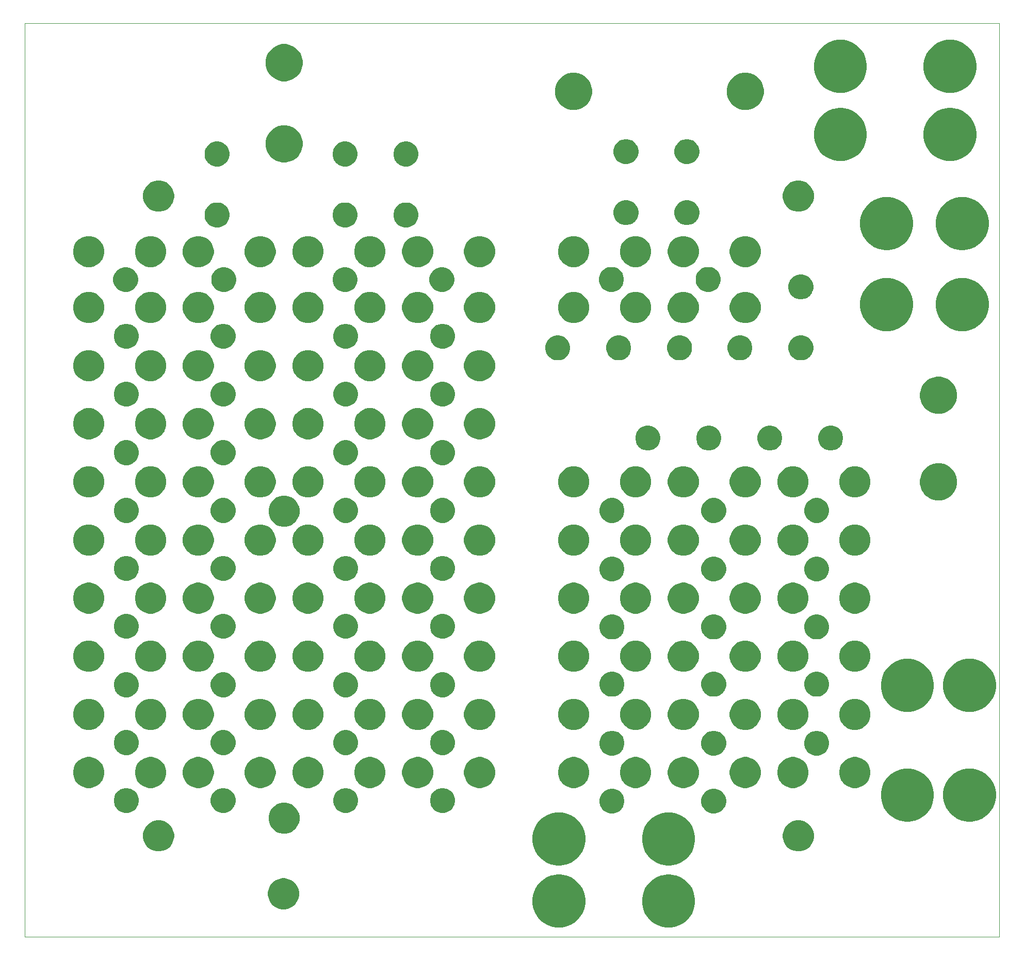
<source format=gbr>
G04 #@! TF.GenerationSoftware,KiCad,Pcbnew,(5.1.0)-1*
G04 #@! TF.CreationDate,2019-05-23T16:12:52+02:00*
G04 #@! TF.ProjectId,load_card,6c6f6164-5f63-4617-9264-2e6b69636164,1.1*
G04 #@! TF.SameCoordinates,Original*
G04 #@! TF.FileFunction,Soldermask,Top*
G04 #@! TF.FilePolarity,Negative*
%FSLAX46Y46*%
G04 Gerber Fmt 4.6, Leading zero omitted, Abs format (unit mm)*
G04 Created by KiCad (PCBNEW (5.1.0)-1) date 2019-05-23 16:12:52*
%MOMM*%
%LPD*%
G04 APERTURE LIST*
%ADD10C,0.050000*%
%ADD11C,0.100000*%
G04 APERTURE END LIST*
D10*
X14400000Y-13900000D02*
X174400000Y-13900000D01*
X14400000Y-163900000D02*
X14400000Y-13900000D01*
X174400000Y-163900000D02*
X14400000Y-163900000D01*
X174400000Y-13900000D02*
X174400000Y-163900000D01*
D11*
G36*
X120648156Y-153672794D02*
G01*
X121369140Y-153816206D01*
X122160972Y-154144193D01*
X122873601Y-154620357D01*
X123479643Y-155226399D01*
X123955807Y-155939028D01*
X124283794Y-156730860D01*
X124451000Y-157571464D01*
X124451000Y-158428536D01*
X124283794Y-159269140D01*
X123955807Y-160060972D01*
X123479643Y-160773601D01*
X122873601Y-161379643D01*
X122160972Y-161855807D01*
X121369140Y-162183794D01*
X120648156Y-162327206D01*
X120528537Y-162351000D01*
X119671463Y-162351000D01*
X119551844Y-162327206D01*
X118830860Y-162183794D01*
X118039028Y-161855807D01*
X117326399Y-161379643D01*
X116720357Y-160773601D01*
X116244193Y-160060972D01*
X115916206Y-159269140D01*
X115749000Y-158428536D01*
X115749000Y-157571464D01*
X115916206Y-156730860D01*
X116244193Y-155939028D01*
X116720357Y-155226399D01*
X117326399Y-154620357D01*
X118039028Y-154144193D01*
X118830860Y-153816206D01*
X119551844Y-153672794D01*
X119671463Y-153649000D01*
X120528537Y-153649000D01*
X120648156Y-153672794D01*
X120648156Y-153672794D01*
G37*
G36*
X102648156Y-153672794D02*
G01*
X103369140Y-153816206D01*
X104160972Y-154144193D01*
X104873601Y-154620357D01*
X105479643Y-155226399D01*
X105955807Y-155939028D01*
X106283794Y-156730860D01*
X106451000Y-157571464D01*
X106451000Y-158428536D01*
X106283794Y-159269140D01*
X105955807Y-160060972D01*
X105479643Y-160773601D01*
X104873601Y-161379643D01*
X104160972Y-161855807D01*
X103369140Y-162183794D01*
X102648156Y-162327206D01*
X102528537Y-162351000D01*
X101671463Y-162351000D01*
X101551844Y-162327206D01*
X100830860Y-162183794D01*
X100039028Y-161855807D01*
X99326399Y-161379643D01*
X98720357Y-160773601D01*
X98244193Y-160060972D01*
X97916206Y-159269140D01*
X97749000Y-158428536D01*
X97749000Y-157571464D01*
X97916206Y-156730860D01*
X98244193Y-155939028D01*
X98720357Y-155226399D01*
X99326399Y-154620357D01*
X100039028Y-154144193D01*
X100830860Y-153816206D01*
X101551844Y-153672794D01*
X101671463Y-153649000D01*
X102528537Y-153649000D01*
X102648156Y-153672794D01*
X102648156Y-153672794D01*
G37*
G36*
X57644098Y-154347033D02*
G01*
X58108350Y-154539332D01*
X58108352Y-154539333D01*
X58526168Y-154818509D01*
X58881491Y-155173832D01*
X59160667Y-155591648D01*
X59160668Y-155591650D01*
X59352967Y-156055902D01*
X59451000Y-156548747D01*
X59451000Y-157051253D01*
X59352967Y-157544098D01*
X59160668Y-158008350D01*
X59160667Y-158008352D01*
X58881491Y-158426168D01*
X58526168Y-158781491D01*
X58108352Y-159060667D01*
X58108351Y-159060668D01*
X58108350Y-159060668D01*
X57644098Y-159252967D01*
X57151253Y-159351000D01*
X56648747Y-159351000D01*
X56155902Y-159252967D01*
X55691650Y-159060668D01*
X55691649Y-159060668D01*
X55691648Y-159060667D01*
X55273832Y-158781491D01*
X54918509Y-158426168D01*
X54639333Y-158008352D01*
X54639332Y-158008350D01*
X54447033Y-157544098D01*
X54349000Y-157051253D01*
X54349000Y-156548747D01*
X54447033Y-156055902D01*
X54639332Y-155591650D01*
X54639333Y-155591648D01*
X54918509Y-155173832D01*
X55273832Y-154818509D01*
X55691648Y-154539333D01*
X55691650Y-154539332D01*
X56155902Y-154347033D01*
X56648747Y-154249000D01*
X57151253Y-154249000D01*
X57644098Y-154347033D01*
X57644098Y-154347033D01*
G37*
G36*
X120645075Y-143472181D02*
G01*
X121369140Y-143616206D01*
X122160972Y-143944193D01*
X122873601Y-144420357D01*
X123479643Y-145026399D01*
X123955807Y-145739028D01*
X124283794Y-146530860D01*
X124451000Y-147371464D01*
X124451000Y-148228536D01*
X124283794Y-149069140D01*
X123955807Y-149860972D01*
X123479643Y-150573601D01*
X122873601Y-151179643D01*
X122160972Y-151655807D01*
X121369140Y-151983794D01*
X120648156Y-152127206D01*
X120528537Y-152151000D01*
X119671463Y-152151000D01*
X119551844Y-152127206D01*
X118830860Y-151983794D01*
X118039028Y-151655807D01*
X117326399Y-151179643D01*
X116720357Y-150573601D01*
X116244193Y-149860972D01*
X115916206Y-149069140D01*
X115749000Y-148228536D01*
X115749000Y-147371464D01*
X115916206Y-146530860D01*
X116244193Y-145739028D01*
X116720357Y-145026399D01*
X117326399Y-144420357D01*
X118039028Y-143944193D01*
X118830860Y-143616206D01*
X119554925Y-143472181D01*
X119671463Y-143449000D01*
X120528537Y-143449000D01*
X120645075Y-143472181D01*
X120645075Y-143472181D01*
G37*
G36*
X102645075Y-143472181D02*
G01*
X103369140Y-143616206D01*
X104160972Y-143944193D01*
X104873601Y-144420357D01*
X105479643Y-145026399D01*
X105955807Y-145739028D01*
X106283794Y-146530860D01*
X106451000Y-147371464D01*
X106451000Y-148228536D01*
X106283794Y-149069140D01*
X105955807Y-149860972D01*
X105479643Y-150573601D01*
X104873601Y-151179643D01*
X104160972Y-151655807D01*
X103369140Y-151983794D01*
X102648156Y-152127206D01*
X102528537Y-152151000D01*
X101671463Y-152151000D01*
X101551844Y-152127206D01*
X100830860Y-151983794D01*
X100039028Y-151655807D01*
X99326399Y-151179643D01*
X98720357Y-150573601D01*
X98244193Y-149860972D01*
X97916206Y-149069140D01*
X97749000Y-148228536D01*
X97749000Y-147371464D01*
X97916206Y-146530860D01*
X98244193Y-145739028D01*
X98720357Y-145026399D01*
X99326399Y-144420357D01*
X100039028Y-143944193D01*
X100830860Y-143616206D01*
X101554925Y-143472181D01*
X101671463Y-143449000D01*
X102528537Y-143449000D01*
X102645075Y-143472181D01*
X102645075Y-143472181D01*
G37*
G36*
X37144098Y-144847033D02*
G01*
X37577129Y-145026400D01*
X37608352Y-145039333D01*
X38026168Y-145318509D01*
X38381491Y-145673832D01*
X38660667Y-146091648D01*
X38660668Y-146091650D01*
X38852967Y-146555902D01*
X38951000Y-147048747D01*
X38951000Y-147551253D01*
X38852967Y-148044098D01*
X38776570Y-148228536D01*
X38660667Y-148508352D01*
X38381491Y-148926168D01*
X38026168Y-149281491D01*
X37608352Y-149560667D01*
X37608351Y-149560668D01*
X37608350Y-149560668D01*
X37144098Y-149752967D01*
X36651253Y-149851000D01*
X36148747Y-149851000D01*
X35655902Y-149752967D01*
X35191650Y-149560668D01*
X35191649Y-149560668D01*
X35191648Y-149560667D01*
X34773832Y-149281491D01*
X34418509Y-148926168D01*
X34139333Y-148508352D01*
X34023430Y-148228536D01*
X33947033Y-148044098D01*
X33849000Y-147551253D01*
X33849000Y-147048747D01*
X33947033Y-146555902D01*
X34139332Y-146091650D01*
X34139333Y-146091648D01*
X34418509Y-145673832D01*
X34773832Y-145318509D01*
X35191648Y-145039333D01*
X35222871Y-145026400D01*
X35655902Y-144847033D01*
X36148747Y-144749000D01*
X36651253Y-144749000D01*
X37144098Y-144847033D01*
X37144098Y-144847033D01*
G37*
G36*
X142144098Y-144847033D02*
G01*
X142577129Y-145026400D01*
X142608352Y-145039333D01*
X143026168Y-145318509D01*
X143381491Y-145673832D01*
X143660667Y-146091648D01*
X143660668Y-146091650D01*
X143852967Y-146555902D01*
X143951000Y-147048747D01*
X143951000Y-147551253D01*
X143852967Y-148044098D01*
X143776570Y-148228536D01*
X143660667Y-148508352D01*
X143381491Y-148926168D01*
X143026168Y-149281491D01*
X142608352Y-149560667D01*
X142608351Y-149560668D01*
X142608350Y-149560668D01*
X142144098Y-149752967D01*
X141651253Y-149851000D01*
X141148747Y-149851000D01*
X140655902Y-149752967D01*
X140191650Y-149560668D01*
X140191649Y-149560668D01*
X140191648Y-149560667D01*
X139773832Y-149281491D01*
X139418509Y-148926168D01*
X139139333Y-148508352D01*
X139023430Y-148228536D01*
X138947033Y-148044098D01*
X138849000Y-147551253D01*
X138849000Y-147048747D01*
X138947033Y-146555902D01*
X139139332Y-146091650D01*
X139139333Y-146091648D01*
X139418509Y-145673832D01*
X139773832Y-145318509D01*
X140191648Y-145039333D01*
X140222871Y-145026400D01*
X140655902Y-144847033D01*
X141148747Y-144749000D01*
X141651253Y-144749000D01*
X142144098Y-144847033D01*
X142144098Y-144847033D01*
G37*
G36*
X57744098Y-141947033D02*
G01*
X58208350Y-142139332D01*
X58208352Y-142139333D01*
X58626168Y-142418509D01*
X58981491Y-142773832D01*
X59003944Y-142807436D01*
X59260668Y-143191650D01*
X59452967Y-143655902D01*
X59551000Y-144148747D01*
X59551000Y-144651253D01*
X59452967Y-145144098D01*
X59260668Y-145608350D01*
X59260667Y-145608352D01*
X58981491Y-146026168D01*
X58626168Y-146381491D01*
X58208352Y-146660667D01*
X58208351Y-146660668D01*
X58208350Y-146660668D01*
X57744098Y-146852967D01*
X57251253Y-146951000D01*
X56748747Y-146951000D01*
X56255902Y-146852967D01*
X55791650Y-146660668D01*
X55791649Y-146660668D01*
X55791648Y-146660667D01*
X55373832Y-146381491D01*
X55018509Y-146026168D01*
X54739333Y-145608352D01*
X54739332Y-145608350D01*
X54547033Y-145144098D01*
X54449000Y-144651253D01*
X54449000Y-144148747D01*
X54547033Y-143655902D01*
X54739332Y-143191650D01*
X54996056Y-142807436D01*
X55018509Y-142773832D01*
X55373832Y-142418509D01*
X55791648Y-142139333D01*
X55791650Y-142139332D01*
X56255902Y-141947033D01*
X56748747Y-141849000D01*
X57251253Y-141849000D01*
X57744098Y-141947033D01*
X57744098Y-141947033D01*
G37*
G36*
X159848156Y-136272794D02*
G01*
X160569140Y-136416206D01*
X161360972Y-136744193D01*
X162073601Y-137220357D01*
X162679643Y-137826399D01*
X163155807Y-138539028D01*
X163483794Y-139330860D01*
X163651000Y-140171464D01*
X163651000Y-141028536D01*
X163483794Y-141869140D01*
X163155807Y-142660972D01*
X162679643Y-143373601D01*
X162073601Y-143979643D01*
X161360972Y-144455807D01*
X160569140Y-144783794D01*
X159848156Y-144927206D01*
X159728537Y-144951000D01*
X158871463Y-144951000D01*
X158751844Y-144927206D01*
X158030860Y-144783794D01*
X157239028Y-144455807D01*
X156526399Y-143979643D01*
X155920357Y-143373601D01*
X155444193Y-142660972D01*
X155116206Y-141869140D01*
X154949000Y-141028536D01*
X154949000Y-140171464D01*
X155116206Y-139330860D01*
X155444193Y-138539028D01*
X155920357Y-137826399D01*
X156526399Y-137220357D01*
X157239028Y-136744193D01*
X158030860Y-136416206D01*
X158751844Y-136272794D01*
X158871463Y-136249000D01*
X159728537Y-136249000D01*
X159848156Y-136272794D01*
X159848156Y-136272794D01*
G37*
G36*
X170048156Y-136272794D02*
G01*
X170769140Y-136416206D01*
X171560972Y-136744193D01*
X172273601Y-137220357D01*
X172879643Y-137826399D01*
X173355807Y-138539028D01*
X173683794Y-139330860D01*
X173851000Y-140171464D01*
X173851000Y-141028536D01*
X173683794Y-141869140D01*
X173355807Y-142660972D01*
X172879643Y-143373601D01*
X172273601Y-143979643D01*
X171560972Y-144455807D01*
X170769140Y-144783794D01*
X170048156Y-144927206D01*
X169928537Y-144951000D01*
X169071463Y-144951000D01*
X168951844Y-144927206D01*
X168230860Y-144783794D01*
X167439028Y-144455807D01*
X166726399Y-143979643D01*
X166120357Y-143373601D01*
X165644193Y-142660972D01*
X165316206Y-141869140D01*
X165149000Y-141028536D01*
X165149000Y-140171464D01*
X165316206Y-139330860D01*
X165644193Y-138539028D01*
X166120357Y-137826399D01*
X166726399Y-137220357D01*
X167439028Y-136744193D01*
X168230860Y-136416206D01*
X168951844Y-136272794D01*
X169071463Y-136249000D01*
X169928537Y-136249000D01*
X170048156Y-136272794D01*
X170048156Y-136272794D01*
G37*
G36*
X128098254Y-139627818D02*
G01*
X128471511Y-139782426D01*
X128471513Y-139782427D01*
X128807436Y-140006884D01*
X129093116Y-140292564D01*
X129317574Y-140628489D01*
X129472182Y-141001746D01*
X129551000Y-141397993D01*
X129551000Y-141802007D01*
X129472182Y-142198254D01*
X129380949Y-142418509D01*
X129317573Y-142571513D01*
X129093116Y-142907436D01*
X128807436Y-143193116D01*
X128471513Y-143417573D01*
X128471512Y-143417574D01*
X128471511Y-143417574D01*
X128098254Y-143572182D01*
X127702007Y-143651000D01*
X127297993Y-143651000D01*
X126901746Y-143572182D01*
X126528489Y-143417574D01*
X126528488Y-143417574D01*
X126528487Y-143417573D01*
X126192564Y-143193116D01*
X125906884Y-142907436D01*
X125682427Y-142571513D01*
X125619051Y-142418509D01*
X125527818Y-142198254D01*
X125449000Y-141802007D01*
X125449000Y-141397993D01*
X125527818Y-141001746D01*
X125682426Y-140628489D01*
X125906884Y-140292564D01*
X126192564Y-140006884D01*
X126528487Y-139782427D01*
X126528489Y-139782426D01*
X126901746Y-139627818D01*
X127297993Y-139549000D01*
X127702007Y-139549000D01*
X128098254Y-139627818D01*
X128098254Y-139627818D01*
G37*
G36*
X111398254Y-139627818D02*
G01*
X111771511Y-139782426D01*
X111771513Y-139782427D01*
X112107436Y-140006884D01*
X112393116Y-140292564D01*
X112617574Y-140628489D01*
X112772182Y-141001746D01*
X112851000Y-141397993D01*
X112851000Y-141802007D01*
X112772182Y-142198254D01*
X112680949Y-142418509D01*
X112617573Y-142571513D01*
X112393116Y-142907436D01*
X112107436Y-143193116D01*
X111771513Y-143417573D01*
X111771512Y-143417574D01*
X111771511Y-143417574D01*
X111398254Y-143572182D01*
X111002007Y-143651000D01*
X110597993Y-143651000D01*
X110201746Y-143572182D01*
X109828489Y-143417574D01*
X109828488Y-143417574D01*
X109828487Y-143417573D01*
X109492564Y-143193116D01*
X109206884Y-142907436D01*
X108982427Y-142571513D01*
X108919051Y-142418509D01*
X108827818Y-142198254D01*
X108749000Y-141802007D01*
X108749000Y-141397993D01*
X108827818Y-141001746D01*
X108982426Y-140628489D01*
X109206884Y-140292564D01*
X109492564Y-140006884D01*
X109828487Y-139782427D01*
X109828489Y-139782426D01*
X110201746Y-139627818D01*
X110597993Y-139549000D01*
X111002007Y-139549000D01*
X111398254Y-139627818D01*
X111398254Y-139627818D01*
G37*
G36*
X47598254Y-139527818D02*
G01*
X47971511Y-139682426D01*
X47971513Y-139682427D01*
X48121172Y-139782426D01*
X48307436Y-139906884D01*
X48593116Y-140192564D01*
X48817574Y-140528489D01*
X48972182Y-140901746D01*
X49051000Y-141297993D01*
X49051000Y-141702007D01*
X48972182Y-142098254D01*
X48930760Y-142198255D01*
X48817573Y-142471513D01*
X48593116Y-142807436D01*
X48307436Y-143093116D01*
X47971513Y-143317573D01*
X47971512Y-143317574D01*
X47971511Y-143317574D01*
X47598254Y-143472182D01*
X47202007Y-143551000D01*
X46797993Y-143551000D01*
X46401746Y-143472182D01*
X46028489Y-143317574D01*
X46028488Y-143317574D01*
X46028487Y-143317573D01*
X45692564Y-143093116D01*
X45406884Y-142807436D01*
X45182427Y-142471513D01*
X45069240Y-142198255D01*
X45027818Y-142098254D01*
X44949000Y-141702007D01*
X44949000Y-141297993D01*
X45027818Y-140901746D01*
X45182426Y-140528489D01*
X45406884Y-140192564D01*
X45692564Y-139906884D01*
X45878828Y-139782426D01*
X46028487Y-139682427D01*
X46028489Y-139682426D01*
X46401746Y-139527818D01*
X46797993Y-139449000D01*
X47202007Y-139449000D01*
X47598254Y-139527818D01*
X47598254Y-139527818D01*
G37*
G36*
X31698254Y-139527818D02*
G01*
X32071511Y-139682426D01*
X32071513Y-139682427D01*
X32221172Y-139782426D01*
X32407436Y-139906884D01*
X32693116Y-140192564D01*
X32917574Y-140528489D01*
X33072182Y-140901746D01*
X33151000Y-141297993D01*
X33151000Y-141702007D01*
X33072182Y-142098254D01*
X33030760Y-142198255D01*
X32917573Y-142471513D01*
X32693116Y-142807436D01*
X32407436Y-143093116D01*
X32071513Y-143317573D01*
X32071512Y-143317574D01*
X32071511Y-143317574D01*
X31698254Y-143472182D01*
X31302007Y-143551000D01*
X30897993Y-143551000D01*
X30501746Y-143472182D01*
X30128489Y-143317574D01*
X30128488Y-143317574D01*
X30128487Y-143317573D01*
X29792564Y-143093116D01*
X29506884Y-142807436D01*
X29282427Y-142471513D01*
X29169240Y-142198255D01*
X29127818Y-142098254D01*
X29049000Y-141702007D01*
X29049000Y-141297993D01*
X29127818Y-140901746D01*
X29282426Y-140528489D01*
X29506884Y-140192564D01*
X29792564Y-139906884D01*
X29978828Y-139782426D01*
X30128487Y-139682427D01*
X30128489Y-139682426D01*
X30501746Y-139527818D01*
X30897993Y-139449000D01*
X31302007Y-139449000D01*
X31698254Y-139527818D01*
X31698254Y-139527818D01*
G37*
G36*
X83598254Y-139527818D02*
G01*
X83971511Y-139682426D01*
X83971513Y-139682427D01*
X84121172Y-139782426D01*
X84307436Y-139906884D01*
X84593116Y-140192564D01*
X84817574Y-140528489D01*
X84972182Y-140901746D01*
X85051000Y-141297993D01*
X85051000Y-141702007D01*
X84972182Y-142098254D01*
X84930760Y-142198255D01*
X84817573Y-142471513D01*
X84593116Y-142807436D01*
X84307436Y-143093116D01*
X83971513Y-143317573D01*
X83971512Y-143317574D01*
X83971511Y-143317574D01*
X83598254Y-143472182D01*
X83202007Y-143551000D01*
X82797993Y-143551000D01*
X82401746Y-143472182D01*
X82028489Y-143317574D01*
X82028488Y-143317574D01*
X82028487Y-143317573D01*
X81692564Y-143093116D01*
X81406884Y-142807436D01*
X81182427Y-142471513D01*
X81069240Y-142198255D01*
X81027818Y-142098254D01*
X80949000Y-141702007D01*
X80949000Y-141297993D01*
X81027818Y-140901746D01*
X81182426Y-140528489D01*
X81406884Y-140192564D01*
X81692564Y-139906884D01*
X81878828Y-139782426D01*
X82028487Y-139682427D01*
X82028489Y-139682426D01*
X82401746Y-139527818D01*
X82797993Y-139449000D01*
X83202007Y-139449000D01*
X83598254Y-139527818D01*
X83598254Y-139527818D01*
G37*
G36*
X67698254Y-139527818D02*
G01*
X68071511Y-139682426D01*
X68071513Y-139682427D01*
X68221172Y-139782426D01*
X68407436Y-139906884D01*
X68693116Y-140192564D01*
X68917574Y-140528489D01*
X69072182Y-140901746D01*
X69151000Y-141297993D01*
X69151000Y-141702007D01*
X69072182Y-142098254D01*
X69030760Y-142198255D01*
X68917573Y-142471513D01*
X68693116Y-142807436D01*
X68407436Y-143093116D01*
X68071513Y-143317573D01*
X68071512Y-143317574D01*
X68071511Y-143317574D01*
X67698254Y-143472182D01*
X67302007Y-143551000D01*
X66897993Y-143551000D01*
X66501746Y-143472182D01*
X66128489Y-143317574D01*
X66128488Y-143317574D01*
X66128487Y-143317573D01*
X65792564Y-143093116D01*
X65506884Y-142807436D01*
X65282427Y-142471513D01*
X65169240Y-142198255D01*
X65127818Y-142098254D01*
X65049000Y-141702007D01*
X65049000Y-141297993D01*
X65127818Y-140901746D01*
X65282426Y-140528489D01*
X65506884Y-140192564D01*
X65792564Y-139906884D01*
X65978828Y-139782426D01*
X66128487Y-139682427D01*
X66128489Y-139682426D01*
X66501746Y-139527818D01*
X66897993Y-139449000D01*
X67302007Y-139449000D01*
X67698254Y-139527818D01*
X67698254Y-139527818D01*
G37*
G36*
X133424098Y-134447033D02*
G01*
X133888350Y-134639332D01*
X133888352Y-134639333D01*
X134306168Y-134918509D01*
X134661491Y-135273832D01*
X134940667Y-135691648D01*
X134940668Y-135691650D01*
X135132967Y-136155902D01*
X135231000Y-136648747D01*
X135231000Y-137151253D01*
X135132967Y-137644098D01*
X135057455Y-137826400D01*
X134940667Y-138108352D01*
X134661491Y-138526168D01*
X134306168Y-138881491D01*
X133888352Y-139160667D01*
X133888351Y-139160668D01*
X133888350Y-139160668D01*
X133424098Y-139352967D01*
X132931253Y-139451000D01*
X132428747Y-139451000D01*
X131935902Y-139352967D01*
X131471650Y-139160668D01*
X131471649Y-139160668D01*
X131471648Y-139160667D01*
X131053832Y-138881491D01*
X130698509Y-138526168D01*
X130419333Y-138108352D01*
X130302545Y-137826400D01*
X130227033Y-137644098D01*
X130129000Y-137151253D01*
X130129000Y-136648747D01*
X130227033Y-136155902D01*
X130419332Y-135691650D01*
X130419333Y-135691648D01*
X130698509Y-135273832D01*
X131053832Y-134918509D01*
X131471648Y-134639333D01*
X131471650Y-134639332D01*
X131935902Y-134447033D01*
X132428747Y-134349000D01*
X132931253Y-134349000D01*
X133424098Y-134447033D01*
X133424098Y-134447033D01*
G37*
G36*
X71824098Y-134447033D02*
G01*
X72288350Y-134639332D01*
X72288352Y-134639333D01*
X72706168Y-134918509D01*
X73061491Y-135273832D01*
X73340667Y-135691648D01*
X73340668Y-135691650D01*
X73532967Y-136155902D01*
X73631000Y-136648747D01*
X73631000Y-137151253D01*
X73532967Y-137644098D01*
X73457455Y-137826400D01*
X73340667Y-138108352D01*
X73061491Y-138526168D01*
X72706168Y-138881491D01*
X72288352Y-139160667D01*
X72288351Y-139160668D01*
X72288350Y-139160668D01*
X71824098Y-139352967D01*
X71331253Y-139451000D01*
X70828747Y-139451000D01*
X70335902Y-139352967D01*
X69871650Y-139160668D01*
X69871649Y-139160668D01*
X69871648Y-139160667D01*
X69453832Y-138881491D01*
X69098509Y-138526168D01*
X68819333Y-138108352D01*
X68702545Y-137826400D01*
X68627033Y-137644098D01*
X68529000Y-137151253D01*
X68529000Y-136648747D01*
X68627033Y-136155902D01*
X68819332Y-135691650D01*
X68819333Y-135691648D01*
X69098509Y-135273832D01*
X69453832Y-134918509D01*
X69871648Y-134639333D01*
X69871650Y-134639332D01*
X70335902Y-134447033D01*
X70828747Y-134349000D01*
X71331253Y-134349000D01*
X71824098Y-134447033D01*
X71824098Y-134447033D01*
G37*
G36*
X61664098Y-134447033D02*
G01*
X62128350Y-134639332D01*
X62128352Y-134639333D01*
X62546168Y-134918509D01*
X62901491Y-135273832D01*
X63180667Y-135691648D01*
X63180668Y-135691650D01*
X63372967Y-136155902D01*
X63471000Y-136648747D01*
X63471000Y-137151253D01*
X63372967Y-137644098D01*
X63297455Y-137826400D01*
X63180667Y-138108352D01*
X62901491Y-138526168D01*
X62546168Y-138881491D01*
X62128352Y-139160667D01*
X62128351Y-139160668D01*
X62128350Y-139160668D01*
X61664098Y-139352967D01*
X61171253Y-139451000D01*
X60668747Y-139451000D01*
X60175902Y-139352967D01*
X59711650Y-139160668D01*
X59711649Y-139160668D01*
X59711648Y-139160667D01*
X59293832Y-138881491D01*
X58938509Y-138526168D01*
X58659333Y-138108352D01*
X58542545Y-137826400D01*
X58467033Y-137644098D01*
X58369000Y-137151253D01*
X58369000Y-136648747D01*
X58467033Y-136155902D01*
X58659332Y-135691650D01*
X58659333Y-135691648D01*
X58938509Y-135273832D01*
X59293832Y-134918509D01*
X59711648Y-134639333D01*
X59711650Y-134639332D01*
X60175902Y-134447033D01*
X60668747Y-134349000D01*
X61171253Y-134349000D01*
X61664098Y-134447033D01*
X61664098Y-134447033D01*
G37*
G36*
X89824098Y-134447033D02*
G01*
X90288350Y-134639332D01*
X90288352Y-134639333D01*
X90706168Y-134918509D01*
X91061491Y-135273832D01*
X91340667Y-135691648D01*
X91340668Y-135691650D01*
X91532967Y-136155902D01*
X91631000Y-136648747D01*
X91631000Y-137151253D01*
X91532967Y-137644098D01*
X91457455Y-137826400D01*
X91340667Y-138108352D01*
X91061491Y-138526168D01*
X90706168Y-138881491D01*
X90288352Y-139160667D01*
X90288351Y-139160668D01*
X90288350Y-139160668D01*
X89824098Y-139352967D01*
X89331253Y-139451000D01*
X88828747Y-139451000D01*
X88335902Y-139352967D01*
X87871650Y-139160668D01*
X87871649Y-139160668D01*
X87871648Y-139160667D01*
X87453832Y-138881491D01*
X87098509Y-138526168D01*
X86819333Y-138108352D01*
X86702545Y-137826400D01*
X86627033Y-137644098D01*
X86529000Y-137151253D01*
X86529000Y-136648747D01*
X86627033Y-136155902D01*
X86819332Y-135691650D01*
X86819333Y-135691648D01*
X87098509Y-135273832D01*
X87453832Y-134918509D01*
X87871648Y-134639333D01*
X87871650Y-134639332D01*
X88335902Y-134447033D01*
X88828747Y-134349000D01*
X89331253Y-134349000D01*
X89824098Y-134447033D01*
X89824098Y-134447033D01*
G37*
G36*
X79664098Y-134447033D02*
G01*
X80128350Y-134639332D01*
X80128352Y-134639333D01*
X80546168Y-134918509D01*
X80901491Y-135273832D01*
X81180667Y-135691648D01*
X81180668Y-135691650D01*
X81372967Y-136155902D01*
X81471000Y-136648747D01*
X81471000Y-137151253D01*
X81372967Y-137644098D01*
X81297455Y-137826400D01*
X81180667Y-138108352D01*
X80901491Y-138526168D01*
X80546168Y-138881491D01*
X80128352Y-139160667D01*
X80128351Y-139160668D01*
X80128350Y-139160668D01*
X79664098Y-139352967D01*
X79171253Y-139451000D01*
X78668747Y-139451000D01*
X78175902Y-139352967D01*
X77711650Y-139160668D01*
X77711649Y-139160668D01*
X77711648Y-139160667D01*
X77293832Y-138881491D01*
X76938509Y-138526168D01*
X76659333Y-138108352D01*
X76542545Y-137826400D01*
X76467033Y-137644098D01*
X76369000Y-137151253D01*
X76369000Y-136648747D01*
X76467033Y-136155902D01*
X76659332Y-135691650D01*
X76659333Y-135691648D01*
X76938509Y-135273832D01*
X77293832Y-134918509D01*
X77711648Y-134639333D01*
X77711650Y-134639332D01*
X78175902Y-134447033D01*
X78668747Y-134349000D01*
X79171253Y-134349000D01*
X79664098Y-134447033D01*
X79664098Y-134447033D01*
G37*
G36*
X105264098Y-134447033D02*
G01*
X105728350Y-134639332D01*
X105728352Y-134639333D01*
X106146168Y-134918509D01*
X106501491Y-135273832D01*
X106780667Y-135691648D01*
X106780668Y-135691650D01*
X106972967Y-136155902D01*
X107071000Y-136648747D01*
X107071000Y-137151253D01*
X106972967Y-137644098D01*
X106897455Y-137826400D01*
X106780667Y-138108352D01*
X106501491Y-138526168D01*
X106146168Y-138881491D01*
X105728352Y-139160667D01*
X105728351Y-139160668D01*
X105728350Y-139160668D01*
X105264098Y-139352967D01*
X104771253Y-139451000D01*
X104268747Y-139451000D01*
X103775902Y-139352967D01*
X103311650Y-139160668D01*
X103311649Y-139160668D01*
X103311648Y-139160667D01*
X102893832Y-138881491D01*
X102538509Y-138526168D01*
X102259333Y-138108352D01*
X102142545Y-137826400D01*
X102067033Y-137644098D01*
X101969000Y-137151253D01*
X101969000Y-136648747D01*
X102067033Y-136155902D01*
X102259332Y-135691650D01*
X102259333Y-135691648D01*
X102538509Y-135273832D01*
X102893832Y-134918509D01*
X103311648Y-134639333D01*
X103311650Y-134639332D01*
X103775902Y-134447033D01*
X104268747Y-134349000D01*
X104771253Y-134349000D01*
X105264098Y-134447033D01*
X105264098Y-134447033D01*
G37*
G36*
X123264098Y-134447033D02*
G01*
X123728350Y-134639332D01*
X123728352Y-134639333D01*
X124146168Y-134918509D01*
X124501491Y-135273832D01*
X124780667Y-135691648D01*
X124780668Y-135691650D01*
X124972967Y-136155902D01*
X125071000Y-136648747D01*
X125071000Y-137151253D01*
X124972967Y-137644098D01*
X124897455Y-137826400D01*
X124780667Y-138108352D01*
X124501491Y-138526168D01*
X124146168Y-138881491D01*
X123728352Y-139160667D01*
X123728351Y-139160668D01*
X123728350Y-139160668D01*
X123264098Y-139352967D01*
X122771253Y-139451000D01*
X122268747Y-139451000D01*
X121775902Y-139352967D01*
X121311650Y-139160668D01*
X121311649Y-139160668D01*
X121311648Y-139160667D01*
X120893832Y-138881491D01*
X120538509Y-138526168D01*
X120259333Y-138108352D01*
X120142545Y-137826400D01*
X120067033Y-137644098D01*
X119969000Y-137151253D01*
X119969000Y-136648747D01*
X120067033Y-136155902D01*
X120259332Y-135691650D01*
X120259333Y-135691648D01*
X120538509Y-135273832D01*
X120893832Y-134918509D01*
X121311648Y-134639333D01*
X121311650Y-134639332D01*
X121775902Y-134447033D01*
X122268747Y-134349000D01*
X122771253Y-134349000D01*
X123264098Y-134447033D01*
X123264098Y-134447033D01*
G37*
G36*
X25664098Y-134447033D02*
G01*
X26128350Y-134639332D01*
X26128352Y-134639333D01*
X26546168Y-134918509D01*
X26901491Y-135273832D01*
X27180667Y-135691648D01*
X27180668Y-135691650D01*
X27372967Y-136155902D01*
X27471000Y-136648747D01*
X27471000Y-137151253D01*
X27372967Y-137644098D01*
X27297455Y-137826400D01*
X27180667Y-138108352D01*
X26901491Y-138526168D01*
X26546168Y-138881491D01*
X26128352Y-139160667D01*
X26128351Y-139160668D01*
X26128350Y-139160668D01*
X25664098Y-139352967D01*
X25171253Y-139451000D01*
X24668747Y-139451000D01*
X24175902Y-139352967D01*
X23711650Y-139160668D01*
X23711649Y-139160668D01*
X23711648Y-139160667D01*
X23293832Y-138881491D01*
X22938509Y-138526168D01*
X22659333Y-138108352D01*
X22542545Y-137826400D01*
X22467033Y-137644098D01*
X22369000Y-137151253D01*
X22369000Y-136648747D01*
X22467033Y-136155902D01*
X22659332Y-135691650D01*
X22659333Y-135691648D01*
X22938509Y-135273832D01*
X23293832Y-134918509D01*
X23711648Y-134639333D01*
X23711650Y-134639332D01*
X24175902Y-134447033D01*
X24668747Y-134349000D01*
X25171253Y-134349000D01*
X25664098Y-134447033D01*
X25664098Y-134447033D01*
G37*
G36*
X35824098Y-134447033D02*
G01*
X36288350Y-134639332D01*
X36288352Y-134639333D01*
X36706168Y-134918509D01*
X37061491Y-135273832D01*
X37340667Y-135691648D01*
X37340668Y-135691650D01*
X37532967Y-136155902D01*
X37631000Y-136648747D01*
X37631000Y-137151253D01*
X37532967Y-137644098D01*
X37457455Y-137826400D01*
X37340667Y-138108352D01*
X37061491Y-138526168D01*
X36706168Y-138881491D01*
X36288352Y-139160667D01*
X36288351Y-139160668D01*
X36288350Y-139160668D01*
X35824098Y-139352967D01*
X35331253Y-139451000D01*
X34828747Y-139451000D01*
X34335902Y-139352967D01*
X33871650Y-139160668D01*
X33871649Y-139160668D01*
X33871648Y-139160667D01*
X33453832Y-138881491D01*
X33098509Y-138526168D01*
X32819333Y-138108352D01*
X32702545Y-137826400D01*
X32627033Y-137644098D01*
X32529000Y-137151253D01*
X32529000Y-136648747D01*
X32627033Y-136155902D01*
X32819332Y-135691650D01*
X32819333Y-135691648D01*
X33098509Y-135273832D01*
X33453832Y-134918509D01*
X33871648Y-134639333D01*
X33871650Y-134639332D01*
X34335902Y-134447033D01*
X34828747Y-134349000D01*
X35331253Y-134349000D01*
X35824098Y-134447033D01*
X35824098Y-134447033D01*
G37*
G36*
X43664098Y-134447033D02*
G01*
X44128350Y-134639332D01*
X44128352Y-134639333D01*
X44546168Y-134918509D01*
X44901491Y-135273832D01*
X45180667Y-135691648D01*
X45180668Y-135691650D01*
X45372967Y-136155902D01*
X45471000Y-136648747D01*
X45471000Y-137151253D01*
X45372967Y-137644098D01*
X45297455Y-137826400D01*
X45180667Y-138108352D01*
X44901491Y-138526168D01*
X44546168Y-138881491D01*
X44128352Y-139160667D01*
X44128351Y-139160668D01*
X44128350Y-139160668D01*
X43664098Y-139352967D01*
X43171253Y-139451000D01*
X42668747Y-139451000D01*
X42175902Y-139352967D01*
X41711650Y-139160668D01*
X41711649Y-139160668D01*
X41711648Y-139160667D01*
X41293832Y-138881491D01*
X40938509Y-138526168D01*
X40659333Y-138108352D01*
X40542545Y-137826400D01*
X40467033Y-137644098D01*
X40369000Y-137151253D01*
X40369000Y-136648747D01*
X40467033Y-136155902D01*
X40659332Y-135691650D01*
X40659333Y-135691648D01*
X40938509Y-135273832D01*
X41293832Y-134918509D01*
X41711648Y-134639333D01*
X41711650Y-134639332D01*
X42175902Y-134447033D01*
X42668747Y-134349000D01*
X43171253Y-134349000D01*
X43664098Y-134447033D01*
X43664098Y-134447033D01*
G37*
G36*
X53824098Y-134447033D02*
G01*
X54288350Y-134639332D01*
X54288352Y-134639333D01*
X54706168Y-134918509D01*
X55061491Y-135273832D01*
X55340667Y-135691648D01*
X55340668Y-135691650D01*
X55532967Y-136155902D01*
X55631000Y-136648747D01*
X55631000Y-137151253D01*
X55532967Y-137644098D01*
X55457455Y-137826400D01*
X55340667Y-138108352D01*
X55061491Y-138526168D01*
X54706168Y-138881491D01*
X54288352Y-139160667D01*
X54288351Y-139160668D01*
X54288350Y-139160668D01*
X53824098Y-139352967D01*
X53331253Y-139451000D01*
X52828747Y-139451000D01*
X52335902Y-139352967D01*
X51871650Y-139160668D01*
X51871649Y-139160668D01*
X51871648Y-139160667D01*
X51453832Y-138881491D01*
X51098509Y-138526168D01*
X50819333Y-138108352D01*
X50702545Y-137826400D01*
X50627033Y-137644098D01*
X50529000Y-137151253D01*
X50529000Y-136648747D01*
X50627033Y-136155902D01*
X50819332Y-135691650D01*
X50819333Y-135691648D01*
X51098509Y-135273832D01*
X51453832Y-134918509D01*
X51871648Y-134639333D01*
X51871650Y-134639332D01*
X52335902Y-134447033D01*
X52828747Y-134349000D01*
X53331253Y-134349000D01*
X53824098Y-134447033D01*
X53824098Y-134447033D01*
G37*
G36*
X115424098Y-134447033D02*
G01*
X115888350Y-134639332D01*
X115888352Y-134639333D01*
X116306168Y-134918509D01*
X116661491Y-135273832D01*
X116940667Y-135691648D01*
X116940668Y-135691650D01*
X117132967Y-136155902D01*
X117231000Y-136648747D01*
X117231000Y-137151253D01*
X117132967Y-137644098D01*
X117057455Y-137826400D01*
X116940667Y-138108352D01*
X116661491Y-138526168D01*
X116306168Y-138881491D01*
X115888352Y-139160667D01*
X115888351Y-139160668D01*
X115888350Y-139160668D01*
X115424098Y-139352967D01*
X114931253Y-139451000D01*
X114428747Y-139451000D01*
X113935902Y-139352967D01*
X113471650Y-139160668D01*
X113471649Y-139160668D01*
X113471648Y-139160667D01*
X113053832Y-138881491D01*
X112698509Y-138526168D01*
X112419333Y-138108352D01*
X112302545Y-137826400D01*
X112227033Y-137644098D01*
X112129000Y-137151253D01*
X112129000Y-136648747D01*
X112227033Y-136155902D01*
X112419332Y-135691650D01*
X112419333Y-135691648D01*
X112698509Y-135273832D01*
X113053832Y-134918509D01*
X113471648Y-134639333D01*
X113471650Y-134639332D01*
X113935902Y-134447033D01*
X114428747Y-134349000D01*
X114931253Y-134349000D01*
X115424098Y-134447033D01*
X115424098Y-134447033D01*
G37*
G36*
X141264098Y-134447033D02*
G01*
X141728350Y-134639332D01*
X141728352Y-134639333D01*
X142146168Y-134918509D01*
X142501491Y-135273832D01*
X142780667Y-135691648D01*
X142780668Y-135691650D01*
X142972967Y-136155902D01*
X143071000Y-136648747D01*
X143071000Y-137151253D01*
X142972967Y-137644098D01*
X142897455Y-137826400D01*
X142780667Y-138108352D01*
X142501491Y-138526168D01*
X142146168Y-138881491D01*
X141728352Y-139160667D01*
X141728351Y-139160668D01*
X141728350Y-139160668D01*
X141264098Y-139352967D01*
X140771253Y-139451000D01*
X140268747Y-139451000D01*
X139775902Y-139352967D01*
X139311650Y-139160668D01*
X139311649Y-139160668D01*
X139311648Y-139160667D01*
X138893832Y-138881491D01*
X138538509Y-138526168D01*
X138259333Y-138108352D01*
X138142545Y-137826400D01*
X138067033Y-137644098D01*
X137969000Y-137151253D01*
X137969000Y-136648747D01*
X138067033Y-136155902D01*
X138259332Y-135691650D01*
X138259333Y-135691648D01*
X138538509Y-135273832D01*
X138893832Y-134918509D01*
X139311648Y-134639333D01*
X139311650Y-134639332D01*
X139775902Y-134447033D01*
X140268747Y-134349000D01*
X140771253Y-134349000D01*
X141264098Y-134447033D01*
X141264098Y-134447033D01*
G37*
G36*
X151424098Y-134447033D02*
G01*
X151888350Y-134639332D01*
X151888352Y-134639333D01*
X152306168Y-134918509D01*
X152661491Y-135273832D01*
X152940667Y-135691648D01*
X152940668Y-135691650D01*
X153132967Y-136155902D01*
X153231000Y-136648747D01*
X153231000Y-137151253D01*
X153132967Y-137644098D01*
X153057455Y-137826400D01*
X152940667Y-138108352D01*
X152661491Y-138526168D01*
X152306168Y-138881491D01*
X151888352Y-139160667D01*
X151888351Y-139160668D01*
X151888350Y-139160668D01*
X151424098Y-139352967D01*
X150931253Y-139451000D01*
X150428747Y-139451000D01*
X149935902Y-139352967D01*
X149471650Y-139160668D01*
X149471649Y-139160668D01*
X149471648Y-139160667D01*
X149053832Y-138881491D01*
X148698509Y-138526168D01*
X148419333Y-138108352D01*
X148302545Y-137826400D01*
X148227033Y-137644098D01*
X148129000Y-137151253D01*
X148129000Y-136648747D01*
X148227033Y-136155902D01*
X148419332Y-135691650D01*
X148419333Y-135691648D01*
X148698509Y-135273832D01*
X149053832Y-134918509D01*
X149471648Y-134639333D01*
X149471650Y-134639332D01*
X149935902Y-134447033D01*
X150428747Y-134349000D01*
X150931253Y-134349000D01*
X151424098Y-134447033D01*
X151424098Y-134447033D01*
G37*
G36*
X144998254Y-130127818D02*
G01*
X145371511Y-130282426D01*
X145371513Y-130282427D01*
X145707436Y-130506884D01*
X145993116Y-130792564D01*
X146217574Y-131128489D01*
X146372182Y-131501746D01*
X146451000Y-131897993D01*
X146451000Y-132302007D01*
X146372182Y-132698254D01*
X146258995Y-132971511D01*
X146217573Y-133071513D01*
X145993116Y-133407436D01*
X145707436Y-133693116D01*
X145371513Y-133917573D01*
X145371512Y-133917574D01*
X145371511Y-133917574D01*
X144998254Y-134072182D01*
X144602007Y-134151000D01*
X144197993Y-134151000D01*
X143801746Y-134072182D01*
X143428489Y-133917574D01*
X143428488Y-133917574D01*
X143428487Y-133917573D01*
X143092564Y-133693116D01*
X142806884Y-133407436D01*
X142582427Y-133071513D01*
X142541005Y-132971511D01*
X142427818Y-132698254D01*
X142349000Y-132302007D01*
X142349000Y-131897993D01*
X142427818Y-131501746D01*
X142582426Y-131128489D01*
X142806884Y-130792564D01*
X143092564Y-130506884D01*
X143428487Y-130282427D01*
X143428489Y-130282426D01*
X143801746Y-130127818D01*
X144197993Y-130049000D01*
X144602007Y-130049000D01*
X144998254Y-130127818D01*
X144998254Y-130127818D01*
G37*
G36*
X128098254Y-130127818D02*
G01*
X128471511Y-130282426D01*
X128471513Y-130282427D01*
X128807436Y-130506884D01*
X129093116Y-130792564D01*
X129317574Y-131128489D01*
X129472182Y-131501746D01*
X129551000Y-131897993D01*
X129551000Y-132302007D01*
X129472182Y-132698254D01*
X129358995Y-132971511D01*
X129317573Y-133071513D01*
X129093116Y-133407436D01*
X128807436Y-133693116D01*
X128471513Y-133917573D01*
X128471512Y-133917574D01*
X128471511Y-133917574D01*
X128098254Y-134072182D01*
X127702007Y-134151000D01*
X127297993Y-134151000D01*
X126901746Y-134072182D01*
X126528489Y-133917574D01*
X126528488Y-133917574D01*
X126528487Y-133917573D01*
X126192564Y-133693116D01*
X125906884Y-133407436D01*
X125682427Y-133071513D01*
X125641005Y-132971511D01*
X125527818Y-132698254D01*
X125449000Y-132302007D01*
X125449000Y-131897993D01*
X125527818Y-131501746D01*
X125682426Y-131128489D01*
X125906884Y-130792564D01*
X126192564Y-130506884D01*
X126528487Y-130282427D01*
X126528489Y-130282426D01*
X126901746Y-130127818D01*
X127297993Y-130049000D01*
X127702007Y-130049000D01*
X128098254Y-130127818D01*
X128098254Y-130127818D01*
G37*
G36*
X111398254Y-130127818D02*
G01*
X111771511Y-130282426D01*
X111771513Y-130282427D01*
X112107436Y-130506884D01*
X112393116Y-130792564D01*
X112617574Y-131128489D01*
X112772182Y-131501746D01*
X112851000Y-131897993D01*
X112851000Y-132302007D01*
X112772182Y-132698254D01*
X112658995Y-132971511D01*
X112617573Y-133071513D01*
X112393116Y-133407436D01*
X112107436Y-133693116D01*
X111771513Y-133917573D01*
X111771512Y-133917574D01*
X111771511Y-133917574D01*
X111398254Y-134072182D01*
X111002007Y-134151000D01*
X110597993Y-134151000D01*
X110201746Y-134072182D01*
X109828489Y-133917574D01*
X109828488Y-133917574D01*
X109828487Y-133917573D01*
X109492564Y-133693116D01*
X109206884Y-133407436D01*
X108982427Y-133071513D01*
X108941005Y-132971511D01*
X108827818Y-132698254D01*
X108749000Y-132302007D01*
X108749000Y-131897993D01*
X108827818Y-131501746D01*
X108982426Y-131128489D01*
X109206884Y-130792564D01*
X109492564Y-130506884D01*
X109828487Y-130282427D01*
X109828489Y-130282426D01*
X110201746Y-130127818D01*
X110597993Y-130049000D01*
X111002007Y-130049000D01*
X111398254Y-130127818D01*
X111398254Y-130127818D01*
G37*
G36*
X83598254Y-130027818D02*
G01*
X83971511Y-130182426D01*
X83971513Y-130182427D01*
X84121172Y-130282426D01*
X84307436Y-130406884D01*
X84593116Y-130692564D01*
X84817574Y-131028489D01*
X84972182Y-131401746D01*
X85051000Y-131797993D01*
X85051000Y-132202007D01*
X84972182Y-132598254D01*
X84930760Y-132698255D01*
X84817573Y-132971513D01*
X84593116Y-133307436D01*
X84307436Y-133593116D01*
X83971513Y-133817573D01*
X83971512Y-133817574D01*
X83971511Y-133817574D01*
X83598254Y-133972182D01*
X83202007Y-134051000D01*
X82797993Y-134051000D01*
X82401746Y-133972182D01*
X82028489Y-133817574D01*
X82028488Y-133817574D01*
X82028487Y-133817573D01*
X81692564Y-133593116D01*
X81406884Y-133307436D01*
X81182427Y-132971513D01*
X81069240Y-132698255D01*
X81027818Y-132598254D01*
X80949000Y-132202007D01*
X80949000Y-131797993D01*
X81027818Y-131401746D01*
X81182426Y-131028489D01*
X81406884Y-130692564D01*
X81692564Y-130406884D01*
X81878828Y-130282426D01*
X82028487Y-130182427D01*
X82028489Y-130182426D01*
X82401746Y-130027818D01*
X82797993Y-129949000D01*
X83202007Y-129949000D01*
X83598254Y-130027818D01*
X83598254Y-130027818D01*
G37*
G36*
X67698254Y-130027818D02*
G01*
X68071511Y-130182426D01*
X68071513Y-130182427D01*
X68221172Y-130282426D01*
X68407436Y-130406884D01*
X68693116Y-130692564D01*
X68917574Y-131028489D01*
X69072182Y-131401746D01*
X69151000Y-131797993D01*
X69151000Y-132202007D01*
X69072182Y-132598254D01*
X69030760Y-132698255D01*
X68917573Y-132971513D01*
X68693116Y-133307436D01*
X68407436Y-133593116D01*
X68071513Y-133817573D01*
X68071512Y-133817574D01*
X68071511Y-133817574D01*
X67698254Y-133972182D01*
X67302007Y-134051000D01*
X66897993Y-134051000D01*
X66501746Y-133972182D01*
X66128489Y-133817574D01*
X66128488Y-133817574D01*
X66128487Y-133817573D01*
X65792564Y-133593116D01*
X65506884Y-133307436D01*
X65282427Y-132971513D01*
X65169240Y-132698255D01*
X65127818Y-132598254D01*
X65049000Y-132202007D01*
X65049000Y-131797993D01*
X65127818Y-131401746D01*
X65282426Y-131028489D01*
X65506884Y-130692564D01*
X65792564Y-130406884D01*
X65978828Y-130282426D01*
X66128487Y-130182427D01*
X66128489Y-130182426D01*
X66501746Y-130027818D01*
X66897993Y-129949000D01*
X67302007Y-129949000D01*
X67698254Y-130027818D01*
X67698254Y-130027818D01*
G37*
G36*
X47598254Y-130027818D02*
G01*
X47971511Y-130182426D01*
X47971513Y-130182427D01*
X48121172Y-130282426D01*
X48307436Y-130406884D01*
X48593116Y-130692564D01*
X48817574Y-131028489D01*
X48972182Y-131401746D01*
X49051000Y-131797993D01*
X49051000Y-132202007D01*
X48972182Y-132598254D01*
X48930760Y-132698255D01*
X48817573Y-132971513D01*
X48593116Y-133307436D01*
X48307436Y-133593116D01*
X47971513Y-133817573D01*
X47971512Y-133817574D01*
X47971511Y-133817574D01*
X47598254Y-133972182D01*
X47202007Y-134051000D01*
X46797993Y-134051000D01*
X46401746Y-133972182D01*
X46028489Y-133817574D01*
X46028488Y-133817574D01*
X46028487Y-133817573D01*
X45692564Y-133593116D01*
X45406884Y-133307436D01*
X45182427Y-132971513D01*
X45069240Y-132698255D01*
X45027818Y-132598254D01*
X44949000Y-132202007D01*
X44949000Y-131797993D01*
X45027818Y-131401746D01*
X45182426Y-131028489D01*
X45406884Y-130692564D01*
X45692564Y-130406884D01*
X45878828Y-130282426D01*
X46028487Y-130182427D01*
X46028489Y-130182426D01*
X46401746Y-130027818D01*
X46797993Y-129949000D01*
X47202007Y-129949000D01*
X47598254Y-130027818D01*
X47598254Y-130027818D01*
G37*
G36*
X31698254Y-130027818D02*
G01*
X32071511Y-130182426D01*
X32071513Y-130182427D01*
X32221172Y-130282426D01*
X32407436Y-130406884D01*
X32693116Y-130692564D01*
X32917574Y-131028489D01*
X33072182Y-131401746D01*
X33151000Y-131797993D01*
X33151000Y-132202007D01*
X33072182Y-132598254D01*
X33030760Y-132698255D01*
X32917573Y-132971513D01*
X32693116Y-133307436D01*
X32407436Y-133593116D01*
X32071513Y-133817573D01*
X32071512Y-133817574D01*
X32071511Y-133817574D01*
X31698254Y-133972182D01*
X31302007Y-134051000D01*
X30897993Y-134051000D01*
X30501746Y-133972182D01*
X30128489Y-133817574D01*
X30128488Y-133817574D01*
X30128487Y-133817573D01*
X29792564Y-133593116D01*
X29506884Y-133307436D01*
X29282427Y-132971513D01*
X29169240Y-132698255D01*
X29127818Y-132598254D01*
X29049000Y-132202007D01*
X29049000Y-131797993D01*
X29127818Y-131401746D01*
X29282426Y-131028489D01*
X29506884Y-130692564D01*
X29792564Y-130406884D01*
X29978828Y-130282426D01*
X30128487Y-130182427D01*
X30128489Y-130182426D01*
X30501746Y-130027818D01*
X30897993Y-129949000D01*
X31302007Y-129949000D01*
X31698254Y-130027818D01*
X31698254Y-130027818D01*
G37*
G36*
X71824098Y-124907583D02*
G01*
X72288350Y-125099882D01*
X72288352Y-125099883D01*
X72706168Y-125379059D01*
X73061491Y-125734382D01*
X73225369Y-125979643D01*
X73340668Y-126152200D01*
X73532967Y-126616452D01*
X73631000Y-127109297D01*
X73631000Y-127611803D01*
X73532967Y-128104648D01*
X73340668Y-128568900D01*
X73340667Y-128568902D01*
X73061491Y-128986718D01*
X72706168Y-129342041D01*
X72288352Y-129621217D01*
X72288351Y-129621218D01*
X72288350Y-129621218D01*
X71824098Y-129813517D01*
X71331253Y-129911550D01*
X70828747Y-129911550D01*
X70335902Y-129813517D01*
X69871650Y-129621218D01*
X69871649Y-129621218D01*
X69871648Y-129621217D01*
X69453832Y-129342041D01*
X69098509Y-128986718D01*
X68819333Y-128568902D01*
X68819332Y-128568900D01*
X68627033Y-128104648D01*
X68529000Y-127611803D01*
X68529000Y-127109297D01*
X68627033Y-126616452D01*
X68819332Y-126152200D01*
X68934631Y-125979643D01*
X69098509Y-125734382D01*
X69453832Y-125379059D01*
X69871648Y-125099883D01*
X69871650Y-125099882D01*
X70335902Y-124907583D01*
X70828747Y-124809550D01*
X71331253Y-124809550D01*
X71824098Y-124907583D01*
X71824098Y-124907583D01*
G37*
G36*
X25664098Y-124907583D02*
G01*
X26128350Y-125099882D01*
X26128352Y-125099883D01*
X26546168Y-125379059D01*
X26901491Y-125734382D01*
X27065369Y-125979643D01*
X27180668Y-126152200D01*
X27372967Y-126616452D01*
X27471000Y-127109297D01*
X27471000Y-127611803D01*
X27372967Y-128104648D01*
X27180668Y-128568900D01*
X27180667Y-128568902D01*
X26901491Y-128986718D01*
X26546168Y-129342041D01*
X26128352Y-129621217D01*
X26128351Y-129621218D01*
X26128350Y-129621218D01*
X25664098Y-129813517D01*
X25171253Y-129911550D01*
X24668747Y-129911550D01*
X24175902Y-129813517D01*
X23711650Y-129621218D01*
X23711649Y-129621218D01*
X23711648Y-129621217D01*
X23293832Y-129342041D01*
X22938509Y-128986718D01*
X22659333Y-128568902D01*
X22659332Y-128568900D01*
X22467033Y-128104648D01*
X22369000Y-127611803D01*
X22369000Y-127109297D01*
X22467033Y-126616452D01*
X22659332Y-126152200D01*
X22774631Y-125979643D01*
X22938509Y-125734382D01*
X23293832Y-125379059D01*
X23711648Y-125099883D01*
X23711650Y-125099882D01*
X24175902Y-124907583D01*
X24668747Y-124809550D01*
X25171253Y-124809550D01*
X25664098Y-124907583D01*
X25664098Y-124907583D01*
G37*
G36*
X151424098Y-124907583D02*
G01*
X151888350Y-125099882D01*
X151888352Y-125099883D01*
X152306168Y-125379059D01*
X152661491Y-125734382D01*
X152825369Y-125979643D01*
X152940668Y-126152200D01*
X153132967Y-126616452D01*
X153231000Y-127109297D01*
X153231000Y-127611803D01*
X153132967Y-128104648D01*
X152940668Y-128568900D01*
X152940667Y-128568902D01*
X152661491Y-128986718D01*
X152306168Y-129342041D01*
X151888352Y-129621217D01*
X151888351Y-129621218D01*
X151888350Y-129621218D01*
X151424098Y-129813517D01*
X150931253Y-129911550D01*
X150428747Y-129911550D01*
X149935902Y-129813517D01*
X149471650Y-129621218D01*
X149471649Y-129621218D01*
X149471648Y-129621217D01*
X149053832Y-129342041D01*
X148698509Y-128986718D01*
X148419333Y-128568902D01*
X148419332Y-128568900D01*
X148227033Y-128104648D01*
X148129000Y-127611803D01*
X148129000Y-127109297D01*
X148227033Y-126616452D01*
X148419332Y-126152200D01*
X148534631Y-125979643D01*
X148698509Y-125734382D01*
X149053832Y-125379059D01*
X149471648Y-125099883D01*
X149471650Y-125099882D01*
X149935902Y-124907583D01*
X150428747Y-124809550D01*
X150931253Y-124809550D01*
X151424098Y-124907583D01*
X151424098Y-124907583D01*
G37*
G36*
X43664098Y-124907583D02*
G01*
X44128350Y-125099882D01*
X44128352Y-125099883D01*
X44546168Y-125379059D01*
X44901491Y-125734382D01*
X45065369Y-125979643D01*
X45180668Y-126152200D01*
X45372967Y-126616452D01*
X45471000Y-127109297D01*
X45471000Y-127611803D01*
X45372967Y-128104648D01*
X45180668Y-128568900D01*
X45180667Y-128568902D01*
X44901491Y-128986718D01*
X44546168Y-129342041D01*
X44128352Y-129621217D01*
X44128351Y-129621218D01*
X44128350Y-129621218D01*
X43664098Y-129813517D01*
X43171253Y-129911550D01*
X42668747Y-129911550D01*
X42175902Y-129813517D01*
X41711650Y-129621218D01*
X41711649Y-129621218D01*
X41711648Y-129621217D01*
X41293832Y-129342041D01*
X40938509Y-128986718D01*
X40659333Y-128568902D01*
X40659332Y-128568900D01*
X40467033Y-128104648D01*
X40369000Y-127611803D01*
X40369000Y-127109297D01*
X40467033Y-126616452D01*
X40659332Y-126152200D01*
X40774631Y-125979643D01*
X40938509Y-125734382D01*
X41293832Y-125379059D01*
X41711648Y-125099883D01*
X41711650Y-125099882D01*
X42175902Y-124907583D01*
X42668747Y-124809550D01*
X43171253Y-124809550D01*
X43664098Y-124907583D01*
X43664098Y-124907583D01*
G37*
G36*
X141264098Y-124907583D02*
G01*
X141728350Y-125099882D01*
X141728352Y-125099883D01*
X142146168Y-125379059D01*
X142501491Y-125734382D01*
X142665369Y-125979643D01*
X142780668Y-126152200D01*
X142972967Y-126616452D01*
X143071000Y-127109297D01*
X143071000Y-127611803D01*
X142972967Y-128104648D01*
X142780668Y-128568900D01*
X142780667Y-128568902D01*
X142501491Y-128986718D01*
X142146168Y-129342041D01*
X141728352Y-129621217D01*
X141728351Y-129621218D01*
X141728350Y-129621218D01*
X141264098Y-129813517D01*
X140771253Y-129911550D01*
X140268747Y-129911550D01*
X139775902Y-129813517D01*
X139311650Y-129621218D01*
X139311649Y-129621218D01*
X139311648Y-129621217D01*
X138893832Y-129342041D01*
X138538509Y-128986718D01*
X138259333Y-128568902D01*
X138259332Y-128568900D01*
X138067033Y-128104648D01*
X137969000Y-127611803D01*
X137969000Y-127109297D01*
X138067033Y-126616452D01*
X138259332Y-126152200D01*
X138374631Y-125979643D01*
X138538509Y-125734382D01*
X138893832Y-125379059D01*
X139311648Y-125099883D01*
X139311650Y-125099882D01*
X139775902Y-124907583D01*
X140268747Y-124809550D01*
X140771253Y-124809550D01*
X141264098Y-124907583D01*
X141264098Y-124907583D01*
G37*
G36*
X53824098Y-124907583D02*
G01*
X54288350Y-125099882D01*
X54288352Y-125099883D01*
X54706168Y-125379059D01*
X55061491Y-125734382D01*
X55225369Y-125979643D01*
X55340668Y-126152200D01*
X55532967Y-126616452D01*
X55631000Y-127109297D01*
X55631000Y-127611803D01*
X55532967Y-128104648D01*
X55340668Y-128568900D01*
X55340667Y-128568902D01*
X55061491Y-128986718D01*
X54706168Y-129342041D01*
X54288352Y-129621217D01*
X54288351Y-129621218D01*
X54288350Y-129621218D01*
X53824098Y-129813517D01*
X53331253Y-129911550D01*
X52828747Y-129911550D01*
X52335902Y-129813517D01*
X51871650Y-129621218D01*
X51871649Y-129621218D01*
X51871648Y-129621217D01*
X51453832Y-129342041D01*
X51098509Y-128986718D01*
X50819333Y-128568902D01*
X50819332Y-128568900D01*
X50627033Y-128104648D01*
X50529000Y-127611803D01*
X50529000Y-127109297D01*
X50627033Y-126616452D01*
X50819332Y-126152200D01*
X50934631Y-125979643D01*
X51098509Y-125734382D01*
X51453832Y-125379059D01*
X51871648Y-125099883D01*
X51871650Y-125099882D01*
X52335902Y-124907583D01*
X52828747Y-124809550D01*
X53331253Y-124809550D01*
X53824098Y-124907583D01*
X53824098Y-124907583D01*
G37*
G36*
X61664098Y-124907583D02*
G01*
X62128350Y-125099882D01*
X62128352Y-125099883D01*
X62546168Y-125379059D01*
X62901491Y-125734382D01*
X63065369Y-125979643D01*
X63180668Y-126152200D01*
X63372967Y-126616452D01*
X63471000Y-127109297D01*
X63471000Y-127611803D01*
X63372967Y-128104648D01*
X63180668Y-128568900D01*
X63180667Y-128568902D01*
X62901491Y-128986718D01*
X62546168Y-129342041D01*
X62128352Y-129621217D01*
X62128351Y-129621218D01*
X62128350Y-129621218D01*
X61664098Y-129813517D01*
X61171253Y-129911550D01*
X60668747Y-129911550D01*
X60175902Y-129813517D01*
X59711650Y-129621218D01*
X59711649Y-129621218D01*
X59711648Y-129621217D01*
X59293832Y-129342041D01*
X58938509Y-128986718D01*
X58659333Y-128568902D01*
X58659332Y-128568900D01*
X58467033Y-128104648D01*
X58369000Y-127611803D01*
X58369000Y-127109297D01*
X58467033Y-126616452D01*
X58659332Y-126152200D01*
X58774631Y-125979643D01*
X58938509Y-125734382D01*
X59293832Y-125379059D01*
X59711648Y-125099883D01*
X59711650Y-125099882D01*
X60175902Y-124907583D01*
X60668747Y-124809550D01*
X61171253Y-124809550D01*
X61664098Y-124907583D01*
X61664098Y-124907583D01*
G37*
G36*
X89824098Y-124907583D02*
G01*
X90288350Y-125099882D01*
X90288352Y-125099883D01*
X90706168Y-125379059D01*
X91061491Y-125734382D01*
X91225369Y-125979643D01*
X91340668Y-126152200D01*
X91532967Y-126616452D01*
X91631000Y-127109297D01*
X91631000Y-127611803D01*
X91532967Y-128104648D01*
X91340668Y-128568900D01*
X91340667Y-128568902D01*
X91061491Y-128986718D01*
X90706168Y-129342041D01*
X90288352Y-129621217D01*
X90288351Y-129621218D01*
X90288350Y-129621218D01*
X89824098Y-129813517D01*
X89331253Y-129911550D01*
X88828747Y-129911550D01*
X88335902Y-129813517D01*
X87871650Y-129621218D01*
X87871649Y-129621218D01*
X87871648Y-129621217D01*
X87453832Y-129342041D01*
X87098509Y-128986718D01*
X86819333Y-128568902D01*
X86819332Y-128568900D01*
X86627033Y-128104648D01*
X86529000Y-127611803D01*
X86529000Y-127109297D01*
X86627033Y-126616452D01*
X86819332Y-126152200D01*
X86934631Y-125979643D01*
X87098509Y-125734382D01*
X87453832Y-125379059D01*
X87871648Y-125099883D01*
X87871650Y-125099882D01*
X88335902Y-124907583D01*
X88828747Y-124809550D01*
X89331253Y-124809550D01*
X89824098Y-124907583D01*
X89824098Y-124907583D01*
G37*
G36*
X79664098Y-124907583D02*
G01*
X80128350Y-125099882D01*
X80128352Y-125099883D01*
X80546168Y-125379059D01*
X80901491Y-125734382D01*
X81065369Y-125979643D01*
X81180668Y-126152200D01*
X81372967Y-126616452D01*
X81471000Y-127109297D01*
X81471000Y-127611803D01*
X81372967Y-128104648D01*
X81180668Y-128568900D01*
X81180667Y-128568902D01*
X80901491Y-128986718D01*
X80546168Y-129342041D01*
X80128352Y-129621217D01*
X80128351Y-129621218D01*
X80128350Y-129621218D01*
X79664098Y-129813517D01*
X79171253Y-129911550D01*
X78668747Y-129911550D01*
X78175902Y-129813517D01*
X77711650Y-129621218D01*
X77711649Y-129621218D01*
X77711648Y-129621217D01*
X77293832Y-129342041D01*
X76938509Y-128986718D01*
X76659333Y-128568902D01*
X76659332Y-128568900D01*
X76467033Y-128104648D01*
X76369000Y-127611803D01*
X76369000Y-127109297D01*
X76467033Y-126616452D01*
X76659332Y-126152200D01*
X76774631Y-125979643D01*
X76938509Y-125734382D01*
X77293832Y-125379059D01*
X77711648Y-125099883D01*
X77711650Y-125099882D01*
X78175902Y-124907583D01*
X78668747Y-124809550D01*
X79171253Y-124809550D01*
X79664098Y-124907583D01*
X79664098Y-124907583D01*
G37*
G36*
X105264098Y-124907583D02*
G01*
X105728350Y-125099882D01*
X105728352Y-125099883D01*
X106146168Y-125379059D01*
X106501491Y-125734382D01*
X106665369Y-125979643D01*
X106780668Y-126152200D01*
X106972967Y-126616452D01*
X107071000Y-127109297D01*
X107071000Y-127611803D01*
X106972967Y-128104648D01*
X106780668Y-128568900D01*
X106780667Y-128568902D01*
X106501491Y-128986718D01*
X106146168Y-129342041D01*
X105728352Y-129621217D01*
X105728351Y-129621218D01*
X105728350Y-129621218D01*
X105264098Y-129813517D01*
X104771253Y-129911550D01*
X104268747Y-129911550D01*
X103775902Y-129813517D01*
X103311650Y-129621218D01*
X103311649Y-129621218D01*
X103311648Y-129621217D01*
X102893832Y-129342041D01*
X102538509Y-128986718D01*
X102259333Y-128568902D01*
X102259332Y-128568900D01*
X102067033Y-128104648D01*
X101969000Y-127611803D01*
X101969000Y-127109297D01*
X102067033Y-126616452D01*
X102259332Y-126152200D01*
X102374631Y-125979643D01*
X102538509Y-125734382D01*
X102893832Y-125379059D01*
X103311648Y-125099883D01*
X103311650Y-125099882D01*
X103775902Y-124907583D01*
X104268747Y-124809550D01*
X104771253Y-124809550D01*
X105264098Y-124907583D01*
X105264098Y-124907583D01*
G37*
G36*
X115424098Y-124907583D02*
G01*
X115888350Y-125099882D01*
X115888352Y-125099883D01*
X116306168Y-125379059D01*
X116661491Y-125734382D01*
X116825369Y-125979643D01*
X116940668Y-126152200D01*
X117132967Y-126616452D01*
X117231000Y-127109297D01*
X117231000Y-127611803D01*
X117132967Y-128104648D01*
X116940668Y-128568900D01*
X116940667Y-128568902D01*
X116661491Y-128986718D01*
X116306168Y-129342041D01*
X115888352Y-129621217D01*
X115888351Y-129621218D01*
X115888350Y-129621218D01*
X115424098Y-129813517D01*
X114931253Y-129911550D01*
X114428747Y-129911550D01*
X113935902Y-129813517D01*
X113471650Y-129621218D01*
X113471649Y-129621218D01*
X113471648Y-129621217D01*
X113053832Y-129342041D01*
X112698509Y-128986718D01*
X112419333Y-128568902D01*
X112419332Y-128568900D01*
X112227033Y-128104648D01*
X112129000Y-127611803D01*
X112129000Y-127109297D01*
X112227033Y-126616452D01*
X112419332Y-126152200D01*
X112534631Y-125979643D01*
X112698509Y-125734382D01*
X113053832Y-125379059D01*
X113471648Y-125099883D01*
X113471650Y-125099882D01*
X113935902Y-124907583D01*
X114428747Y-124809550D01*
X114931253Y-124809550D01*
X115424098Y-124907583D01*
X115424098Y-124907583D01*
G37*
G36*
X35824098Y-124907583D02*
G01*
X36288350Y-125099882D01*
X36288352Y-125099883D01*
X36706168Y-125379059D01*
X37061491Y-125734382D01*
X37225369Y-125979643D01*
X37340668Y-126152200D01*
X37532967Y-126616452D01*
X37631000Y-127109297D01*
X37631000Y-127611803D01*
X37532967Y-128104648D01*
X37340668Y-128568900D01*
X37340667Y-128568902D01*
X37061491Y-128986718D01*
X36706168Y-129342041D01*
X36288352Y-129621217D01*
X36288351Y-129621218D01*
X36288350Y-129621218D01*
X35824098Y-129813517D01*
X35331253Y-129911550D01*
X34828747Y-129911550D01*
X34335902Y-129813517D01*
X33871650Y-129621218D01*
X33871649Y-129621218D01*
X33871648Y-129621217D01*
X33453832Y-129342041D01*
X33098509Y-128986718D01*
X32819333Y-128568902D01*
X32819332Y-128568900D01*
X32627033Y-128104648D01*
X32529000Y-127611803D01*
X32529000Y-127109297D01*
X32627033Y-126616452D01*
X32819332Y-126152200D01*
X32934631Y-125979643D01*
X33098509Y-125734382D01*
X33453832Y-125379059D01*
X33871648Y-125099883D01*
X33871650Y-125099882D01*
X34335902Y-124907583D01*
X34828747Y-124809550D01*
X35331253Y-124809550D01*
X35824098Y-124907583D01*
X35824098Y-124907583D01*
G37*
G36*
X123264098Y-124907583D02*
G01*
X123728350Y-125099882D01*
X123728352Y-125099883D01*
X124146168Y-125379059D01*
X124501491Y-125734382D01*
X124665369Y-125979643D01*
X124780668Y-126152200D01*
X124972967Y-126616452D01*
X125071000Y-127109297D01*
X125071000Y-127611803D01*
X124972967Y-128104648D01*
X124780668Y-128568900D01*
X124780667Y-128568902D01*
X124501491Y-128986718D01*
X124146168Y-129342041D01*
X123728352Y-129621217D01*
X123728351Y-129621218D01*
X123728350Y-129621218D01*
X123264098Y-129813517D01*
X122771253Y-129911550D01*
X122268747Y-129911550D01*
X121775902Y-129813517D01*
X121311650Y-129621218D01*
X121311649Y-129621218D01*
X121311648Y-129621217D01*
X120893832Y-129342041D01*
X120538509Y-128986718D01*
X120259333Y-128568902D01*
X120259332Y-128568900D01*
X120067033Y-128104648D01*
X119969000Y-127611803D01*
X119969000Y-127109297D01*
X120067033Y-126616452D01*
X120259332Y-126152200D01*
X120374631Y-125979643D01*
X120538509Y-125734382D01*
X120893832Y-125379059D01*
X121311648Y-125099883D01*
X121311650Y-125099882D01*
X121775902Y-124907583D01*
X122268747Y-124809550D01*
X122771253Y-124809550D01*
X123264098Y-124907583D01*
X123264098Y-124907583D01*
G37*
G36*
X133424098Y-124907583D02*
G01*
X133888350Y-125099882D01*
X133888352Y-125099883D01*
X134306168Y-125379059D01*
X134661491Y-125734382D01*
X134825369Y-125979643D01*
X134940668Y-126152200D01*
X135132967Y-126616452D01*
X135231000Y-127109297D01*
X135231000Y-127611803D01*
X135132967Y-128104648D01*
X134940668Y-128568900D01*
X134940667Y-128568902D01*
X134661491Y-128986718D01*
X134306168Y-129342041D01*
X133888352Y-129621217D01*
X133888351Y-129621218D01*
X133888350Y-129621218D01*
X133424098Y-129813517D01*
X132931253Y-129911550D01*
X132428747Y-129911550D01*
X131935902Y-129813517D01*
X131471650Y-129621218D01*
X131471649Y-129621218D01*
X131471648Y-129621217D01*
X131053832Y-129342041D01*
X130698509Y-128986718D01*
X130419333Y-128568902D01*
X130419332Y-128568900D01*
X130227033Y-128104648D01*
X130129000Y-127611803D01*
X130129000Y-127109297D01*
X130227033Y-126616452D01*
X130419332Y-126152200D01*
X130534631Y-125979643D01*
X130698509Y-125734382D01*
X131053832Y-125379059D01*
X131471648Y-125099883D01*
X131471650Y-125099882D01*
X131935902Y-124907583D01*
X132428747Y-124809550D01*
X132931253Y-124809550D01*
X133424098Y-124907583D01*
X133424098Y-124907583D01*
G37*
G36*
X170048156Y-118272794D02*
G01*
X170769140Y-118416206D01*
X171560972Y-118744193D01*
X172273601Y-119220357D01*
X172879643Y-119826399D01*
X173355807Y-120539028D01*
X173683794Y-121330860D01*
X173851000Y-122171464D01*
X173851000Y-123028536D01*
X173683794Y-123869140D01*
X173355807Y-124660972D01*
X172879643Y-125373601D01*
X172273601Y-125979643D01*
X171560972Y-126455807D01*
X170769140Y-126783794D01*
X170048156Y-126927206D01*
X169928537Y-126951000D01*
X169071463Y-126951000D01*
X168951844Y-126927206D01*
X168230860Y-126783794D01*
X167439028Y-126455807D01*
X166726399Y-125979643D01*
X166120357Y-125373601D01*
X165644193Y-124660972D01*
X165316206Y-123869140D01*
X165149000Y-123028536D01*
X165149000Y-122171464D01*
X165316206Y-121330860D01*
X165644193Y-120539028D01*
X166120357Y-119826399D01*
X166726399Y-119220357D01*
X167439028Y-118744193D01*
X168230860Y-118416206D01*
X168951844Y-118272794D01*
X169071463Y-118249000D01*
X169928537Y-118249000D01*
X170048156Y-118272794D01*
X170048156Y-118272794D01*
G37*
G36*
X159848156Y-118272794D02*
G01*
X160569140Y-118416206D01*
X161360972Y-118744193D01*
X162073601Y-119220357D01*
X162679643Y-119826399D01*
X163155807Y-120539028D01*
X163483794Y-121330860D01*
X163651000Y-122171464D01*
X163651000Y-123028536D01*
X163483794Y-123869140D01*
X163155807Y-124660972D01*
X162679643Y-125373601D01*
X162073601Y-125979643D01*
X161360972Y-126455807D01*
X160569140Y-126783794D01*
X159848156Y-126927206D01*
X159728537Y-126951000D01*
X158871463Y-126951000D01*
X158751844Y-126927206D01*
X158030860Y-126783794D01*
X157239028Y-126455807D01*
X156526399Y-125979643D01*
X155920357Y-125373601D01*
X155444193Y-124660972D01*
X155116206Y-123869140D01*
X154949000Y-123028536D01*
X154949000Y-122171464D01*
X155116206Y-121330860D01*
X155444193Y-120539028D01*
X155920357Y-119826399D01*
X156526399Y-119220357D01*
X157239028Y-118744193D01*
X158030860Y-118416206D01*
X158751844Y-118272794D01*
X158871463Y-118249000D01*
X159728537Y-118249000D01*
X159848156Y-118272794D01*
X159848156Y-118272794D01*
G37*
G36*
X83598254Y-120527818D02*
G01*
X83971511Y-120682426D01*
X83971513Y-120682427D01*
X84307436Y-120906884D01*
X84593116Y-121192564D01*
X84685523Y-121330860D01*
X84817574Y-121528489D01*
X84972182Y-121901746D01*
X85051000Y-122297993D01*
X85051000Y-122702007D01*
X84972182Y-123098254D01*
X84858995Y-123371511D01*
X84817573Y-123471513D01*
X84593116Y-123807436D01*
X84307436Y-124093116D01*
X83971513Y-124317573D01*
X83971512Y-124317574D01*
X83971511Y-124317574D01*
X83598254Y-124472182D01*
X83202007Y-124551000D01*
X82797993Y-124551000D01*
X82401746Y-124472182D01*
X82028489Y-124317574D01*
X82028488Y-124317574D01*
X82028487Y-124317573D01*
X81692564Y-124093116D01*
X81406884Y-123807436D01*
X81182427Y-123471513D01*
X81141005Y-123371511D01*
X81027818Y-123098254D01*
X80949000Y-122702007D01*
X80949000Y-122297993D01*
X81027818Y-121901746D01*
X81182426Y-121528489D01*
X81314478Y-121330860D01*
X81406884Y-121192564D01*
X81692564Y-120906884D01*
X82028487Y-120682427D01*
X82028489Y-120682426D01*
X82401746Y-120527818D01*
X82797993Y-120449000D01*
X83202007Y-120449000D01*
X83598254Y-120527818D01*
X83598254Y-120527818D01*
G37*
G36*
X67698254Y-120527818D02*
G01*
X68071511Y-120682426D01*
X68071513Y-120682427D01*
X68407436Y-120906884D01*
X68693116Y-121192564D01*
X68785523Y-121330860D01*
X68917574Y-121528489D01*
X69072182Y-121901746D01*
X69151000Y-122297993D01*
X69151000Y-122702007D01*
X69072182Y-123098254D01*
X68958995Y-123371511D01*
X68917573Y-123471513D01*
X68693116Y-123807436D01*
X68407436Y-124093116D01*
X68071513Y-124317573D01*
X68071512Y-124317574D01*
X68071511Y-124317574D01*
X67698254Y-124472182D01*
X67302007Y-124551000D01*
X66897993Y-124551000D01*
X66501746Y-124472182D01*
X66128489Y-124317574D01*
X66128488Y-124317574D01*
X66128487Y-124317573D01*
X65792564Y-124093116D01*
X65506884Y-123807436D01*
X65282427Y-123471513D01*
X65241005Y-123371511D01*
X65127818Y-123098254D01*
X65049000Y-122702007D01*
X65049000Y-122297993D01*
X65127818Y-121901746D01*
X65282426Y-121528489D01*
X65414478Y-121330860D01*
X65506884Y-121192564D01*
X65792564Y-120906884D01*
X66128487Y-120682427D01*
X66128489Y-120682426D01*
X66501746Y-120527818D01*
X66897993Y-120449000D01*
X67302007Y-120449000D01*
X67698254Y-120527818D01*
X67698254Y-120527818D01*
G37*
G36*
X47598254Y-120527818D02*
G01*
X47971511Y-120682426D01*
X47971513Y-120682427D01*
X48307436Y-120906884D01*
X48593116Y-121192564D01*
X48685523Y-121330860D01*
X48817574Y-121528489D01*
X48972182Y-121901746D01*
X49051000Y-122297993D01*
X49051000Y-122702007D01*
X48972182Y-123098254D01*
X48858995Y-123371511D01*
X48817573Y-123471513D01*
X48593116Y-123807436D01*
X48307436Y-124093116D01*
X47971513Y-124317573D01*
X47971512Y-124317574D01*
X47971511Y-124317574D01*
X47598254Y-124472182D01*
X47202007Y-124551000D01*
X46797993Y-124551000D01*
X46401746Y-124472182D01*
X46028489Y-124317574D01*
X46028488Y-124317574D01*
X46028487Y-124317573D01*
X45692564Y-124093116D01*
X45406884Y-123807436D01*
X45182427Y-123471513D01*
X45141005Y-123371511D01*
X45027818Y-123098254D01*
X44949000Y-122702007D01*
X44949000Y-122297993D01*
X45027818Y-121901746D01*
X45182426Y-121528489D01*
X45314478Y-121330860D01*
X45406884Y-121192564D01*
X45692564Y-120906884D01*
X46028487Y-120682427D01*
X46028489Y-120682426D01*
X46401746Y-120527818D01*
X46797993Y-120449000D01*
X47202007Y-120449000D01*
X47598254Y-120527818D01*
X47598254Y-120527818D01*
G37*
G36*
X31698254Y-120527818D02*
G01*
X32071511Y-120682426D01*
X32071513Y-120682427D01*
X32407436Y-120906884D01*
X32693116Y-121192564D01*
X32785523Y-121330860D01*
X32917574Y-121528489D01*
X33072182Y-121901746D01*
X33151000Y-122297993D01*
X33151000Y-122702007D01*
X33072182Y-123098254D01*
X32958995Y-123371511D01*
X32917573Y-123471513D01*
X32693116Y-123807436D01*
X32407436Y-124093116D01*
X32071513Y-124317573D01*
X32071512Y-124317574D01*
X32071511Y-124317574D01*
X31698254Y-124472182D01*
X31302007Y-124551000D01*
X30897993Y-124551000D01*
X30501746Y-124472182D01*
X30128489Y-124317574D01*
X30128488Y-124317574D01*
X30128487Y-124317573D01*
X29792564Y-124093116D01*
X29506884Y-123807436D01*
X29282427Y-123471513D01*
X29241005Y-123371511D01*
X29127818Y-123098254D01*
X29049000Y-122702007D01*
X29049000Y-122297993D01*
X29127818Y-121901746D01*
X29282426Y-121528489D01*
X29414478Y-121330860D01*
X29506884Y-121192564D01*
X29792564Y-120906884D01*
X30128487Y-120682427D01*
X30128489Y-120682426D01*
X30501746Y-120527818D01*
X30897993Y-120449000D01*
X31302007Y-120449000D01*
X31698254Y-120527818D01*
X31698254Y-120527818D01*
G37*
G36*
X111398254Y-120427818D02*
G01*
X111771511Y-120582426D01*
X111771513Y-120582427D01*
X112107436Y-120806884D01*
X112393116Y-121092564D01*
X112552341Y-121330860D01*
X112617574Y-121428489D01*
X112772182Y-121801746D01*
X112851000Y-122197993D01*
X112851000Y-122602007D01*
X112772182Y-122998254D01*
X112730760Y-123098255D01*
X112617573Y-123371513D01*
X112393116Y-123707436D01*
X112107436Y-123993116D01*
X111771513Y-124217573D01*
X111771512Y-124217574D01*
X111771511Y-124217574D01*
X111398254Y-124372182D01*
X111002007Y-124451000D01*
X110597993Y-124451000D01*
X110201746Y-124372182D01*
X109828489Y-124217574D01*
X109828488Y-124217574D01*
X109828487Y-124217573D01*
X109492564Y-123993116D01*
X109206884Y-123707436D01*
X108982427Y-123371513D01*
X108869240Y-123098255D01*
X108827818Y-122998254D01*
X108749000Y-122602007D01*
X108749000Y-122197993D01*
X108827818Y-121801746D01*
X108982426Y-121428489D01*
X109047660Y-121330860D01*
X109206884Y-121092564D01*
X109492564Y-120806884D01*
X109828487Y-120582427D01*
X109828489Y-120582426D01*
X110201746Y-120427818D01*
X110597993Y-120349000D01*
X111002007Y-120349000D01*
X111398254Y-120427818D01*
X111398254Y-120427818D01*
G37*
G36*
X144998254Y-120427818D02*
G01*
X145371511Y-120582426D01*
X145371513Y-120582427D01*
X145707436Y-120806884D01*
X145993116Y-121092564D01*
X146152341Y-121330860D01*
X146217574Y-121428489D01*
X146372182Y-121801746D01*
X146451000Y-122197993D01*
X146451000Y-122602007D01*
X146372182Y-122998254D01*
X146330760Y-123098255D01*
X146217573Y-123371513D01*
X145993116Y-123707436D01*
X145707436Y-123993116D01*
X145371513Y-124217573D01*
X145371512Y-124217574D01*
X145371511Y-124217574D01*
X144998254Y-124372182D01*
X144602007Y-124451000D01*
X144197993Y-124451000D01*
X143801746Y-124372182D01*
X143428489Y-124217574D01*
X143428488Y-124217574D01*
X143428487Y-124217573D01*
X143092564Y-123993116D01*
X142806884Y-123707436D01*
X142582427Y-123371513D01*
X142469240Y-123098255D01*
X142427818Y-122998254D01*
X142349000Y-122602007D01*
X142349000Y-122197993D01*
X142427818Y-121801746D01*
X142582426Y-121428489D01*
X142647660Y-121330860D01*
X142806884Y-121092564D01*
X143092564Y-120806884D01*
X143428487Y-120582427D01*
X143428489Y-120582426D01*
X143801746Y-120427818D01*
X144197993Y-120349000D01*
X144602007Y-120349000D01*
X144998254Y-120427818D01*
X144998254Y-120427818D01*
G37*
G36*
X128098254Y-120427818D02*
G01*
X128471511Y-120582426D01*
X128471513Y-120582427D01*
X128807436Y-120806884D01*
X129093116Y-121092564D01*
X129252341Y-121330860D01*
X129317574Y-121428489D01*
X129472182Y-121801746D01*
X129551000Y-122197993D01*
X129551000Y-122602007D01*
X129472182Y-122998254D01*
X129430760Y-123098255D01*
X129317573Y-123371513D01*
X129093116Y-123707436D01*
X128807436Y-123993116D01*
X128471513Y-124217573D01*
X128471512Y-124217574D01*
X128471511Y-124217574D01*
X128098254Y-124372182D01*
X127702007Y-124451000D01*
X127297993Y-124451000D01*
X126901746Y-124372182D01*
X126528489Y-124217574D01*
X126528488Y-124217574D01*
X126528487Y-124217573D01*
X126192564Y-123993116D01*
X125906884Y-123707436D01*
X125682427Y-123371513D01*
X125569240Y-123098255D01*
X125527818Y-122998254D01*
X125449000Y-122602007D01*
X125449000Y-122197993D01*
X125527818Y-121801746D01*
X125682426Y-121428489D01*
X125747660Y-121330860D01*
X125906884Y-121092564D01*
X126192564Y-120806884D01*
X126528487Y-120582427D01*
X126528489Y-120582426D01*
X126901746Y-120427818D01*
X127297993Y-120349000D01*
X127702007Y-120349000D01*
X128098254Y-120427818D01*
X128098254Y-120427818D01*
G37*
G36*
X43664098Y-115368139D02*
G01*
X44128350Y-115560438D01*
X44128352Y-115560439D01*
X44546168Y-115839615D01*
X44901491Y-116194938D01*
X45180667Y-116612754D01*
X45180668Y-116612756D01*
X45372967Y-117077008D01*
X45471000Y-117569853D01*
X45471000Y-118072359D01*
X45372967Y-118565204D01*
X45298827Y-118744194D01*
X45180667Y-119029458D01*
X44901491Y-119447274D01*
X44546168Y-119802597D01*
X44128352Y-120081773D01*
X44128351Y-120081774D01*
X44128350Y-120081774D01*
X43664098Y-120274073D01*
X43171253Y-120372106D01*
X42668747Y-120372106D01*
X42175902Y-120274073D01*
X41711650Y-120081774D01*
X41711649Y-120081774D01*
X41711648Y-120081773D01*
X41293832Y-119802597D01*
X40938509Y-119447274D01*
X40659333Y-119029458D01*
X40541173Y-118744194D01*
X40467033Y-118565204D01*
X40369000Y-118072359D01*
X40369000Y-117569853D01*
X40467033Y-117077008D01*
X40659332Y-116612756D01*
X40659333Y-116612754D01*
X40938509Y-116194938D01*
X41293832Y-115839615D01*
X41711648Y-115560439D01*
X41711650Y-115560438D01*
X42175902Y-115368139D01*
X42668747Y-115270106D01*
X43171253Y-115270106D01*
X43664098Y-115368139D01*
X43664098Y-115368139D01*
G37*
G36*
X25664098Y-115368139D02*
G01*
X26128350Y-115560438D01*
X26128352Y-115560439D01*
X26546168Y-115839615D01*
X26901491Y-116194938D01*
X27180667Y-116612754D01*
X27180668Y-116612756D01*
X27372967Y-117077008D01*
X27471000Y-117569853D01*
X27471000Y-118072359D01*
X27372967Y-118565204D01*
X27298827Y-118744194D01*
X27180667Y-119029458D01*
X26901491Y-119447274D01*
X26546168Y-119802597D01*
X26128352Y-120081773D01*
X26128351Y-120081774D01*
X26128350Y-120081774D01*
X25664098Y-120274073D01*
X25171253Y-120372106D01*
X24668747Y-120372106D01*
X24175902Y-120274073D01*
X23711650Y-120081774D01*
X23711649Y-120081774D01*
X23711648Y-120081773D01*
X23293832Y-119802597D01*
X22938509Y-119447274D01*
X22659333Y-119029458D01*
X22541173Y-118744194D01*
X22467033Y-118565204D01*
X22369000Y-118072359D01*
X22369000Y-117569853D01*
X22467033Y-117077008D01*
X22659332Y-116612756D01*
X22659333Y-116612754D01*
X22938509Y-116194938D01*
X23293832Y-115839615D01*
X23711648Y-115560439D01*
X23711650Y-115560438D01*
X24175902Y-115368139D01*
X24668747Y-115270106D01*
X25171253Y-115270106D01*
X25664098Y-115368139D01*
X25664098Y-115368139D01*
G37*
G36*
X151424098Y-115368139D02*
G01*
X151888350Y-115560438D01*
X151888352Y-115560439D01*
X152306168Y-115839615D01*
X152661491Y-116194938D01*
X152940667Y-116612754D01*
X152940668Y-116612756D01*
X153132967Y-117077008D01*
X153231000Y-117569853D01*
X153231000Y-118072359D01*
X153132967Y-118565204D01*
X153058827Y-118744194D01*
X152940667Y-119029458D01*
X152661491Y-119447274D01*
X152306168Y-119802597D01*
X151888352Y-120081773D01*
X151888351Y-120081774D01*
X151888350Y-120081774D01*
X151424098Y-120274073D01*
X150931253Y-120372106D01*
X150428747Y-120372106D01*
X149935902Y-120274073D01*
X149471650Y-120081774D01*
X149471649Y-120081774D01*
X149471648Y-120081773D01*
X149053832Y-119802597D01*
X148698509Y-119447274D01*
X148419333Y-119029458D01*
X148301173Y-118744194D01*
X148227033Y-118565204D01*
X148129000Y-118072359D01*
X148129000Y-117569853D01*
X148227033Y-117077008D01*
X148419332Y-116612756D01*
X148419333Y-116612754D01*
X148698509Y-116194938D01*
X149053832Y-115839615D01*
X149471648Y-115560439D01*
X149471650Y-115560438D01*
X149935902Y-115368139D01*
X150428747Y-115270106D01*
X150931253Y-115270106D01*
X151424098Y-115368139D01*
X151424098Y-115368139D01*
G37*
G36*
X53824098Y-115368139D02*
G01*
X54288350Y-115560438D01*
X54288352Y-115560439D01*
X54706168Y-115839615D01*
X55061491Y-116194938D01*
X55340667Y-116612754D01*
X55340668Y-116612756D01*
X55532967Y-117077008D01*
X55631000Y-117569853D01*
X55631000Y-118072359D01*
X55532967Y-118565204D01*
X55458827Y-118744194D01*
X55340667Y-119029458D01*
X55061491Y-119447274D01*
X54706168Y-119802597D01*
X54288352Y-120081773D01*
X54288351Y-120081774D01*
X54288350Y-120081774D01*
X53824098Y-120274073D01*
X53331253Y-120372106D01*
X52828747Y-120372106D01*
X52335902Y-120274073D01*
X51871650Y-120081774D01*
X51871649Y-120081774D01*
X51871648Y-120081773D01*
X51453832Y-119802597D01*
X51098509Y-119447274D01*
X50819333Y-119029458D01*
X50701173Y-118744194D01*
X50627033Y-118565204D01*
X50529000Y-118072359D01*
X50529000Y-117569853D01*
X50627033Y-117077008D01*
X50819332Y-116612756D01*
X50819333Y-116612754D01*
X51098509Y-116194938D01*
X51453832Y-115839615D01*
X51871648Y-115560439D01*
X51871650Y-115560438D01*
X52335902Y-115368139D01*
X52828747Y-115270106D01*
X53331253Y-115270106D01*
X53824098Y-115368139D01*
X53824098Y-115368139D01*
G37*
G36*
X61664098Y-115368139D02*
G01*
X62128350Y-115560438D01*
X62128352Y-115560439D01*
X62546168Y-115839615D01*
X62901491Y-116194938D01*
X63180667Y-116612754D01*
X63180668Y-116612756D01*
X63372967Y-117077008D01*
X63471000Y-117569853D01*
X63471000Y-118072359D01*
X63372967Y-118565204D01*
X63298827Y-118744194D01*
X63180667Y-119029458D01*
X62901491Y-119447274D01*
X62546168Y-119802597D01*
X62128352Y-120081773D01*
X62128351Y-120081774D01*
X62128350Y-120081774D01*
X61664098Y-120274073D01*
X61171253Y-120372106D01*
X60668747Y-120372106D01*
X60175902Y-120274073D01*
X59711650Y-120081774D01*
X59711649Y-120081774D01*
X59711648Y-120081773D01*
X59293832Y-119802597D01*
X58938509Y-119447274D01*
X58659333Y-119029458D01*
X58541173Y-118744194D01*
X58467033Y-118565204D01*
X58369000Y-118072359D01*
X58369000Y-117569853D01*
X58467033Y-117077008D01*
X58659332Y-116612756D01*
X58659333Y-116612754D01*
X58938509Y-116194938D01*
X59293832Y-115839615D01*
X59711648Y-115560439D01*
X59711650Y-115560438D01*
X60175902Y-115368139D01*
X60668747Y-115270106D01*
X61171253Y-115270106D01*
X61664098Y-115368139D01*
X61664098Y-115368139D01*
G37*
G36*
X71824098Y-115368139D02*
G01*
X72288350Y-115560438D01*
X72288352Y-115560439D01*
X72706168Y-115839615D01*
X73061491Y-116194938D01*
X73340667Y-116612754D01*
X73340668Y-116612756D01*
X73532967Y-117077008D01*
X73631000Y-117569853D01*
X73631000Y-118072359D01*
X73532967Y-118565204D01*
X73458827Y-118744194D01*
X73340667Y-119029458D01*
X73061491Y-119447274D01*
X72706168Y-119802597D01*
X72288352Y-120081773D01*
X72288351Y-120081774D01*
X72288350Y-120081774D01*
X71824098Y-120274073D01*
X71331253Y-120372106D01*
X70828747Y-120372106D01*
X70335902Y-120274073D01*
X69871650Y-120081774D01*
X69871649Y-120081774D01*
X69871648Y-120081773D01*
X69453832Y-119802597D01*
X69098509Y-119447274D01*
X68819333Y-119029458D01*
X68701173Y-118744194D01*
X68627033Y-118565204D01*
X68529000Y-118072359D01*
X68529000Y-117569853D01*
X68627033Y-117077008D01*
X68819332Y-116612756D01*
X68819333Y-116612754D01*
X69098509Y-116194938D01*
X69453832Y-115839615D01*
X69871648Y-115560439D01*
X69871650Y-115560438D01*
X70335902Y-115368139D01*
X70828747Y-115270106D01*
X71331253Y-115270106D01*
X71824098Y-115368139D01*
X71824098Y-115368139D01*
G37*
G36*
X79664098Y-115368139D02*
G01*
X80128350Y-115560438D01*
X80128352Y-115560439D01*
X80546168Y-115839615D01*
X80901491Y-116194938D01*
X81180667Y-116612754D01*
X81180668Y-116612756D01*
X81372967Y-117077008D01*
X81471000Y-117569853D01*
X81471000Y-118072359D01*
X81372967Y-118565204D01*
X81298827Y-118744194D01*
X81180667Y-119029458D01*
X80901491Y-119447274D01*
X80546168Y-119802597D01*
X80128352Y-120081773D01*
X80128351Y-120081774D01*
X80128350Y-120081774D01*
X79664098Y-120274073D01*
X79171253Y-120372106D01*
X78668747Y-120372106D01*
X78175902Y-120274073D01*
X77711650Y-120081774D01*
X77711649Y-120081774D01*
X77711648Y-120081773D01*
X77293832Y-119802597D01*
X76938509Y-119447274D01*
X76659333Y-119029458D01*
X76541173Y-118744194D01*
X76467033Y-118565204D01*
X76369000Y-118072359D01*
X76369000Y-117569853D01*
X76467033Y-117077008D01*
X76659332Y-116612756D01*
X76659333Y-116612754D01*
X76938509Y-116194938D01*
X77293832Y-115839615D01*
X77711648Y-115560439D01*
X77711650Y-115560438D01*
X78175902Y-115368139D01*
X78668747Y-115270106D01*
X79171253Y-115270106D01*
X79664098Y-115368139D01*
X79664098Y-115368139D01*
G37*
G36*
X89824098Y-115368139D02*
G01*
X90288350Y-115560438D01*
X90288352Y-115560439D01*
X90706168Y-115839615D01*
X91061491Y-116194938D01*
X91340667Y-116612754D01*
X91340668Y-116612756D01*
X91532967Y-117077008D01*
X91631000Y-117569853D01*
X91631000Y-118072359D01*
X91532967Y-118565204D01*
X91458827Y-118744194D01*
X91340667Y-119029458D01*
X91061491Y-119447274D01*
X90706168Y-119802597D01*
X90288352Y-120081773D01*
X90288351Y-120081774D01*
X90288350Y-120081774D01*
X89824098Y-120274073D01*
X89331253Y-120372106D01*
X88828747Y-120372106D01*
X88335902Y-120274073D01*
X87871650Y-120081774D01*
X87871649Y-120081774D01*
X87871648Y-120081773D01*
X87453832Y-119802597D01*
X87098509Y-119447274D01*
X86819333Y-119029458D01*
X86701173Y-118744194D01*
X86627033Y-118565204D01*
X86529000Y-118072359D01*
X86529000Y-117569853D01*
X86627033Y-117077008D01*
X86819332Y-116612756D01*
X86819333Y-116612754D01*
X87098509Y-116194938D01*
X87453832Y-115839615D01*
X87871648Y-115560439D01*
X87871650Y-115560438D01*
X88335902Y-115368139D01*
X88828747Y-115270106D01*
X89331253Y-115270106D01*
X89824098Y-115368139D01*
X89824098Y-115368139D01*
G37*
G36*
X105264098Y-115368139D02*
G01*
X105728350Y-115560438D01*
X105728352Y-115560439D01*
X106146168Y-115839615D01*
X106501491Y-116194938D01*
X106780667Y-116612754D01*
X106780668Y-116612756D01*
X106972967Y-117077008D01*
X107071000Y-117569853D01*
X107071000Y-118072359D01*
X106972967Y-118565204D01*
X106898827Y-118744194D01*
X106780667Y-119029458D01*
X106501491Y-119447274D01*
X106146168Y-119802597D01*
X105728352Y-120081773D01*
X105728351Y-120081774D01*
X105728350Y-120081774D01*
X105264098Y-120274073D01*
X104771253Y-120372106D01*
X104268747Y-120372106D01*
X103775902Y-120274073D01*
X103311650Y-120081774D01*
X103311649Y-120081774D01*
X103311648Y-120081773D01*
X102893832Y-119802597D01*
X102538509Y-119447274D01*
X102259333Y-119029458D01*
X102141173Y-118744194D01*
X102067033Y-118565204D01*
X101969000Y-118072359D01*
X101969000Y-117569853D01*
X102067033Y-117077008D01*
X102259332Y-116612756D01*
X102259333Y-116612754D01*
X102538509Y-116194938D01*
X102893832Y-115839615D01*
X103311648Y-115560439D01*
X103311650Y-115560438D01*
X103775902Y-115368139D01*
X104268747Y-115270106D01*
X104771253Y-115270106D01*
X105264098Y-115368139D01*
X105264098Y-115368139D01*
G37*
G36*
X115424098Y-115368139D02*
G01*
X115888350Y-115560438D01*
X115888352Y-115560439D01*
X116306168Y-115839615D01*
X116661491Y-116194938D01*
X116940667Y-116612754D01*
X116940668Y-116612756D01*
X117132967Y-117077008D01*
X117231000Y-117569853D01*
X117231000Y-118072359D01*
X117132967Y-118565204D01*
X117058827Y-118744194D01*
X116940667Y-119029458D01*
X116661491Y-119447274D01*
X116306168Y-119802597D01*
X115888352Y-120081773D01*
X115888351Y-120081774D01*
X115888350Y-120081774D01*
X115424098Y-120274073D01*
X114931253Y-120372106D01*
X114428747Y-120372106D01*
X113935902Y-120274073D01*
X113471650Y-120081774D01*
X113471649Y-120081774D01*
X113471648Y-120081773D01*
X113053832Y-119802597D01*
X112698509Y-119447274D01*
X112419333Y-119029458D01*
X112301173Y-118744194D01*
X112227033Y-118565204D01*
X112129000Y-118072359D01*
X112129000Y-117569853D01*
X112227033Y-117077008D01*
X112419332Y-116612756D01*
X112419333Y-116612754D01*
X112698509Y-116194938D01*
X113053832Y-115839615D01*
X113471648Y-115560439D01*
X113471650Y-115560438D01*
X113935902Y-115368139D01*
X114428747Y-115270106D01*
X114931253Y-115270106D01*
X115424098Y-115368139D01*
X115424098Y-115368139D01*
G37*
G36*
X123264098Y-115368139D02*
G01*
X123728350Y-115560438D01*
X123728352Y-115560439D01*
X124146168Y-115839615D01*
X124501491Y-116194938D01*
X124780667Y-116612754D01*
X124780668Y-116612756D01*
X124972967Y-117077008D01*
X125071000Y-117569853D01*
X125071000Y-118072359D01*
X124972967Y-118565204D01*
X124898827Y-118744194D01*
X124780667Y-119029458D01*
X124501491Y-119447274D01*
X124146168Y-119802597D01*
X123728352Y-120081773D01*
X123728351Y-120081774D01*
X123728350Y-120081774D01*
X123264098Y-120274073D01*
X122771253Y-120372106D01*
X122268747Y-120372106D01*
X121775902Y-120274073D01*
X121311650Y-120081774D01*
X121311649Y-120081774D01*
X121311648Y-120081773D01*
X120893832Y-119802597D01*
X120538509Y-119447274D01*
X120259333Y-119029458D01*
X120141173Y-118744194D01*
X120067033Y-118565204D01*
X119969000Y-118072359D01*
X119969000Y-117569853D01*
X120067033Y-117077008D01*
X120259332Y-116612756D01*
X120259333Y-116612754D01*
X120538509Y-116194938D01*
X120893832Y-115839615D01*
X121311648Y-115560439D01*
X121311650Y-115560438D01*
X121775902Y-115368139D01*
X122268747Y-115270106D01*
X122771253Y-115270106D01*
X123264098Y-115368139D01*
X123264098Y-115368139D01*
G37*
G36*
X133424098Y-115368139D02*
G01*
X133888350Y-115560438D01*
X133888352Y-115560439D01*
X134306168Y-115839615D01*
X134661491Y-116194938D01*
X134940667Y-116612754D01*
X134940668Y-116612756D01*
X135132967Y-117077008D01*
X135231000Y-117569853D01*
X135231000Y-118072359D01*
X135132967Y-118565204D01*
X135058827Y-118744194D01*
X134940667Y-119029458D01*
X134661491Y-119447274D01*
X134306168Y-119802597D01*
X133888352Y-120081773D01*
X133888351Y-120081774D01*
X133888350Y-120081774D01*
X133424098Y-120274073D01*
X132931253Y-120372106D01*
X132428747Y-120372106D01*
X131935902Y-120274073D01*
X131471650Y-120081774D01*
X131471649Y-120081774D01*
X131471648Y-120081773D01*
X131053832Y-119802597D01*
X130698509Y-119447274D01*
X130419333Y-119029458D01*
X130301173Y-118744194D01*
X130227033Y-118565204D01*
X130129000Y-118072359D01*
X130129000Y-117569853D01*
X130227033Y-117077008D01*
X130419332Y-116612756D01*
X130419333Y-116612754D01*
X130698509Y-116194938D01*
X131053832Y-115839615D01*
X131471648Y-115560439D01*
X131471650Y-115560438D01*
X131935902Y-115368139D01*
X132428747Y-115270106D01*
X132931253Y-115270106D01*
X133424098Y-115368139D01*
X133424098Y-115368139D01*
G37*
G36*
X141264098Y-115368139D02*
G01*
X141728350Y-115560438D01*
X141728352Y-115560439D01*
X142146168Y-115839615D01*
X142501491Y-116194938D01*
X142780667Y-116612754D01*
X142780668Y-116612756D01*
X142972967Y-117077008D01*
X143071000Y-117569853D01*
X143071000Y-118072359D01*
X142972967Y-118565204D01*
X142898827Y-118744194D01*
X142780667Y-119029458D01*
X142501491Y-119447274D01*
X142146168Y-119802597D01*
X141728352Y-120081773D01*
X141728351Y-120081774D01*
X141728350Y-120081774D01*
X141264098Y-120274073D01*
X140771253Y-120372106D01*
X140268747Y-120372106D01*
X139775902Y-120274073D01*
X139311650Y-120081774D01*
X139311649Y-120081774D01*
X139311648Y-120081773D01*
X138893832Y-119802597D01*
X138538509Y-119447274D01*
X138259333Y-119029458D01*
X138141173Y-118744194D01*
X138067033Y-118565204D01*
X137969000Y-118072359D01*
X137969000Y-117569853D01*
X138067033Y-117077008D01*
X138259332Y-116612756D01*
X138259333Y-116612754D01*
X138538509Y-116194938D01*
X138893832Y-115839615D01*
X139311648Y-115560439D01*
X139311650Y-115560438D01*
X139775902Y-115368139D01*
X140268747Y-115270106D01*
X140771253Y-115270106D01*
X141264098Y-115368139D01*
X141264098Y-115368139D01*
G37*
G36*
X35824098Y-115368139D02*
G01*
X36288350Y-115560438D01*
X36288352Y-115560439D01*
X36706168Y-115839615D01*
X37061491Y-116194938D01*
X37340667Y-116612754D01*
X37340668Y-116612756D01*
X37532967Y-117077008D01*
X37631000Y-117569853D01*
X37631000Y-118072359D01*
X37532967Y-118565204D01*
X37458827Y-118744194D01*
X37340667Y-119029458D01*
X37061491Y-119447274D01*
X36706168Y-119802597D01*
X36288352Y-120081773D01*
X36288351Y-120081774D01*
X36288350Y-120081774D01*
X35824098Y-120274073D01*
X35331253Y-120372106D01*
X34828747Y-120372106D01*
X34335902Y-120274073D01*
X33871650Y-120081774D01*
X33871649Y-120081774D01*
X33871648Y-120081773D01*
X33453832Y-119802597D01*
X33098509Y-119447274D01*
X32819333Y-119029458D01*
X32701173Y-118744194D01*
X32627033Y-118565204D01*
X32529000Y-118072359D01*
X32529000Y-117569853D01*
X32627033Y-117077008D01*
X32819332Y-116612756D01*
X32819333Y-116612754D01*
X33098509Y-116194938D01*
X33453832Y-115839615D01*
X33871648Y-115560439D01*
X33871650Y-115560438D01*
X34335902Y-115368139D01*
X34828747Y-115270106D01*
X35331253Y-115270106D01*
X35824098Y-115368139D01*
X35824098Y-115368139D01*
G37*
G36*
X111398254Y-111027818D02*
G01*
X111771511Y-111182426D01*
X111771513Y-111182427D01*
X112107436Y-111406884D01*
X112393116Y-111692564D01*
X112617574Y-112028489D01*
X112772182Y-112401746D01*
X112851000Y-112797993D01*
X112851000Y-113202007D01*
X112772182Y-113598254D01*
X112658995Y-113871511D01*
X112617573Y-113971513D01*
X112393116Y-114307436D01*
X112107436Y-114593116D01*
X111771513Y-114817573D01*
X111771512Y-114817574D01*
X111771511Y-114817574D01*
X111398254Y-114972182D01*
X111002007Y-115051000D01*
X110597993Y-115051000D01*
X110201746Y-114972182D01*
X109828489Y-114817574D01*
X109828488Y-114817574D01*
X109828487Y-114817573D01*
X109492564Y-114593116D01*
X109206884Y-114307436D01*
X108982427Y-113971513D01*
X108941005Y-113871511D01*
X108827818Y-113598254D01*
X108749000Y-113202007D01*
X108749000Y-112797993D01*
X108827818Y-112401746D01*
X108982426Y-112028489D01*
X109206884Y-111692564D01*
X109492564Y-111406884D01*
X109828487Y-111182427D01*
X109828489Y-111182426D01*
X110201746Y-111027818D01*
X110597993Y-110949000D01*
X111002007Y-110949000D01*
X111398254Y-111027818D01*
X111398254Y-111027818D01*
G37*
G36*
X144998254Y-111027818D02*
G01*
X145371511Y-111182426D01*
X145371513Y-111182427D01*
X145707436Y-111406884D01*
X145993116Y-111692564D01*
X146217574Y-112028489D01*
X146372182Y-112401746D01*
X146451000Y-112797993D01*
X146451000Y-113202007D01*
X146372182Y-113598254D01*
X146258995Y-113871511D01*
X146217573Y-113971513D01*
X145993116Y-114307436D01*
X145707436Y-114593116D01*
X145371513Y-114817573D01*
X145371512Y-114817574D01*
X145371511Y-114817574D01*
X144998254Y-114972182D01*
X144602007Y-115051000D01*
X144197993Y-115051000D01*
X143801746Y-114972182D01*
X143428489Y-114817574D01*
X143428488Y-114817574D01*
X143428487Y-114817573D01*
X143092564Y-114593116D01*
X142806884Y-114307436D01*
X142582427Y-113971513D01*
X142541005Y-113871511D01*
X142427818Y-113598254D01*
X142349000Y-113202007D01*
X142349000Y-112797993D01*
X142427818Y-112401746D01*
X142582426Y-112028489D01*
X142806884Y-111692564D01*
X143092564Y-111406884D01*
X143428487Y-111182427D01*
X143428489Y-111182426D01*
X143801746Y-111027818D01*
X144197993Y-110949000D01*
X144602007Y-110949000D01*
X144998254Y-111027818D01*
X144998254Y-111027818D01*
G37*
G36*
X128098254Y-111027818D02*
G01*
X128471511Y-111182426D01*
X128471513Y-111182427D01*
X128807436Y-111406884D01*
X129093116Y-111692564D01*
X129317574Y-112028489D01*
X129472182Y-112401746D01*
X129551000Y-112797993D01*
X129551000Y-113202007D01*
X129472182Y-113598254D01*
X129358995Y-113871511D01*
X129317573Y-113971513D01*
X129093116Y-114307436D01*
X128807436Y-114593116D01*
X128471513Y-114817573D01*
X128471512Y-114817574D01*
X128471511Y-114817574D01*
X128098254Y-114972182D01*
X127702007Y-115051000D01*
X127297993Y-115051000D01*
X126901746Y-114972182D01*
X126528489Y-114817574D01*
X126528488Y-114817574D01*
X126528487Y-114817573D01*
X126192564Y-114593116D01*
X125906884Y-114307436D01*
X125682427Y-113971513D01*
X125641005Y-113871511D01*
X125527818Y-113598254D01*
X125449000Y-113202007D01*
X125449000Y-112797993D01*
X125527818Y-112401746D01*
X125682426Y-112028489D01*
X125906884Y-111692564D01*
X126192564Y-111406884D01*
X126528487Y-111182427D01*
X126528489Y-111182426D01*
X126901746Y-111027818D01*
X127297993Y-110949000D01*
X127702007Y-110949000D01*
X128098254Y-111027818D01*
X128098254Y-111027818D01*
G37*
G36*
X47598254Y-110927818D02*
G01*
X47971511Y-111082426D01*
X47971513Y-111082427D01*
X48121172Y-111182426D01*
X48307436Y-111306884D01*
X48593116Y-111592564D01*
X48817574Y-111928489D01*
X48972182Y-112301746D01*
X49051000Y-112697993D01*
X49051000Y-113102007D01*
X48972182Y-113498254D01*
X48930760Y-113598255D01*
X48817573Y-113871513D01*
X48593116Y-114207436D01*
X48307436Y-114493116D01*
X47971513Y-114717573D01*
X47971512Y-114717574D01*
X47971511Y-114717574D01*
X47598254Y-114872182D01*
X47202007Y-114951000D01*
X46797993Y-114951000D01*
X46401746Y-114872182D01*
X46028489Y-114717574D01*
X46028488Y-114717574D01*
X46028487Y-114717573D01*
X45692564Y-114493116D01*
X45406884Y-114207436D01*
X45182427Y-113871513D01*
X45069240Y-113598255D01*
X45027818Y-113498254D01*
X44949000Y-113102007D01*
X44949000Y-112697993D01*
X45027818Y-112301746D01*
X45182426Y-111928489D01*
X45406884Y-111592564D01*
X45692564Y-111306884D01*
X45878828Y-111182426D01*
X46028487Y-111082427D01*
X46028489Y-111082426D01*
X46401746Y-110927818D01*
X46797993Y-110849000D01*
X47202007Y-110849000D01*
X47598254Y-110927818D01*
X47598254Y-110927818D01*
G37*
G36*
X67698254Y-110927818D02*
G01*
X68071511Y-111082426D01*
X68071513Y-111082427D01*
X68221172Y-111182426D01*
X68407436Y-111306884D01*
X68693116Y-111592564D01*
X68917574Y-111928489D01*
X69072182Y-112301746D01*
X69151000Y-112697993D01*
X69151000Y-113102007D01*
X69072182Y-113498254D01*
X69030760Y-113598255D01*
X68917573Y-113871513D01*
X68693116Y-114207436D01*
X68407436Y-114493116D01*
X68071513Y-114717573D01*
X68071512Y-114717574D01*
X68071511Y-114717574D01*
X67698254Y-114872182D01*
X67302007Y-114951000D01*
X66897993Y-114951000D01*
X66501746Y-114872182D01*
X66128489Y-114717574D01*
X66128488Y-114717574D01*
X66128487Y-114717573D01*
X65792564Y-114493116D01*
X65506884Y-114207436D01*
X65282427Y-113871513D01*
X65169240Y-113598255D01*
X65127818Y-113498254D01*
X65049000Y-113102007D01*
X65049000Y-112697993D01*
X65127818Y-112301746D01*
X65282426Y-111928489D01*
X65506884Y-111592564D01*
X65792564Y-111306884D01*
X65978828Y-111182426D01*
X66128487Y-111082427D01*
X66128489Y-111082426D01*
X66501746Y-110927818D01*
X66897993Y-110849000D01*
X67302007Y-110849000D01*
X67698254Y-110927818D01*
X67698254Y-110927818D01*
G37*
G36*
X31698254Y-110927818D02*
G01*
X32071511Y-111082426D01*
X32071513Y-111082427D01*
X32221172Y-111182426D01*
X32407436Y-111306884D01*
X32693116Y-111592564D01*
X32917574Y-111928489D01*
X33072182Y-112301746D01*
X33151000Y-112697993D01*
X33151000Y-113102007D01*
X33072182Y-113498254D01*
X33030760Y-113598255D01*
X32917573Y-113871513D01*
X32693116Y-114207436D01*
X32407436Y-114493116D01*
X32071513Y-114717573D01*
X32071512Y-114717574D01*
X32071511Y-114717574D01*
X31698254Y-114872182D01*
X31302007Y-114951000D01*
X30897993Y-114951000D01*
X30501746Y-114872182D01*
X30128489Y-114717574D01*
X30128488Y-114717574D01*
X30128487Y-114717573D01*
X29792564Y-114493116D01*
X29506884Y-114207436D01*
X29282427Y-113871513D01*
X29169240Y-113598255D01*
X29127818Y-113498254D01*
X29049000Y-113102007D01*
X29049000Y-112697993D01*
X29127818Y-112301746D01*
X29282426Y-111928489D01*
X29506884Y-111592564D01*
X29792564Y-111306884D01*
X29978828Y-111182426D01*
X30128487Y-111082427D01*
X30128489Y-111082426D01*
X30501746Y-110927818D01*
X30897993Y-110849000D01*
X31302007Y-110849000D01*
X31698254Y-110927818D01*
X31698254Y-110927818D01*
G37*
G36*
X83598254Y-110927818D02*
G01*
X83971511Y-111082426D01*
X83971513Y-111082427D01*
X84121172Y-111182426D01*
X84307436Y-111306884D01*
X84593116Y-111592564D01*
X84817574Y-111928489D01*
X84972182Y-112301746D01*
X85051000Y-112697993D01*
X85051000Y-113102007D01*
X84972182Y-113498254D01*
X84930760Y-113598255D01*
X84817573Y-113871513D01*
X84593116Y-114207436D01*
X84307436Y-114493116D01*
X83971513Y-114717573D01*
X83971512Y-114717574D01*
X83971511Y-114717574D01*
X83598254Y-114872182D01*
X83202007Y-114951000D01*
X82797993Y-114951000D01*
X82401746Y-114872182D01*
X82028489Y-114717574D01*
X82028488Y-114717574D01*
X82028487Y-114717573D01*
X81692564Y-114493116D01*
X81406884Y-114207436D01*
X81182427Y-113871513D01*
X81069240Y-113598255D01*
X81027818Y-113498254D01*
X80949000Y-113102007D01*
X80949000Y-112697993D01*
X81027818Y-112301746D01*
X81182426Y-111928489D01*
X81406884Y-111592564D01*
X81692564Y-111306884D01*
X81878828Y-111182426D01*
X82028487Y-111082427D01*
X82028489Y-111082426D01*
X82401746Y-110927818D01*
X82797993Y-110849000D01*
X83202007Y-110849000D01*
X83598254Y-110927818D01*
X83598254Y-110927818D01*
G37*
G36*
X141264098Y-105828695D02*
G01*
X141728350Y-106020994D01*
X141728352Y-106020995D01*
X142146168Y-106300171D01*
X142501491Y-106655494D01*
X142780667Y-107073310D01*
X142780668Y-107073312D01*
X142972967Y-107537564D01*
X143071000Y-108030409D01*
X143071000Y-108532915D01*
X142972967Y-109025760D01*
X142780668Y-109490012D01*
X142780667Y-109490014D01*
X142501491Y-109907830D01*
X142146168Y-110263153D01*
X141728352Y-110542329D01*
X141728351Y-110542330D01*
X141728350Y-110542330D01*
X141264098Y-110734629D01*
X140771253Y-110832662D01*
X140268747Y-110832662D01*
X139775902Y-110734629D01*
X139311650Y-110542330D01*
X139311649Y-110542330D01*
X139311648Y-110542329D01*
X138893832Y-110263153D01*
X138538509Y-109907830D01*
X138259333Y-109490014D01*
X138259332Y-109490012D01*
X138067033Y-109025760D01*
X137969000Y-108532915D01*
X137969000Y-108030409D01*
X138067033Y-107537564D01*
X138259332Y-107073312D01*
X138259333Y-107073310D01*
X138538509Y-106655494D01*
X138893832Y-106300171D01*
X139311648Y-106020995D01*
X139311650Y-106020994D01*
X139775902Y-105828695D01*
X140268747Y-105730662D01*
X140771253Y-105730662D01*
X141264098Y-105828695D01*
X141264098Y-105828695D01*
G37*
G36*
X133424098Y-105828695D02*
G01*
X133888350Y-106020994D01*
X133888352Y-106020995D01*
X134306168Y-106300171D01*
X134661491Y-106655494D01*
X134940667Y-107073310D01*
X134940668Y-107073312D01*
X135132967Y-107537564D01*
X135231000Y-108030409D01*
X135231000Y-108532915D01*
X135132967Y-109025760D01*
X134940668Y-109490012D01*
X134940667Y-109490014D01*
X134661491Y-109907830D01*
X134306168Y-110263153D01*
X133888352Y-110542329D01*
X133888351Y-110542330D01*
X133888350Y-110542330D01*
X133424098Y-110734629D01*
X132931253Y-110832662D01*
X132428747Y-110832662D01*
X131935902Y-110734629D01*
X131471650Y-110542330D01*
X131471649Y-110542330D01*
X131471648Y-110542329D01*
X131053832Y-110263153D01*
X130698509Y-109907830D01*
X130419333Y-109490014D01*
X130419332Y-109490012D01*
X130227033Y-109025760D01*
X130129000Y-108532915D01*
X130129000Y-108030409D01*
X130227033Y-107537564D01*
X130419332Y-107073312D01*
X130419333Y-107073310D01*
X130698509Y-106655494D01*
X131053832Y-106300171D01*
X131471648Y-106020995D01*
X131471650Y-106020994D01*
X131935902Y-105828695D01*
X132428747Y-105730662D01*
X132931253Y-105730662D01*
X133424098Y-105828695D01*
X133424098Y-105828695D01*
G37*
G36*
X123264098Y-105828695D02*
G01*
X123728350Y-106020994D01*
X123728352Y-106020995D01*
X124146168Y-106300171D01*
X124501491Y-106655494D01*
X124780667Y-107073310D01*
X124780668Y-107073312D01*
X124972967Y-107537564D01*
X125071000Y-108030409D01*
X125071000Y-108532915D01*
X124972967Y-109025760D01*
X124780668Y-109490012D01*
X124780667Y-109490014D01*
X124501491Y-109907830D01*
X124146168Y-110263153D01*
X123728352Y-110542329D01*
X123728351Y-110542330D01*
X123728350Y-110542330D01*
X123264098Y-110734629D01*
X122771253Y-110832662D01*
X122268747Y-110832662D01*
X121775902Y-110734629D01*
X121311650Y-110542330D01*
X121311649Y-110542330D01*
X121311648Y-110542329D01*
X120893832Y-110263153D01*
X120538509Y-109907830D01*
X120259333Y-109490014D01*
X120259332Y-109490012D01*
X120067033Y-109025760D01*
X119969000Y-108532915D01*
X119969000Y-108030409D01*
X120067033Y-107537564D01*
X120259332Y-107073312D01*
X120259333Y-107073310D01*
X120538509Y-106655494D01*
X120893832Y-106300171D01*
X121311648Y-106020995D01*
X121311650Y-106020994D01*
X121775902Y-105828695D01*
X122268747Y-105730662D01*
X122771253Y-105730662D01*
X123264098Y-105828695D01*
X123264098Y-105828695D01*
G37*
G36*
X105264098Y-105828695D02*
G01*
X105728350Y-106020994D01*
X105728352Y-106020995D01*
X106146168Y-106300171D01*
X106501491Y-106655494D01*
X106780667Y-107073310D01*
X106780668Y-107073312D01*
X106972967Y-107537564D01*
X107071000Y-108030409D01*
X107071000Y-108532915D01*
X106972967Y-109025760D01*
X106780668Y-109490012D01*
X106780667Y-109490014D01*
X106501491Y-109907830D01*
X106146168Y-110263153D01*
X105728352Y-110542329D01*
X105728351Y-110542330D01*
X105728350Y-110542330D01*
X105264098Y-110734629D01*
X104771253Y-110832662D01*
X104268747Y-110832662D01*
X103775902Y-110734629D01*
X103311650Y-110542330D01*
X103311649Y-110542330D01*
X103311648Y-110542329D01*
X102893832Y-110263153D01*
X102538509Y-109907830D01*
X102259333Y-109490014D01*
X102259332Y-109490012D01*
X102067033Y-109025760D01*
X101969000Y-108532915D01*
X101969000Y-108030409D01*
X102067033Y-107537564D01*
X102259332Y-107073312D01*
X102259333Y-107073310D01*
X102538509Y-106655494D01*
X102893832Y-106300171D01*
X103311648Y-106020995D01*
X103311650Y-106020994D01*
X103775902Y-105828695D01*
X104268747Y-105730662D01*
X104771253Y-105730662D01*
X105264098Y-105828695D01*
X105264098Y-105828695D01*
G37*
G36*
X151424098Y-105828695D02*
G01*
X151888350Y-106020994D01*
X151888352Y-106020995D01*
X152306168Y-106300171D01*
X152661491Y-106655494D01*
X152940667Y-107073310D01*
X152940668Y-107073312D01*
X153132967Y-107537564D01*
X153231000Y-108030409D01*
X153231000Y-108532915D01*
X153132967Y-109025760D01*
X152940668Y-109490012D01*
X152940667Y-109490014D01*
X152661491Y-109907830D01*
X152306168Y-110263153D01*
X151888352Y-110542329D01*
X151888351Y-110542330D01*
X151888350Y-110542330D01*
X151424098Y-110734629D01*
X150931253Y-110832662D01*
X150428747Y-110832662D01*
X149935902Y-110734629D01*
X149471650Y-110542330D01*
X149471649Y-110542330D01*
X149471648Y-110542329D01*
X149053832Y-110263153D01*
X148698509Y-109907830D01*
X148419333Y-109490014D01*
X148419332Y-109490012D01*
X148227033Y-109025760D01*
X148129000Y-108532915D01*
X148129000Y-108030409D01*
X148227033Y-107537564D01*
X148419332Y-107073312D01*
X148419333Y-107073310D01*
X148698509Y-106655494D01*
X149053832Y-106300171D01*
X149471648Y-106020995D01*
X149471650Y-106020994D01*
X149935902Y-105828695D01*
X150428747Y-105730662D01*
X150931253Y-105730662D01*
X151424098Y-105828695D01*
X151424098Y-105828695D01*
G37*
G36*
X53824098Y-105828695D02*
G01*
X54288350Y-106020994D01*
X54288352Y-106020995D01*
X54706168Y-106300171D01*
X55061491Y-106655494D01*
X55340667Y-107073310D01*
X55340668Y-107073312D01*
X55532967Y-107537564D01*
X55631000Y-108030409D01*
X55631000Y-108532915D01*
X55532967Y-109025760D01*
X55340668Y-109490012D01*
X55340667Y-109490014D01*
X55061491Y-109907830D01*
X54706168Y-110263153D01*
X54288352Y-110542329D01*
X54288351Y-110542330D01*
X54288350Y-110542330D01*
X53824098Y-110734629D01*
X53331253Y-110832662D01*
X52828747Y-110832662D01*
X52335902Y-110734629D01*
X51871650Y-110542330D01*
X51871649Y-110542330D01*
X51871648Y-110542329D01*
X51453832Y-110263153D01*
X51098509Y-109907830D01*
X50819333Y-109490014D01*
X50819332Y-109490012D01*
X50627033Y-109025760D01*
X50529000Y-108532915D01*
X50529000Y-108030409D01*
X50627033Y-107537564D01*
X50819332Y-107073312D01*
X50819333Y-107073310D01*
X51098509Y-106655494D01*
X51453832Y-106300171D01*
X51871648Y-106020995D01*
X51871650Y-106020994D01*
X52335902Y-105828695D01*
X52828747Y-105730662D01*
X53331253Y-105730662D01*
X53824098Y-105828695D01*
X53824098Y-105828695D01*
G37*
G36*
X35824098Y-105828695D02*
G01*
X36288350Y-106020994D01*
X36288352Y-106020995D01*
X36706168Y-106300171D01*
X37061491Y-106655494D01*
X37340667Y-107073310D01*
X37340668Y-107073312D01*
X37532967Y-107537564D01*
X37631000Y-108030409D01*
X37631000Y-108532915D01*
X37532967Y-109025760D01*
X37340668Y-109490012D01*
X37340667Y-109490014D01*
X37061491Y-109907830D01*
X36706168Y-110263153D01*
X36288352Y-110542329D01*
X36288351Y-110542330D01*
X36288350Y-110542330D01*
X35824098Y-110734629D01*
X35331253Y-110832662D01*
X34828747Y-110832662D01*
X34335902Y-110734629D01*
X33871650Y-110542330D01*
X33871649Y-110542330D01*
X33871648Y-110542329D01*
X33453832Y-110263153D01*
X33098509Y-109907830D01*
X32819333Y-109490014D01*
X32819332Y-109490012D01*
X32627033Y-109025760D01*
X32529000Y-108532915D01*
X32529000Y-108030409D01*
X32627033Y-107537564D01*
X32819332Y-107073312D01*
X32819333Y-107073310D01*
X33098509Y-106655494D01*
X33453832Y-106300171D01*
X33871648Y-106020995D01*
X33871650Y-106020994D01*
X34335902Y-105828695D01*
X34828747Y-105730662D01*
X35331253Y-105730662D01*
X35824098Y-105828695D01*
X35824098Y-105828695D01*
G37*
G36*
X25664098Y-105828695D02*
G01*
X26128350Y-106020994D01*
X26128352Y-106020995D01*
X26546168Y-106300171D01*
X26901491Y-106655494D01*
X27180667Y-107073310D01*
X27180668Y-107073312D01*
X27372967Y-107537564D01*
X27471000Y-108030409D01*
X27471000Y-108532915D01*
X27372967Y-109025760D01*
X27180668Y-109490012D01*
X27180667Y-109490014D01*
X26901491Y-109907830D01*
X26546168Y-110263153D01*
X26128352Y-110542329D01*
X26128351Y-110542330D01*
X26128350Y-110542330D01*
X25664098Y-110734629D01*
X25171253Y-110832662D01*
X24668747Y-110832662D01*
X24175902Y-110734629D01*
X23711650Y-110542330D01*
X23711649Y-110542330D01*
X23711648Y-110542329D01*
X23293832Y-110263153D01*
X22938509Y-109907830D01*
X22659333Y-109490014D01*
X22659332Y-109490012D01*
X22467033Y-109025760D01*
X22369000Y-108532915D01*
X22369000Y-108030409D01*
X22467033Y-107537564D01*
X22659332Y-107073312D01*
X22659333Y-107073310D01*
X22938509Y-106655494D01*
X23293832Y-106300171D01*
X23711648Y-106020995D01*
X23711650Y-106020994D01*
X24175902Y-105828695D01*
X24668747Y-105730662D01*
X25171253Y-105730662D01*
X25664098Y-105828695D01*
X25664098Y-105828695D01*
G37*
G36*
X79664098Y-105828695D02*
G01*
X80128350Y-106020994D01*
X80128352Y-106020995D01*
X80546168Y-106300171D01*
X80901491Y-106655494D01*
X81180667Y-107073310D01*
X81180668Y-107073312D01*
X81372967Y-107537564D01*
X81471000Y-108030409D01*
X81471000Y-108532915D01*
X81372967Y-109025760D01*
X81180668Y-109490012D01*
X81180667Y-109490014D01*
X80901491Y-109907830D01*
X80546168Y-110263153D01*
X80128352Y-110542329D01*
X80128351Y-110542330D01*
X80128350Y-110542330D01*
X79664098Y-110734629D01*
X79171253Y-110832662D01*
X78668747Y-110832662D01*
X78175902Y-110734629D01*
X77711650Y-110542330D01*
X77711649Y-110542330D01*
X77711648Y-110542329D01*
X77293832Y-110263153D01*
X76938509Y-109907830D01*
X76659333Y-109490014D01*
X76659332Y-109490012D01*
X76467033Y-109025760D01*
X76369000Y-108532915D01*
X76369000Y-108030409D01*
X76467033Y-107537564D01*
X76659332Y-107073312D01*
X76659333Y-107073310D01*
X76938509Y-106655494D01*
X77293832Y-106300171D01*
X77711648Y-106020995D01*
X77711650Y-106020994D01*
X78175902Y-105828695D01*
X78668747Y-105730662D01*
X79171253Y-105730662D01*
X79664098Y-105828695D01*
X79664098Y-105828695D01*
G37*
G36*
X89824098Y-105828695D02*
G01*
X90288350Y-106020994D01*
X90288352Y-106020995D01*
X90706168Y-106300171D01*
X91061491Y-106655494D01*
X91340667Y-107073310D01*
X91340668Y-107073312D01*
X91532967Y-107537564D01*
X91631000Y-108030409D01*
X91631000Y-108532915D01*
X91532967Y-109025760D01*
X91340668Y-109490012D01*
X91340667Y-109490014D01*
X91061491Y-109907830D01*
X90706168Y-110263153D01*
X90288352Y-110542329D01*
X90288351Y-110542330D01*
X90288350Y-110542330D01*
X89824098Y-110734629D01*
X89331253Y-110832662D01*
X88828747Y-110832662D01*
X88335902Y-110734629D01*
X87871650Y-110542330D01*
X87871649Y-110542330D01*
X87871648Y-110542329D01*
X87453832Y-110263153D01*
X87098509Y-109907830D01*
X86819333Y-109490014D01*
X86819332Y-109490012D01*
X86627033Y-109025760D01*
X86529000Y-108532915D01*
X86529000Y-108030409D01*
X86627033Y-107537564D01*
X86819332Y-107073312D01*
X86819333Y-107073310D01*
X87098509Y-106655494D01*
X87453832Y-106300171D01*
X87871648Y-106020995D01*
X87871650Y-106020994D01*
X88335902Y-105828695D01*
X88828747Y-105730662D01*
X89331253Y-105730662D01*
X89824098Y-105828695D01*
X89824098Y-105828695D01*
G37*
G36*
X61664098Y-105828695D02*
G01*
X62128350Y-106020994D01*
X62128352Y-106020995D01*
X62546168Y-106300171D01*
X62901491Y-106655494D01*
X63180667Y-107073310D01*
X63180668Y-107073312D01*
X63372967Y-107537564D01*
X63471000Y-108030409D01*
X63471000Y-108532915D01*
X63372967Y-109025760D01*
X63180668Y-109490012D01*
X63180667Y-109490014D01*
X62901491Y-109907830D01*
X62546168Y-110263153D01*
X62128352Y-110542329D01*
X62128351Y-110542330D01*
X62128350Y-110542330D01*
X61664098Y-110734629D01*
X61171253Y-110832662D01*
X60668747Y-110832662D01*
X60175902Y-110734629D01*
X59711650Y-110542330D01*
X59711649Y-110542330D01*
X59711648Y-110542329D01*
X59293832Y-110263153D01*
X58938509Y-109907830D01*
X58659333Y-109490014D01*
X58659332Y-109490012D01*
X58467033Y-109025760D01*
X58369000Y-108532915D01*
X58369000Y-108030409D01*
X58467033Y-107537564D01*
X58659332Y-107073312D01*
X58659333Y-107073310D01*
X58938509Y-106655494D01*
X59293832Y-106300171D01*
X59711648Y-106020995D01*
X59711650Y-106020994D01*
X60175902Y-105828695D01*
X60668747Y-105730662D01*
X61171253Y-105730662D01*
X61664098Y-105828695D01*
X61664098Y-105828695D01*
G37*
G36*
X71824098Y-105828695D02*
G01*
X72288350Y-106020994D01*
X72288352Y-106020995D01*
X72706168Y-106300171D01*
X73061491Y-106655494D01*
X73340667Y-107073310D01*
X73340668Y-107073312D01*
X73532967Y-107537564D01*
X73631000Y-108030409D01*
X73631000Y-108532915D01*
X73532967Y-109025760D01*
X73340668Y-109490012D01*
X73340667Y-109490014D01*
X73061491Y-109907830D01*
X72706168Y-110263153D01*
X72288352Y-110542329D01*
X72288351Y-110542330D01*
X72288350Y-110542330D01*
X71824098Y-110734629D01*
X71331253Y-110832662D01*
X70828747Y-110832662D01*
X70335902Y-110734629D01*
X69871650Y-110542330D01*
X69871649Y-110542330D01*
X69871648Y-110542329D01*
X69453832Y-110263153D01*
X69098509Y-109907830D01*
X68819333Y-109490014D01*
X68819332Y-109490012D01*
X68627033Y-109025760D01*
X68529000Y-108532915D01*
X68529000Y-108030409D01*
X68627033Y-107537564D01*
X68819332Y-107073312D01*
X68819333Y-107073310D01*
X69098509Y-106655494D01*
X69453832Y-106300171D01*
X69871648Y-106020995D01*
X69871650Y-106020994D01*
X70335902Y-105828695D01*
X70828747Y-105730662D01*
X71331253Y-105730662D01*
X71824098Y-105828695D01*
X71824098Y-105828695D01*
G37*
G36*
X115424098Y-105828695D02*
G01*
X115888350Y-106020994D01*
X115888352Y-106020995D01*
X116306168Y-106300171D01*
X116661491Y-106655494D01*
X116940667Y-107073310D01*
X116940668Y-107073312D01*
X117132967Y-107537564D01*
X117231000Y-108030409D01*
X117231000Y-108532915D01*
X117132967Y-109025760D01*
X116940668Y-109490012D01*
X116940667Y-109490014D01*
X116661491Y-109907830D01*
X116306168Y-110263153D01*
X115888352Y-110542329D01*
X115888351Y-110542330D01*
X115888350Y-110542330D01*
X115424098Y-110734629D01*
X114931253Y-110832662D01*
X114428747Y-110832662D01*
X113935902Y-110734629D01*
X113471650Y-110542330D01*
X113471649Y-110542330D01*
X113471648Y-110542329D01*
X113053832Y-110263153D01*
X112698509Y-109907830D01*
X112419333Y-109490014D01*
X112419332Y-109490012D01*
X112227033Y-109025760D01*
X112129000Y-108532915D01*
X112129000Y-108030409D01*
X112227033Y-107537564D01*
X112419332Y-107073312D01*
X112419333Y-107073310D01*
X112698509Y-106655494D01*
X113053832Y-106300171D01*
X113471648Y-106020995D01*
X113471650Y-106020994D01*
X113935902Y-105828695D01*
X114428747Y-105730662D01*
X114931253Y-105730662D01*
X115424098Y-105828695D01*
X115424098Y-105828695D01*
G37*
G36*
X43664098Y-105828695D02*
G01*
X44128350Y-106020994D01*
X44128352Y-106020995D01*
X44546168Y-106300171D01*
X44901491Y-106655494D01*
X45180667Y-107073310D01*
X45180668Y-107073312D01*
X45372967Y-107537564D01*
X45471000Y-108030409D01*
X45471000Y-108532915D01*
X45372967Y-109025760D01*
X45180668Y-109490012D01*
X45180667Y-109490014D01*
X44901491Y-109907830D01*
X44546168Y-110263153D01*
X44128352Y-110542329D01*
X44128351Y-110542330D01*
X44128350Y-110542330D01*
X43664098Y-110734629D01*
X43171253Y-110832662D01*
X42668747Y-110832662D01*
X42175902Y-110734629D01*
X41711650Y-110542330D01*
X41711649Y-110542330D01*
X41711648Y-110542329D01*
X41293832Y-110263153D01*
X40938509Y-109907830D01*
X40659333Y-109490014D01*
X40659332Y-109490012D01*
X40467033Y-109025760D01*
X40369000Y-108532915D01*
X40369000Y-108030409D01*
X40467033Y-107537564D01*
X40659332Y-107073312D01*
X40659333Y-107073310D01*
X40938509Y-106655494D01*
X41293832Y-106300171D01*
X41711648Y-106020995D01*
X41711650Y-106020994D01*
X42175902Y-105828695D01*
X42668747Y-105730662D01*
X43171253Y-105730662D01*
X43664098Y-105828695D01*
X43664098Y-105828695D01*
G37*
G36*
X128098254Y-101527818D02*
G01*
X128471511Y-101682426D01*
X128471513Y-101682427D01*
X128807436Y-101906884D01*
X129093116Y-102192564D01*
X129317574Y-102528489D01*
X129472182Y-102901746D01*
X129551000Y-103297993D01*
X129551000Y-103702007D01*
X129472182Y-104098254D01*
X129358995Y-104371511D01*
X129317573Y-104471513D01*
X129093116Y-104807436D01*
X128807436Y-105093116D01*
X128471513Y-105317573D01*
X128471512Y-105317574D01*
X128471511Y-105317574D01*
X128098254Y-105472182D01*
X127702007Y-105551000D01*
X127297993Y-105551000D01*
X126901746Y-105472182D01*
X126528489Y-105317574D01*
X126528488Y-105317574D01*
X126528487Y-105317573D01*
X126192564Y-105093116D01*
X125906884Y-104807436D01*
X125682427Y-104471513D01*
X125641005Y-104371511D01*
X125527818Y-104098254D01*
X125449000Y-103702007D01*
X125449000Y-103297993D01*
X125527818Y-102901746D01*
X125682426Y-102528489D01*
X125906884Y-102192564D01*
X126192564Y-101906884D01*
X126528487Y-101682427D01*
X126528489Y-101682426D01*
X126901746Y-101527818D01*
X127297993Y-101449000D01*
X127702007Y-101449000D01*
X128098254Y-101527818D01*
X128098254Y-101527818D01*
G37*
G36*
X111398254Y-101527818D02*
G01*
X111771511Y-101682426D01*
X111771513Y-101682427D01*
X112107436Y-101906884D01*
X112393116Y-102192564D01*
X112617574Y-102528489D01*
X112772182Y-102901746D01*
X112851000Y-103297993D01*
X112851000Y-103702007D01*
X112772182Y-104098254D01*
X112658995Y-104371511D01*
X112617573Y-104471513D01*
X112393116Y-104807436D01*
X112107436Y-105093116D01*
X111771513Y-105317573D01*
X111771512Y-105317574D01*
X111771511Y-105317574D01*
X111398254Y-105472182D01*
X111002007Y-105551000D01*
X110597993Y-105551000D01*
X110201746Y-105472182D01*
X109828489Y-105317574D01*
X109828488Y-105317574D01*
X109828487Y-105317573D01*
X109492564Y-105093116D01*
X109206884Y-104807436D01*
X108982427Y-104471513D01*
X108941005Y-104371511D01*
X108827818Y-104098254D01*
X108749000Y-103702007D01*
X108749000Y-103297993D01*
X108827818Y-102901746D01*
X108982426Y-102528489D01*
X109206884Y-102192564D01*
X109492564Y-101906884D01*
X109828487Y-101682427D01*
X109828489Y-101682426D01*
X110201746Y-101527818D01*
X110597993Y-101449000D01*
X111002007Y-101449000D01*
X111398254Y-101527818D01*
X111398254Y-101527818D01*
G37*
G36*
X144998254Y-101527818D02*
G01*
X145371511Y-101682426D01*
X145371513Y-101682427D01*
X145707436Y-101906884D01*
X145993116Y-102192564D01*
X146217574Y-102528489D01*
X146372182Y-102901746D01*
X146451000Y-103297993D01*
X146451000Y-103702007D01*
X146372182Y-104098254D01*
X146258995Y-104371511D01*
X146217573Y-104471513D01*
X145993116Y-104807436D01*
X145707436Y-105093116D01*
X145371513Y-105317573D01*
X145371512Y-105317574D01*
X145371511Y-105317574D01*
X144998254Y-105472182D01*
X144602007Y-105551000D01*
X144197993Y-105551000D01*
X143801746Y-105472182D01*
X143428489Y-105317574D01*
X143428488Y-105317574D01*
X143428487Y-105317573D01*
X143092564Y-105093116D01*
X142806884Y-104807436D01*
X142582427Y-104471513D01*
X142541005Y-104371511D01*
X142427818Y-104098254D01*
X142349000Y-103702007D01*
X142349000Y-103297993D01*
X142427818Y-102901746D01*
X142582426Y-102528489D01*
X142806884Y-102192564D01*
X143092564Y-101906884D01*
X143428487Y-101682427D01*
X143428489Y-101682426D01*
X143801746Y-101527818D01*
X144197993Y-101449000D01*
X144602007Y-101449000D01*
X144998254Y-101527818D01*
X144998254Y-101527818D01*
G37*
G36*
X31698254Y-101427818D02*
G01*
X32071511Y-101582426D01*
X32071513Y-101582427D01*
X32221172Y-101682426D01*
X32407436Y-101806884D01*
X32693116Y-102092564D01*
X32917574Y-102428489D01*
X33072182Y-102801746D01*
X33151000Y-103197993D01*
X33151000Y-103602007D01*
X33072182Y-103998254D01*
X33030760Y-104098255D01*
X32917573Y-104371513D01*
X32693116Y-104707436D01*
X32407436Y-104993116D01*
X32071513Y-105217573D01*
X32071512Y-105217574D01*
X32071511Y-105217574D01*
X31698254Y-105372182D01*
X31302007Y-105451000D01*
X30897993Y-105451000D01*
X30501746Y-105372182D01*
X30128489Y-105217574D01*
X30128488Y-105217574D01*
X30128487Y-105217573D01*
X29792564Y-104993116D01*
X29506884Y-104707436D01*
X29282427Y-104371513D01*
X29169240Y-104098255D01*
X29127818Y-103998254D01*
X29049000Y-103602007D01*
X29049000Y-103197993D01*
X29127818Y-102801746D01*
X29282426Y-102428489D01*
X29506884Y-102092564D01*
X29792564Y-101806884D01*
X29978828Y-101682426D01*
X30128487Y-101582427D01*
X30128489Y-101582426D01*
X30501746Y-101427818D01*
X30897993Y-101349000D01*
X31302007Y-101349000D01*
X31698254Y-101427818D01*
X31698254Y-101427818D01*
G37*
G36*
X83598254Y-101427818D02*
G01*
X83971511Y-101582426D01*
X83971513Y-101582427D01*
X84121172Y-101682426D01*
X84307436Y-101806884D01*
X84593116Y-102092564D01*
X84817574Y-102428489D01*
X84972182Y-102801746D01*
X85051000Y-103197993D01*
X85051000Y-103602007D01*
X84972182Y-103998254D01*
X84930760Y-104098255D01*
X84817573Y-104371513D01*
X84593116Y-104707436D01*
X84307436Y-104993116D01*
X83971513Y-105217573D01*
X83971512Y-105217574D01*
X83971511Y-105217574D01*
X83598254Y-105372182D01*
X83202007Y-105451000D01*
X82797993Y-105451000D01*
X82401746Y-105372182D01*
X82028489Y-105217574D01*
X82028488Y-105217574D01*
X82028487Y-105217573D01*
X81692564Y-104993116D01*
X81406884Y-104707436D01*
X81182427Y-104371513D01*
X81069240Y-104098255D01*
X81027818Y-103998254D01*
X80949000Y-103602007D01*
X80949000Y-103197993D01*
X81027818Y-102801746D01*
X81182426Y-102428489D01*
X81406884Y-102092564D01*
X81692564Y-101806884D01*
X81878828Y-101682426D01*
X82028487Y-101582427D01*
X82028489Y-101582426D01*
X82401746Y-101427818D01*
X82797993Y-101349000D01*
X83202007Y-101349000D01*
X83598254Y-101427818D01*
X83598254Y-101427818D01*
G37*
G36*
X47598254Y-101427818D02*
G01*
X47971511Y-101582426D01*
X47971513Y-101582427D01*
X48121172Y-101682426D01*
X48307436Y-101806884D01*
X48593116Y-102092564D01*
X48817574Y-102428489D01*
X48972182Y-102801746D01*
X49051000Y-103197993D01*
X49051000Y-103602007D01*
X48972182Y-103998254D01*
X48930760Y-104098255D01*
X48817573Y-104371513D01*
X48593116Y-104707436D01*
X48307436Y-104993116D01*
X47971513Y-105217573D01*
X47971512Y-105217574D01*
X47971511Y-105217574D01*
X47598254Y-105372182D01*
X47202007Y-105451000D01*
X46797993Y-105451000D01*
X46401746Y-105372182D01*
X46028489Y-105217574D01*
X46028488Y-105217574D01*
X46028487Y-105217573D01*
X45692564Y-104993116D01*
X45406884Y-104707436D01*
X45182427Y-104371513D01*
X45069240Y-104098255D01*
X45027818Y-103998254D01*
X44949000Y-103602007D01*
X44949000Y-103197993D01*
X45027818Y-102801746D01*
X45182426Y-102428489D01*
X45406884Y-102092564D01*
X45692564Y-101806884D01*
X45878828Y-101682426D01*
X46028487Y-101582427D01*
X46028489Y-101582426D01*
X46401746Y-101427818D01*
X46797993Y-101349000D01*
X47202007Y-101349000D01*
X47598254Y-101427818D01*
X47598254Y-101427818D01*
G37*
G36*
X67698254Y-101427818D02*
G01*
X68071511Y-101582426D01*
X68071513Y-101582427D01*
X68221172Y-101682426D01*
X68407436Y-101806884D01*
X68693116Y-102092564D01*
X68917574Y-102428489D01*
X69072182Y-102801746D01*
X69151000Y-103197993D01*
X69151000Y-103602007D01*
X69072182Y-103998254D01*
X69030760Y-104098255D01*
X68917573Y-104371513D01*
X68693116Y-104707436D01*
X68407436Y-104993116D01*
X68071513Y-105217573D01*
X68071512Y-105217574D01*
X68071511Y-105217574D01*
X67698254Y-105372182D01*
X67302007Y-105451000D01*
X66897993Y-105451000D01*
X66501746Y-105372182D01*
X66128489Y-105217574D01*
X66128488Y-105217574D01*
X66128487Y-105217573D01*
X65792564Y-104993116D01*
X65506884Y-104707436D01*
X65282427Y-104371513D01*
X65169240Y-104098255D01*
X65127818Y-103998254D01*
X65049000Y-103602007D01*
X65049000Y-103197993D01*
X65127818Y-102801746D01*
X65282426Y-102428489D01*
X65506884Y-102092564D01*
X65792564Y-101806884D01*
X65978828Y-101682426D01*
X66128487Y-101582427D01*
X66128489Y-101582426D01*
X66501746Y-101427818D01*
X66897993Y-101349000D01*
X67302007Y-101349000D01*
X67698254Y-101427818D01*
X67698254Y-101427818D01*
G37*
G36*
X141264098Y-96289251D02*
G01*
X141659344Y-96452967D01*
X141728352Y-96481551D01*
X142146168Y-96760727D01*
X142501491Y-97116050D01*
X142780667Y-97533866D01*
X142780668Y-97533868D01*
X142972967Y-97998120D01*
X143071000Y-98490965D01*
X143071000Y-98993471D01*
X142972967Y-99486316D01*
X142780668Y-99950568D01*
X142780667Y-99950570D01*
X142501491Y-100368386D01*
X142146168Y-100723709D01*
X141728352Y-101002885D01*
X141728351Y-101002886D01*
X141728350Y-101002886D01*
X141264098Y-101195185D01*
X140771253Y-101293218D01*
X140268747Y-101293218D01*
X139775902Y-101195185D01*
X139311650Y-101002886D01*
X139311649Y-101002886D01*
X139311648Y-101002885D01*
X138893832Y-100723709D01*
X138538509Y-100368386D01*
X138259333Y-99950570D01*
X138259332Y-99950568D01*
X138067033Y-99486316D01*
X137969000Y-98993471D01*
X137969000Y-98490965D01*
X138067033Y-97998120D01*
X138259332Y-97533868D01*
X138259333Y-97533866D01*
X138538509Y-97116050D01*
X138893832Y-96760727D01*
X139311648Y-96481551D01*
X139380656Y-96452967D01*
X139775902Y-96289251D01*
X140268747Y-96191218D01*
X140771253Y-96191218D01*
X141264098Y-96289251D01*
X141264098Y-96289251D01*
G37*
G36*
X151424098Y-96289251D02*
G01*
X151819344Y-96452967D01*
X151888352Y-96481551D01*
X152306168Y-96760727D01*
X152661491Y-97116050D01*
X152940667Y-97533866D01*
X152940668Y-97533868D01*
X153132967Y-97998120D01*
X153231000Y-98490965D01*
X153231000Y-98993471D01*
X153132967Y-99486316D01*
X152940668Y-99950568D01*
X152940667Y-99950570D01*
X152661491Y-100368386D01*
X152306168Y-100723709D01*
X151888352Y-101002885D01*
X151888351Y-101002886D01*
X151888350Y-101002886D01*
X151424098Y-101195185D01*
X150931253Y-101293218D01*
X150428747Y-101293218D01*
X149935902Y-101195185D01*
X149471650Y-101002886D01*
X149471649Y-101002886D01*
X149471648Y-101002885D01*
X149053832Y-100723709D01*
X148698509Y-100368386D01*
X148419333Y-99950570D01*
X148419332Y-99950568D01*
X148227033Y-99486316D01*
X148129000Y-98993471D01*
X148129000Y-98490965D01*
X148227033Y-97998120D01*
X148419332Y-97533868D01*
X148419333Y-97533866D01*
X148698509Y-97116050D01*
X149053832Y-96760727D01*
X149471648Y-96481551D01*
X149540656Y-96452967D01*
X149935902Y-96289251D01*
X150428747Y-96191218D01*
X150931253Y-96191218D01*
X151424098Y-96289251D01*
X151424098Y-96289251D01*
G37*
G36*
X133424098Y-96289251D02*
G01*
X133819344Y-96452967D01*
X133888352Y-96481551D01*
X134306168Y-96760727D01*
X134661491Y-97116050D01*
X134940667Y-97533866D01*
X134940668Y-97533868D01*
X135132967Y-97998120D01*
X135231000Y-98490965D01*
X135231000Y-98993471D01*
X135132967Y-99486316D01*
X134940668Y-99950568D01*
X134940667Y-99950570D01*
X134661491Y-100368386D01*
X134306168Y-100723709D01*
X133888352Y-101002885D01*
X133888351Y-101002886D01*
X133888350Y-101002886D01*
X133424098Y-101195185D01*
X132931253Y-101293218D01*
X132428747Y-101293218D01*
X131935902Y-101195185D01*
X131471650Y-101002886D01*
X131471649Y-101002886D01*
X131471648Y-101002885D01*
X131053832Y-100723709D01*
X130698509Y-100368386D01*
X130419333Y-99950570D01*
X130419332Y-99950568D01*
X130227033Y-99486316D01*
X130129000Y-98993471D01*
X130129000Y-98490965D01*
X130227033Y-97998120D01*
X130419332Y-97533868D01*
X130419333Y-97533866D01*
X130698509Y-97116050D01*
X131053832Y-96760727D01*
X131471648Y-96481551D01*
X131540656Y-96452967D01*
X131935902Y-96289251D01*
X132428747Y-96191218D01*
X132931253Y-96191218D01*
X133424098Y-96289251D01*
X133424098Y-96289251D01*
G37*
G36*
X123264098Y-96289251D02*
G01*
X123659344Y-96452967D01*
X123728352Y-96481551D01*
X124146168Y-96760727D01*
X124501491Y-97116050D01*
X124780667Y-97533866D01*
X124780668Y-97533868D01*
X124972967Y-97998120D01*
X125071000Y-98490965D01*
X125071000Y-98993471D01*
X124972967Y-99486316D01*
X124780668Y-99950568D01*
X124780667Y-99950570D01*
X124501491Y-100368386D01*
X124146168Y-100723709D01*
X123728352Y-101002885D01*
X123728351Y-101002886D01*
X123728350Y-101002886D01*
X123264098Y-101195185D01*
X122771253Y-101293218D01*
X122268747Y-101293218D01*
X121775902Y-101195185D01*
X121311650Y-101002886D01*
X121311649Y-101002886D01*
X121311648Y-101002885D01*
X120893832Y-100723709D01*
X120538509Y-100368386D01*
X120259333Y-99950570D01*
X120259332Y-99950568D01*
X120067033Y-99486316D01*
X119969000Y-98993471D01*
X119969000Y-98490965D01*
X120067033Y-97998120D01*
X120259332Y-97533868D01*
X120259333Y-97533866D01*
X120538509Y-97116050D01*
X120893832Y-96760727D01*
X121311648Y-96481551D01*
X121380656Y-96452967D01*
X121775902Y-96289251D01*
X122268747Y-96191218D01*
X122771253Y-96191218D01*
X123264098Y-96289251D01*
X123264098Y-96289251D01*
G37*
G36*
X115424098Y-96289251D02*
G01*
X115819344Y-96452967D01*
X115888352Y-96481551D01*
X116306168Y-96760727D01*
X116661491Y-97116050D01*
X116940667Y-97533866D01*
X116940668Y-97533868D01*
X117132967Y-97998120D01*
X117231000Y-98490965D01*
X117231000Y-98993471D01*
X117132967Y-99486316D01*
X116940668Y-99950568D01*
X116940667Y-99950570D01*
X116661491Y-100368386D01*
X116306168Y-100723709D01*
X115888352Y-101002885D01*
X115888351Y-101002886D01*
X115888350Y-101002886D01*
X115424098Y-101195185D01*
X114931253Y-101293218D01*
X114428747Y-101293218D01*
X113935902Y-101195185D01*
X113471650Y-101002886D01*
X113471649Y-101002886D01*
X113471648Y-101002885D01*
X113053832Y-100723709D01*
X112698509Y-100368386D01*
X112419333Y-99950570D01*
X112419332Y-99950568D01*
X112227033Y-99486316D01*
X112129000Y-98993471D01*
X112129000Y-98490965D01*
X112227033Y-97998120D01*
X112419332Y-97533868D01*
X112419333Y-97533866D01*
X112698509Y-97116050D01*
X113053832Y-96760727D01*
X113471648Y-96481551D01*
X113540656Y-96452967D01*
X113935902Y-96289251D01*
X114428747Y-96191218D01*
X114931253Y-96191218D01*
X115424098Y-96289251D01*
X115424098Y-96289251D01*
G37*
G36*
X105264098Y-96289251D02*
G01*
X105659344Y-96452967D01*
X105728352Y-96481551D01*
X106146168Y-96760727D01*
X106501491Y-97116050D01*
X106780667Y-97533866D01*
X106780668Y-97533868D01*
X106972967Y-97998120D01*
X107071000Y-98490965D01*
X107071000Y-98993471D01*
X106972967Y-99486316D01*
X106780668Y-99950568D01*
X106780667Y-99950570D01*
X106501491Y-100368386D01*
X106146168Y-100723709D01*
X105728352Y-101002885D01*
X105728351Y-101002886D01*
X105728350Y-101002886D01*
X105264098Y-101195185D01*
X104771253Y-101293218D01*
X104268747Y-101293218D01*
X103775902Y-101195185D01*
X103311650Y-101002886D01*
X103311649Y-101002886D01*
X103311648Y-101002885D01*
X102893832Y-100723709D01*
X102538509Y-100368386D01*
X102259333Y-99950570D01*
X102259332Y-99950568D01*
X102067033Y-99486316D01*
X101969000Y-98993471D01*
X101969000Y-98490965D01*
X102067033Y-97998120D01*
X102259332Y-97533868D01*
X102259333Y-97533866D01*
X102538509Y-97116050D01*
X102893832Y-96760727D01*
X103311648Y-96481551D01*
X103380656Y-96452967D01*
X103775902Y-96289251D01*
X104268747Y-96191218D01*
X104771253Y-96191218D01*
X105264098Y-96289251D01*
X105264098Y-96289251D01*
G37*
G36*
X79664098Y-96289251D02*
G01*
X80059344Y-96452967D01*
X80128352Y-96481551D01*
X80546168Y-96760727D01*
X80901491Y-97116050D01*
X81180667Y-97533866D01*
X81180668Y-97533868D01*
X81372967Y-97998120D01*
X81471000Y-98490965D01*
X81471000Y-98993471D01*
X81372967Y-99486316D01*
X81180668Y-99950568D01*
X81180667Y-99950570D01*
X80901491Y-100368386D01*
X80546168Y-100723709D01*
X80128352Y-101002885D01*
X80128351Y-101002886D01*
X80128350Y-101002886D01*
X79664098Y-101195185D01*
X79171253Y-101293218D01*
X78668747Y-101293218D01*
X78175902Y-101195185D01*
X77711650Y-101002886D01*
X77711649Y-101002886D01*
X77711648Y-101002885D01*
X77293832Y-100723709D01*
X76938509Y-100368386D01*
X76659333Y-99950570D01*
X76659332Y-99950568D01*
X76467033Y-99486316D01*
X76369000Y-98993471D01*
X76369000Y-98490965D01*
X76467033Y-97998120D01*
X76659332Y-97533868D01*
X76659333Y-97533866D01*
X76938509Y-97116050D01*
X77293832Y-96760727D01*
X77711648Y-96481551D01*
X77780656Y-96452967D01*
X78175902Y-96289251D01*
X78668747Y-96191218D01*
X79171253Y-96191218D01*
X79664098Y-96289251D01*
X79664098Y-96289251D01*
G37*
G36*
X71824098Y-96289251D02*
G01*
X72219344Y-96452967D01*
X72288352Y-96481551D01*
X72706168Y-96760727D01*
X73061491Y-97116050D01*
X73340667Y-97533866D01*
X73340668Y-97533868D01*
X73532967Y-97998120D01*
X73631000Y-98490965D01*
X73631000Y-98993471D01*
X73532967Y-99486316D01*
X73340668Y-99950568D01*
X73340667Y-99950570D01*
X73061491Y-100368386D01*
X72706168Y-100723709D01*
X72288352Y-101002885D01*
X72288351Y-101002886D01*
X72288350Y-101002886D01*
X71824098Y-101195185D01*
X71331253Y-101293218D01*
X70828747Y-101293218D01*
X70335902Y-101195185D01*
X69871650Y-101002886D01*
X69871649Y-101002886D01*
X69871648Y-101002885D01*
X69453832Y-100723709D01*
X69098509Y-100368386D01*
X68819333Y-99950570D01*
X68819332Y-99950568D01*
X68627033Y-99486316D01*
X68529000Y-98993471D01*
X68529000Y-98490965D01*
X68627033Y-97998120D01*
X68819332Y-97533868D01*
X68819333Y-97533866D01*
X69098509Y-97116050D01*
X69453832Y-96760727D01*
X69871648Y-96481551D01*
X69940656Y-96452967D01*
X70335902Y-96289251D01*
X70828747Y-96191218D01*
X71331253Y-96191218D01*
X71824098Y-96289251D01*
X71824098Y-96289251D01*
G37*
G36*
X61664098Y-96289251D02*
G01*
X62059344Y-96452967D01*
X62128352Y-96481551D01*
X62546168Y-96760727D01*
X62901491Y-97116050D01*
X63180667Y-97533866D01*
X63180668Y-97533868D01*
X63372967Y-97998120D01*
X63471000Y-98490965D01*
X63471000Y-98993471D01*
X63372967Y-99486316D01*
X63180668Y-99950568D01*
X63180667Y-99950570D01*
X62901491Y-100368386D01*
X62546168Y-100723709D01*
X62128352Y-101002885D01*
X62128351Y-101002886D01*
X62128350Y-101002886D01*
X61664098Y-101195185D01*
X61171253Y-101293218D01*
X60668747Y-101293218D01*
X60175902Y-101195185D01*
X59711650Y-101002886D01*
X59711649Y-101002886D01*
X59711648Y-101002885D01*
X59293832Y-100723709D01*
X58938509Y-100368386D01*
X58659333Y-99950570D01*
X58659332Y-99950568D01*
X58467033Y-99486316D01*
X58369000Y-98993471D01*
X58369000Y-98490965D01*
X58467033Y-97998120D01*
X58659332Y-97533868D01*
X58659333Y-97533866D01*
X58938509Y-97116050D01*
X59293832Y-96760727D01*
X59711648Y-96481551D01*
X59780656Y-96452967D01*
X60175902Y-96289251D01*
X60668747Y-96191218D01*
X61171253Y-96191218D01*
X61664098Y-96289251D01*
X61664098Y-96289251D01*
G37*
G36*
X53824098Y-96289251D02*
G01*
X54219344Y-96452967D01*
X54288352Y-96481551D01*
X54706168Y-96760727D01*
X55061491Y-97116050D01*
X55340667Y-97533866D01*
X55340668Y-97533868D01*
X55532967Y-97998120D01*
X55631000Y-98490965D01*
X55631000Y-98993471D01*
X55532967Y-99486316D01*
X55340668Y-99950568D01*
X55340667Y-99950570D01*
X55061491Y-100368386D01*
X54706168Y-100723709D01*
X54288352Y-101002885D01*
X54288351Y-101002886D01*
X54288350Y-101002886D01*
X53824098Y-101195185D01*
X53331253Y-101293218D01*
X52828747Y-101293218D01*
X52335902Y-101195185D01*
X51871650Y-101002886D01*
X51871649Y-101002886D01*
X51871648Y-101002885D01*
X51453832Y-100723709D01*
X51098509Y-100368386D01*
X50819333Y-99950570D01*
X50819332Y-99950568D01*
X50627033Y-99486316D01*
X50529000Y-98993471D01*
X50529000Y-98490965D01*
X50627033Y-97998120D01*
X50819332Y-97533868D01*
X50819333Y-97533866D01*
X51098509Y-97116050D01*
X51453832Y-96760727D01*
X51871648Y-96481551D01*
X51940656Y-96452967D01*
X52335902Y-96289251D01*
X52828747Y-96191218D01*
X53331253Y-96191218D01*
X53824098Y-96289251D01*
X53824098Y-96289251D01*
G37*
G36*
X43664098Y-96289251D02*
G01*
X44059344Y-96452967D01*
X44128352Y-96481551D01*
X44546168Y-96760727D01*
X44901491Y-97116050D01*
X45180667Y-97533866D01*
X45180668Y-97533868D01*
X45372967Y-97998120D01*
X45471000Y-98490965D01*
X45471000Y-98993471D01*
X45372967Y-99486316D01*
X45180668Y-99950568D01*
X45180667Y-99950570D01*
X44901491Y-100368386D01*
X44546168Y-100723709D01*
X44128352Y-101002885D01*
X44128351Y-101002886D01*
X44128350Y-101002886D01*
X43664098Y-101195185D01*
X43171253Y-101293218D01*
X42668747Y-101293218D01*
X42175902Y-101195185D01*
X41711650Y-101002886D01*
X41711649Y-101002886D01*
X41711648Y-101002885D01*
X41293832Y-100723709D01*
X40938509Y-100368386D01*
X40659333Y-99950570D01*
X40659332Y-99950568D01*
X40467033Y-99486316D01*
X40369000Y-98993471D01*
X40369000Y-98490965D01*
X40467033Y-97998120D01*
X40659332Y-97533868D01*
X40659333Y-97533866D01*
X40938509Y-97116050D01*
X41293832Y-96760727D01*
X41711648Y-96481551D01*
X41780656Y-96452967D01*
X42175902Y-96289251D01*
X42668747Y-96191218D01*
X43171253Y-96191218D01*
X43664098Y-96289251D01*
X43664098Y-96289251D01*
G37*
G36*
X35824098Y-96289251D02*
G01*
X36219344Y-96452967D01*
X36288352Y-96481551D01*
X36706168Y-96760727D01*
X37061491Y-97116050D01*
X37340667Y-97533866D01*
X37340668Y-97533868D01*
X37532967Y-97998120D01*
X37631000Y-98490965D01*
X37631000Y-98993471D01*
X37532967Y-99486316D01*
X37340668Y-99950568D01*
X37340667Y-99950570D01*
X37061491Y-100368386D01*
X36706168Y-100723709D01*
X36288352Y-101002885D01*
X36288351Y-101002886D01*
X36288350Y-101002886D01*
X35824098Y-101195185D01*
X35331253Y-101293218D01*
X34828747Y-101293218D01*
X34335902Y-101195185D01*
X33871650Y-101002886D01*
X33871649Y-101002886D01*
X33871648Y-101002885D01*
X33453832Y-100723709D01*
X33098509Y-100368386D01*
X32819333Y-99950570D01*
X32819332Y-99950568D01*
X32627033Y-99486316D01*
X32529000Y-98993471D01*
X32529000Y-98490965D01*
X32627033Y-97998120D01*
X32819332Y-97533868D01*
X32819333Y-97533866D01*
X33098509Y-97116050D01*
X33453832Y-96760727D01*
X33871648Y-96481551D01*
X33940656Y-96452967D01*
X34335902Y-96289251D01*
X34828747Y-96191218D01*
X35331253Y-96191218D01*
X35824098Y-96289251D01*
X35824098Y-96289251D01*
G37*
G36*
X25664098Y-96289251D02*
G01*
X26059344Y-96452967D01*
X26128352Y-96481551D01*
X26546168Y-96760727D01*
X26901491Y-97116050D01*
X27180667Y-97533866D01*
X27180668Y-97533868D01*
X27372967Y-97998120D01*
X27471000Y-98490965D01*
X27471000Y-98993471D01*
X27372967Y-99486316D01*
X27180668Y-99950568D01*
X27180667Y-99950570D01*
X26901491Y-100368386D01*
X26546168Y-100723709D01*
X26128352Y-101002885D01*
X26128351Y-101002886D01*
X26128350Y-101002886D01*
X25664098Y-101195185D01*
X25171253Y-101293218D01*
X24668747Y-101293218D01*
X24175902Y-101195185D01*
X23711650Y-101002886D01*
X23711649Y-101002886D01*
X23711648Y-101002885D01*
X23293832Y-100723709D01*
X22938509Y-100368386D01*
X22659333Y-99950570D01*
X22659332Y-99950568D01*
X22467033Y-99486316D01*
X22369000Y-98993471D01*
X22369000Y-98490965D01*
X22467033Y-97998120D01*
X22659332Y-97533868D01*
X22659333Y-97533866D01*
X22938509Y-97116050D01*
X23293832Y-96760727D01*
X23711648Y-96481551D01*
X23780656Y-96452967D01*
X24175902Y-96289251D01*
X24668747Y-96191218D01*
X25171253Y-96191218D01*
X25664098Y-96289251D01*
X25664098Y-96289251D01*
G37*
G36*
X89824098Y-96289251D02*
G01*
X90219344Y-96452967D01*
X90288352Y-96481551D01*
X90706168Y-96760727D01*
X91061491Y-97116050D01*
X91340667Y-97533866D01*
X91340668Y-97533868D01*
X91532967Y-97998120D01*
X91631000Y-98490965D01*
X91631000Y-98993471D01*
X91532967Y-99486316D01*
X91340668Y-99950568D01*
X91340667Y-99950570D01*
X91061491Y-100368386D01*
X90706168Y-100723709D01*
X90288352Y-101002885D01*
X90288351Y-101002886D01*
X90288350Y-101002886D01*
X89824098Y-101195185D01*
X89331253Y-101293218D01*
X88828747Y-101293218D01*
X88335902Y-101195185D01*
X87871650Y-101002886D01*
X87871649Y-101002886D01*
X87871648Y-101002885D01*
X87453832Y-100723709D01*
X87098509Y-100368386D01*
X86819333Y-99950570D01*
X86819332Y-99950568D01*
X86627033Y-99486316D01*
X86529000Y-98993471D01*
X86529000Y-98490965D01*
X86627033Y-97998120D01*
X86819332Y-97533868D01*
X86819333Y-97533866D01*
X87098509Y-97116050D01*
X87453832Y-96760727D01*
X87871648Y-96481551D01*
X87940656Y-96452967D01*
X88335902Y-96289251D01*
X88828747Y-96191218D01*
X89331253Y-96191218D01*
X89824098Y-96289251D01*
X89824098Y-96289251D01*
G37*
G36*
X57744098Y-91547033D02*
G01*
X58208350Y-91739332D01*
X58208352Y-91739333D01*
X58626168Y-92018509D01*
X58981491Y-92373832D01*
X59127643Y-92592564D01*
X59260668Y-92791650D01*
X59452967Y-93255902D01*
X59551000Y-93748747D01*
X59551000Y-94251253D01*
X59452967Y-94744098D01*
X59260668Y-95208350D01*
X59260667Y-95208352D01*
X58981491Y-95626168D01*
X58626168Y-95981491D01*
X58208352Y-96260667D01*
X58208351Y-96260668D01*
X58208350Y-96260668D01*
X57744098Y-96452967D01*
X57251253Y-96551000D01*
X56748747Y-96551000D01*
X56255902Y-96452967D01*
X55791650Y-96260668D01*
X55791649Y-96260668D01*
X55791648Y-96260667D01*
X55373832Y-95981491D01*
X55018509Y-95626168D01*
X54739333Y-95208352D01*
X54739332Y-95208350D01*
X54547033Y-94744098D01*
X54449000Y-94251253D01*
X54449000Y-93748747D01*
X54547033Y-93255902D01*
X54739332Y-92791650D01*
X54872357Y-92592564D01*
X55018509Y-92373832D01*
X55373832Y-92018509D01*
X55791648Y-91739333D01*
X55791650Y-91739332D01*
X56255902Y-91547033D01*
X56748747Y-91449000D01*
X57251253Y-91449000D01*
X57744098Y-91547033D01*
X57744098Y-91547033D01*
G37*
G36*
X144998254Y-91927818D02*
G01*
X145371511Y-92082426D01*
X145371513Y-92082427D01*
X145448326Y-92133752D01*
X145707436Y-92306884D01*
X145993116Y-92592564D01*
X146217574Y-92928489D01*
X146372182Y-93301746D01*
X146451000Y-93697993D01*
X146451000Y-94102007D01*
X146372182Y-94498254D01*
X146217574Y-94871511D01*
X146217573Y-94871513D01*
X145993116Y-95207436D01*
X145707436Y-95493116D01*
X145371513Y-95717573D01*
X145371512Y-95717574D01*
X145371511Y-95717574D01*
X144998254Y-95872182D01*
X144602007Y-95951000D01*
X144197993Y-95951000D01*
X143801746Y-95872182D01*
X143428489Y-95717574D01*
X143428488Y-95717574D01*
X143428487Y-95717573D01*
X143092564Y-95493116D01*
X142806884Y-95207436D01*
X142582427Y-94871513D01*
X142582426Y-94871511D01*
X142427818Y-94498254D01*
X142349000Y-94102007D01*
X142349000Y-93697993D01*
X142427818Y-93301746D01*
X142582426Y-92928489D01*
X142806884Y-92592564D01*
X143092564Y-92306884D01*
X143351674Y-92133752D01*
X143428487Y-92082427D01*
X143428489Y-92082426D01*
X143801746Y-91927818D01*
X144197993Y-91849000D01*
X144602007Y-91849000D01*
X144998254Y-91927818D01*
X144998254Y-91927818D01*
G37*
G36*
X47598254Y-91927818D02*
G01*
X47971511Y-92082426D01*
X47971513Y-92082427D01*
X48048326Y-92133752D01*
X48307436Y-92306884D01*
X48593116Y-92592564D01*
X48817574Y-92928489D01*
X48972182Y-93301746D01*
X49051000Y-93697993D01*
X49051000Y-94102007D01*
X48972182Y-94498254D01*
X48817574Y-94871511D01*
X48817573Y-94871513D01*
X48593116Y-95207436D01*
X48307436Y-95493116D01*
X47971513Y-95717573D01*
X47971512Y-95717574D01*
X47971511Y-95717574D01*
X47598254Y-95872182D01*
X47202007Y-95951000D01*
X46797993Y-95951000D01*
X46401746Y-95872182D01*
X46028489Y-95717574D01*
X46028488Y-95717574D01*
X46028487Y-95717573D01*
X45692564Y-95493116D01*
X45406884Y-95207436D01*
X45182427Y-94871513D01*
X45182426Y-94871511D01*
X45027818Y-94498254D01*
X44949000Y-94102007D01*
X44949000Y-93697993D01*
X45027818Y-93301746D01*
X45182426Y-92928489D01*
X45406884Y-92592564D01*
X45692564Y-92306884D01*
X45951674Y-92133752D01*
X46028487Y-92082427D01*
X46028489Y-92082426D01*
X46401746Y-91927818D01*
X46797993Y-91849000D01*
X47202007Y-91849000D01*
X47598254Y-91927818D01*
X47598254Y-91927818D01*
G37*
G36*
X31698254Y-91927818D02*
G01*
X32071511Y-92082426D01*
X32071513Y-92082427D01*
X32148326Y-92133752D01*
X32407436Y-92306884D01*
X32693116Y-92592564D01*
X32917574Y-92928489D01*
X33072182Y-93301746D01*
X33151000Y-93697993D01*
X33151000Y-94102007D01*
X33072182Y-94498254D01*
X32917574Y-94871511D01*
X32917573Y-94871513D01*
X32693116Y-95207436D01*
X32407436Y-95493116D01*
X32071513Y-95717573D01*
X32071512Y-95717574D01*
X32071511Y-95717574D01*
X31698254Y-95872182D01*
X31302007Y-95951000D01*
X30897993Y-95951000D01*
X30501746Y-95872182D01*
X30128489Y-95717574D01*
X30128488Y-95717574D01*
X30128487Y-95717573D01*
X29792564Y-95493116D01*
X29506884Y-95207436D01*
X29282427Y-94871513D01*
X29282426Y-94871511D01*
X29127818Y-94498254D01*
X29049000Y-94102007D01*
X29049000Y-93697993D01*
X29127818Y-93301746D01*
X29282426Y-92928489D01*
X29506884Y-92592564D01*
X29792564Y-92306884D01*
X30051674Y-92133752D01*
X30128487Y-92082427D01*
X30128489Y-92082426D01*
X30501746Y-91927818D01*
X30897993Y-91849000D01*
X31302007Y-91849000D01*
X31698254Y-91927818D01*
X31698254Y-91927818D01*
G37*
G36*
X67698254Y-91927818D02*
G01*
X68071511Y-92082426D01*
X68071513Y-92082427D01*
X68148326Y-92133752D01*
X68407436Y-92306884D01*
X68693116Y-92592564D01*
X68917574Y-92928489D01*
X69072182Y-93301746D01*
X69151000Y-93697993D01*
X69151000Y-94102007D01*
X69072182Y-94498254D01*
X68917574Y-94871511D01*
X68917573Y-94871513D01*
X68693116Y-95207436D01*
X68407436Y-95493116D01*
X68071513Y-95717573D01*
X68071512Y-95717574D01*
X68071511Y-95717574D01*
X67698254Y-95872182D01*
X67302007Y-95951000D01*
X66897993Y-95951000D01*
X66501746Y-95872182D01*
X66128489Y-95717574D01*
X66128488Y-95717574D01*
X66128487Y-95717573D01*
X65792564Y-95493116D01*
X65506884Y-95207436D01*
X65282427Y-94871513D01*
X65282426Y-94871511D01*
X65127818Y-94498254D01*
X65049000Y-94102007D01*
X65049000Y-93697993D01*
X65127818Y-93301746D01*
X65282426Y-92928489D01*
X65506884Y-92592564D01*
X65792564Y-92306884D01*
X66051674Y-92133752D01*
X66128487Y-92082427D01*
X66128489Y-92082426D01*
X66501746Y-91927818D01*
X66897993Y-91849000D01*
X67302007Y-91849000D01*
X67698254Y-91927818D01*
X67698254Y-91927818D01*
G37*
G36*
X111398254Y-91927818D02*
G01*
X111771511Y-92082426D01*
X111771513Y-92082427D01*
X111848326Y-92133752D01*
X112107436Y-92306884D01*
X112393116Y-92592564D01*
X112617574Y-92928489D01*
X112772182Y-93301746D01*
X112851000Y-93697993D01*
X112851000Y-94102007D01*
X112772182Y-94498254D01*
X112617574Y-94871511D01*
X112617573Y-94871513D01*
X112393116Y-95207436D01*
X112107436Y-95493116D01*
X111771513Y-95717573D01*
X111771512Y-95717574D01*
X111771511Y-95717574D01*
X111398254Y-95872182D01*
X111002007Y-95951000D01*
X110597993Y-95951000D01*
X110201746Y-95872182D01*
X109828489Y-95717574D01*
X109828488Y-95717574D01*
X109828487Y-95717573D01*
X109492564Y-95493116D01*
X109206884Y-95207436D01*
X108982427Y-94871513D01*
X108982426Y-94871511D01*
X108827818Y-94498254D01*
X108749000Y-94102007D01*
X108749000Y-93697993D01*
X108827818Y-93301746D01*
X108982426Y-92928489D01*
X109206884Y-92592564D01*
X109492564Y-92306884D01*
X109751674Y-92133752D01*
X109828487Y-92082427D01*
X109828489Y-92082426D01*
X110201746Y-91927818D01*
X110597993Y-91849000D01*
X111002007Y-91849000D01*
X111398254Y-91927818D01*
X111398254Y-91927818D01*
G37*
G36*
X128098254Y-91927818D02*
G01*
X128471511Y-92082426D01*
X128471513Y-92082427D01*
X128548326Y-92133752D01*
X128807436Y-92306884D01*
X129093116Y-92592564D01*
X129317574Y-92928489D01*
X129472182Y-93301746D01*
X129551000Y-93697993D01*
X129551000Y-94102007D01*
X129472182Y-94498254D01*
X129317574Y-94871511D01*
X129317573Y-94871513D01*
X129093116Y-95207436D01*
X128807436Y-95493116D01*
X128471513Y-95717573D01*
X128471512Y-95717574D01*
X128471511Y-95717574D01*
X128098254Y-95872182D01*
X127702007Y-95951000D01*
X127297993Y-95951000D01*
X126901746Y-95872182D01*
X126528489Y-95717574D01*
X126528488Y-95717574D01*
X126528487Y-95717573D01*
X126192564Y-95493116D01*
X125906884Y-95207436D01*
X125682427Y-94871513D01*
X125682426Y-94871511D01*
X125527818Y-94498254D01*
X125449000Y-94102007D01*
X125449000Y-93697993D01*
X125527818Y-93301746D01*
X125682426Y-92928489D01*
X125906884Y-92592564D01*
X126192564Y-92306884D01*
X126451674Y-92133752D01*
X126528487Y-92082427D01*
X126528489Y-92082426D01*
X126901746Y-91927818D01*
X127297993Y-91849000D01*
X127702007Y-91849000D01*
X128098254Y-91927818D01*
X128098254Y-91927818D01*
G37*
G36*
X83598254Y-91927818D02*
G01*
X83971511Y-92082426D01*
X83971513Y-92082427D01*
X84048326Y-92133752D01*
X84307436Y-92306884D01*
X84593116Y-92592564D01*
X84817574Y-92928489D01*
X84972182Y-93301746D01*
X85051000Y-93697993D01*
X85051000Y-94102007D01*
X84972182Y-94498254D01*
X84817574Y-94871511D01*
X84817573Y-94871513D01*
X84593116Y-95207436D01*
X84307436Y-95493116D01*
X83971513Y-95717573D01*
X83971512Y-95717574D01*
X83971511Y-95717574D01*
X83598254Y-95872182D01*
X83202007Y-95951000D01*
X82797993Y-95951000D01*
X82401746Y-95872182D01*
X82028489Y-95717574D01*
X82028488Y-95717574D01*
X82028487Y-95717573D01*
X81692564Y-95493116D01*
X81406884Y-95207436D01*
X81182427Y-94871513D01*
X81182426Y-94871511D01*
X81027818Y-94498254D01*
X80949000Y-94102007D01*
X80949000Y-93697993D01*
X81027818Y-93301746D01*
X81182426Y-92928489D01*
X81406884Y-92592564D01*
X81692564Y-92306884D01*
X81951674Y-92133752D01*
X82028487Y-92082427D01*
X82028489Y-92082426D01*
X82401746Y-91927818D01*
X82797993Y-91849000D01*
X83202007Y-91849000D01*
X83598254Y-91927818D01*
X83598254Y-91927818D01*
G37*
G36*
X165289943Y-86266248D02*
G01*
X165845189Y-86496238D01*
X166093347Y-86662052D01*
X166344899Y-86830134D01*
X166769866Y-87255101D01*
X166769867Y-87255103D01*
X167103762Y-87754811D01*
X167333752Y-88310057D01*
X167451000Y-88899501D01*
X167451000Y-89500499D01*
X167333752Y-90089943D01*
X167103762Y-90645189D01*
X166980982Y-90828942D01*
X166769866Y-91144899D01*
X166344899Y-91569866D01*
X166216378Y-91655741D01*
X165845189Y-91903762D01*
X165289943Y-92133752D01*
X164700499Y-92251000D01*
X164099501Y-92251000D01*
X163510057Y-92133752D01*
X162954811Y-91903762D01*
X162583622Y-91655741D01*
X162455101Y-91569866D01*
X162030134Y-91144899D01*
X161819018Y-90828942D01*
X161696238Y-90645189D01*
X161466248Y-90089943D01*
X161349000Y-89500499D01*
X161349000Y-88899501D01*
X161466248Y-88310057D01*
X161696238Y-87754811D01*
X162030133Y-87255103D01*
X162030134Y-87255101D01*
X162455101Y-86830134D01*
X162706653Y-86662052D01*
X162954811Y-86496238D01*
X163510057Y-86266248D01*
X164099501Y-86149000D01*
X164700499Y-86149000D01*
X165289943Y-86266248D01*
X165289943Y-86266248D01*
G37*
G36*
X123264098Y-86749807D02*
G01*
X123728350Y-86942106D01*
X123728352Y-86942107D01*
X124146168Y-87221283D01*
X124501491Y-87576606D01*
X124780667Y-87994422D01*
X124780668Y-87994424D01*
X124972967Y-88458676D01*
X125071000Y-88951521D01*
X125071000Y-89454027D01*
X124972967Y-89946872D01*
X124780668Y-90411124D01*
X124780667Y-90411126D01*
X124501491Y-90828942D01*
X124146168Y-91184265D01*
X123728352Y-91463441D01*
X123728351Y-91463442D01*
X123728350Y-91463442D01*
X123264098Y-91655741D01*
X122771253Y-91753774D01*
X122268747Y-91753774D01*
X121775902Y-91655741D01*
X121311650Y-91463442D01*
X121311649Y-91463442D01*
X121311648Y-91463441D01*
X120893832Y-91184265D01*
X120538509Y-90828942D01*
X120259333Y-90411126D01*
X120259332Y-90411124D01*
X120067033Y-89946872D01*
X119969000Y-89454027D01*
X119969000Y-88951521D01*
X120067033Y-88458676D01*
X120259332Y-87994424D01*
X120259333Y-87994422D01*
X120538509Y-87576606D01*
X120893832Y-87221283D01*
X121311648Y-86942107D01*
X121311650Y-86942106D01*
X121775902Y-86749807D01*
X122268747Y-86651774D01*
X122771253Y-86651774D01*
X123264098Y-86749807D01*
X123264098Y-86749807D01*
G37*
G36*
X105264098Y-86749807D02*
G01*
X105728350Y-86942106D01*
X105728352Y-86942107D01*
X106146168Y-87221283D01*
X106501491Y-87576606D01*
X106780667Y-87994422D01*
X106780668Y-87994424D01*
X106972967Y-88458676D01*
X107071000Y-88951521D01*
X107071000Y-89454027D01*
X106972967Y-89946872D01*
X106780668Y-90411124D01*
X106780667Y-90411126D01*
X106501491Y-90828942D01*
X106146168Y-91184265D01*
X105728352Y-91463441D01*
X105728351Y-91463442D01*
X105728350Y-91463442D01*
X105264098Y-91655741D01*
X104771253Y-91753774D01*
X104268747Y-91753774D01*
X103775902Y-91655741D01*
X103311650Y-91463442D01*
X103311649Y-91463442D01*
X103311648Y-91463441D01*
X102893832Y-91184265D01*
X102538509Y-90828942D01*
X102259333Y-90411126D01*
X102259332Y-90411124D01*
X102067033Y-89946872D01*
X101969000Y-89454027D01*
X101969000Y-88951521D01*
X102067033Y-88458676D01*
X102259332Y-87994424D01*
X102259333Y-87994422D01*
X102538509Y-87576606D01*
X102893832Y-87221283D01*
X103311648Y-86942107D01*
X103311650Y-86942106D01*
X103775902Y-86749807D01*
X104268747Y-86651774D01*
X104771253Y-86651774D01*
X105264098Y-86749807D01*
X105264098Y-86749807D01*
G37*
G36*
X115424098Y-86749807D02*
G01*
X115888350Y-86942106D01*
X115888352Y-86942107D01*
X116306168Y-87221283D01*
X116661491Y-87576606D01*
X116940667Y-87994422D01*
X116940668Y-87994424D01*
X117132967Y-88458676D01*
X117231000Y-88951521D01*
X117231000Y-89454027D01*
X117132967Y-89946872D01*
X116940668Y-90411124D01*
X116940667Y-90411126D01*
X116661491Y-90828942D01*
X116306168Y-91184265D01*
X115888352Y-91463441D01*
X115888351Y-91463442D01*
X115888350Y-91463442D01*
X115424098Y-91655741D01*
X114931253Y-91753774D01*
X114428747Y-91753774D01*
X113935902Y-91655741D01*
X113471650Y-91463442D01*
X113471649Y-91463442D01*
X113471648Y-91463441D01*
X113053832Y-91184265D01*
X112698509Y-90828942D01*
X112419333Y-90411126D01*
X112419332Y-90411124D01*
X112227033Y-89946872D01*
X112129000Y-89454027D01*
X112129000Y-88951521D01*
X112227033Y-88458676D01*
X112419332Y-87994424D01*
X112419333Y-87994422D01*
X112698509Y-87576606D01*
X113053832Y-87221283D01*
X113471648Y-86942107D01*
X113471650Y-86942106D01*
X113935902Y-86749807D01*
X114428747Y-86651774D01*
X114931253Y-86651774D01*
X115424098Y-86749807D01*
X115424098Y-86749807D01*
G37*
G36*
X133424098Y-86749807D02*
G01*
X133888350Y-86942106D01*
X133888352Y-86942107D01*
X134306168Y-87221283D01*
X134661491Y-87576606D01*
X134940667Y-87994422D01*
X134940668Y-87994424D01*
X135132967Y-88458676D01*
X135231000Y-88951521D01*
X135231000Y-89454027D01*
X135132967Y-89946872D01*
X134940668Y-90411124D01*
X134940667Y-90411126D01*
X134661491Y-90828942D01*
X134306168Y-91184265D01*
X133888352Y-91463441D01*
X133888351Y-91463442D01*
X133888350Y-91463442D01*
X133424098Y-91655741D01*
X132931253Y-91753774D01*
X132428747Y-91753774D01*
X131935902Y-91655741D01*
X131471650Y-91463442D01*
X131471649Y-91463442D01*
X131471648Y-91463441D01*
X131053832Y-91184265D01*
X130698509Y-90828942D01*
X130419333Y-90411126D01*
X130419332Y-90411124D01*
X130227033Y-89946872D01*
X130129000Y-89454027D01*
X130129000Y-88951521D01*
X130227033Y-88458676D01*
X130419332Y-87994424D01*
X130419333Y-87994422D01*
X130698509Y-87576606D01*
X131053832Y-87221283D01*
X131471648Y-86942107D01*
X131471650Y-86942106D01*
X131935902Y-86749807D01*
X132428747Y-86651774D01*
X132931253Y-86651774D01*
X133424098Y-86749807D01*
X133424098Y-86749807D01*
G37*
G36*
X141264098Y-86749807D02*
G01*
X141728350Y-86942106D01*
X141728352Y-86942107D01*
X142146168Y-87221283D01*
X142501491Y-87576606D01*
X142780667Y-87994422D01*
X142780668Y-87994424D01*
X142972967Y-88458676D01*
X143071000Y-88951521D01*
X143071000Y-89454027D01*
X142972967Y-89946872D01*
X142780668Y-90411124D01*
X142780667Y-90411126D01*
X142501491Y-90828942D01*
X142146168Y-91184265D01*
X141728352Y-91463441D01*
X141728351Y-91463442D01*
X141728350Y-91463442D01*
X141264098Y-91655741D01*
X140771253Y-91753774D01*
X140268747Y-91753774D01*
X139775902Y-91655741D01*
X139311650Y-91463442D01*
X139311649Y-91463442D01*
X139311648Y-91463441D01*
X138893832Y-91184265D01*
X138538509Y-90828942D01*
X138259333Y-90411126D01*
X138259332Y-90411124D01*
X138067033Y-89946872D01*
X137969000Y-89454027D01*
X137969000Y-88951521D01*
X138067033Y-88458676D01*
X138259332Y-87994424D01*
X138259333Y-87994422D01*
X138538509Y-87576606D01*
X138893832Y-87221283D01*
X139311648Y-86942107D01*
X139311650Y-86942106D01*
X139775902Y-86749807D01*
X140268747Y-86651774D01*
X140771253Y-86651774D01*
X141264098Y-86749807D01*
X141264098Y-86749807D01*
G37*
G36*
X151424098Y-86749807D02*
G01*
X151888350Y-86942106D01*
X151888352Y-86942107D01*
X152306168Y-87221283D01*
X152661491Y-87576606D01*
X152940667Y-87994422D01*
X152940668Y-87994424D01*
X153132967Y-88458676D01*
X153231000Y-88951521D01*
X153231000Y-89454027D01*
X153132967Y-89946872D01*
X152940668Y-90411124D01*
X152940667Y-90411126D01*
X152661491Y-90828942D01*
X152306168Y-91184265D01*
X151888352Y-91463441D01*
X151888351Y-91463442D01*
X151888350Y-91463442D01*
X151424098Y-91655741D01*
X150931253Y-91753774D01*
X150428747Y-91753774D01*
X149935902Y-91655741D01*
X149471650Y-91463442D01*
X149471649Y-91463442D01*
X149471648Y-91463441D01*
X149053832Y-91184265D01*
X148698509Y-90828942D01*
X148419333Y-90411126D01*
X148419332Y-90411124D01*
X148227033Y-89946872D01*
X148129000Y-89454027D01*
X148129000Y-88951521D01*
X148227033Y-88458676D01*
X148419332Y-87994424D01*
X148419333Y-87994422D01*
X148698509Y-87576606D01*
X149053832Y-87221283D01*
X149471648Y-86942107D01*
X149471650Y-86942106D01*
X149935902Y-86749807D01*
X150428747Y-86651774D01*
X150931253Y-86651774D01*
X151424098Y-86749807D01*
X151424098Y-86749807D01*
G37*
G36*
X71824098Y-86749807D02*
G01*
X72288350Y-86942106D01*
X72288352Y-86942107D01*
X72706168Y-87221283D01*
X73061491Y-87576606D01*
X73340667Y-87994422D01*
X73340668Y-87994424D01*
X73532967Y-88458676D01*
X73631000Y-88951521D01*
X73631000Y-89454027D01*
X73532967Y-89946872D01*
X73340668Y-90411124D01*
X73340667Y-90411126D01*
X73061491Y-90828942D01*
X72706168Y-91184265D01*
X72288352Y-91463441D01*
X72288351Y-91463442D01*
X72288350Y-91463442D01*
X71824098Y-91655741D01*
X71331253Y-91753774D01*
X70828747Y-91753774D01*
X70335902Y-91655741D01*
X69871650Y-91463442D01*
X69871649Y-91463442D01*
X69871648Y-91463441D01*
X69453832Y-91184265D01*
X69098509Y-90828942D01*
X68819333Y-90411126D01*
X68819332Y-90411124D01*
X68627033Y-89946872D01*
X68529000Y-89454027D01*
X68529000Y-88951521D01*
X68627033Y-88458676D01*
X68819332Y-87994424D01*
X68819333Y-87994422D01*
X69098509Y-87576606D01*
X69453832Y-87221283D01*
X69871648Y-86942107D01*
X69871650Y-86942106D01*
X70335902Y-86749807D01*
X70828747Y-86651774D01*
X71331253Y-86651774D01*
X71824098Y-86749807D01*
X71824098Y-86749807D01*
G37*
G36*
X53824098Y-86749807D02*
G01*
X54288350Y-86942106D01*
X54288352Y-86942107D01*
X54706168Y-87221283D01*
X55061491Y-87576606D01*
X55340667Y-87994422D01*
X55340668Y-87994424D01*
X55532967Y-88458676D01*
X55631000Y-88951521D01*
X55631000Y-89454027D01*
X55532967Y-89946872D01*
X55340668Y-90411124D01*
X55340667Y-90411126D01*
X55061491Y-90828942D01*
X54706168Y-91184265D01*
X54288352Y-91463441D01*
X54288351Y-91463442D01*
X54288350Y-91463442D01*
X53824098Y-91655741D01*
X53331253Y-91753774D01*
X52828747Y-91753774D01*
X52335902Y-91655741D01*
X51871650Y-91463442D01*
X51871649Y-91463442D01*
X51871648Y-91463441D01*
X51453832Y-91184265D01*
X51098509Y-90828942D01*
X50819333Y-90411126D01*
X50819332Y-90411124D01*
X50627033Y-89946872D01*
X50529000Y-89454027D01*
X50529000Y-88951521D01*
X50627033Y-88458676D01*
X50819332Y-87994424D01*
X50819333Y-87994422D01*
X51098509Y-87576606D01*
X51453832Y-87221283D01*
X51871648Y-86942107D01*
X51871650Y-86942106D01*
X52335902Y-86749807D01*
X52828747Y-86651774D01*
X53331253Y-86651774D01*
X53824098Y-86749807D01*
X53824098Y-86749807D01*
G37*
G36*
X43664098Y-86749807D02*
G01*
X44128350Y-86942106D01*
X44128352Y-86942107D01*
X44546168Y-87221283D01*
X44901491Y-87576606D01*
X45180667Y-87994422D01*
X45180668Y-87994424D01*
X45372967Y-88458676D01*
X45471000Y-88951521D01*
X45471000Y-89454027D01*
X45372967Y-89946872D01*
X45180668Y-90411124D01*
X45180667Y-90411126D01*
X44901491Y-90828942D01*
X44546168Y-91184265D01*
X44128352Y-91463441D01*
X44128351Y-91463442D01*
X44128350Y-91463442D01*
X43664098Y-91655741D01*
X43171253Y-91753774D01*
X42668747Y-91753774D01*
X42175902Y-91655741D01*
X41711650Y-91463442D01*
X41711649Y-91463442D01*
X41711648Y-91463441D01*
X41293832Y-91184265D01*
X40938509Y-90828942D01*
X40659333Y-90411126D01*
X40659332Y-90411124D01*
X40467033Y-89946872D01*
X40369000Y-89454027D01*
X40369000Y-88951521D01*
X40467033Y-88458676D01*
X40659332Y-87994424D01*
X40659333Y-87994422D01*
X40938509Y-87576606D01*
X41293832Y-87221283D01*
X41711648Y-86942107D01*
X41711650Y-86942106D01*
X42175902Y-86749807D01*
X42668747Y-86651774D01*
X43171253Y-86651774D01*
X43664098Y-86749807D01*
X43664098Y-86749807D01*
G37*
G36*
X35824098Y-86749807D02*
G01*
X36288350Y-86942106D01*
X36288352Y-86942107D01*
X36706168Y-87221283D01*
X37061491Y-87576606D01*
X37340667Y-87994422D01*
X37340668Y-87994424D01*
X37532967Y-88458676D01*
X37631000Y-88951521D01*
X37631000Y-89454027D01*
X37532967Y-89946872D01*
X37340668Y-90411124D01*
X37340667Y-90411126D01*
X37061491Y-90828942D01*
X36706168Y-91184265D01*
X36288352Y-91463441D01*
X36288351Y-91463442D01*
X36288350Y-91463442D01*
X35824098Y-91655741D01*
X35331253Y-91753774D01*
X34828747Y-91753774D01*
X34335902Y-91655741D01*
X33871650Y-91463442D01*
X33871649Y-91463442D01*
X33871648Y-91463441D01*
X33453832Y-91184265D01*
X33098509Y-90828942D01*
X32819333Y-90411126D01*
X32819332Y-90411124D01*
X32627033Y-89946872D01*
X32529000Y-89454027D01*
X32529000Y-88951521D01*
X32627033Y-88458676D01*
X32819332Y-87994424D01*
X32819333Y-87994422D01*
X33098509Y-87576606D01*
X33453832Y-87221283D01*
X33871648Y-86942107D01*
X33871650Y-86942106D01*
X34335902Y-86749807D01*
X34828747Y-86651774D01*
X35331253Y-86651774D01*
X35824098Y-86749807D01*
X35824098Y-86749807D01*
G37*
G36*
X79664098Y-86749807D02*
G01*
X80128350Y-86942106D01*
X80128352Y-86942107D01*
X80546168Y-87221283D01*
X80901491Y-87576606D01*
X81180667Y-87994422D01*
X81180668Y-87994424D01*
X81372967Y-88458676D01*
X81471000Y-88951521D01*
X81471000Y-89454027D01*
X81372967Y-89946872D01*
X81180668Y-90411124D01*
X81180667Y-90411126D01*
X80901491Y-90828942D01*
X80546168Y-91184265D01*
X80128352Y-91463441D01*
X80128351Y-91463442D01*
X80128350Y-91463442D01*
X79664098Y-91655741D01*
X79171253Y-91753774D01*
X78668747Y-91753774D01*
X78175902Y-91655741D01*
X77711650Y-91463442D01*
X77711649Y-91463442D01*
X77711648Y-91463441D01*
X77293832Y-91184265D01*
X76938509Y-90828942D01*
X76659333Y-90411126D01*
X76659332Y-90411124D01*
X76467033Y-89946872D01*
X76369000Y-89454027D01*
X76369000Y-88951521D01*
X76467033Y-88458676D01*
X76659332Y-87994424D01*
X76659333Y-87994422D01*
X76938509Y-87576606D01*
X77293832Y-87221283D01*
X77711648Y-86942107D01*
X77711650Y-86942106D01*
X78175902Y-86749807D01*
X78668747Y-86651774D01*
X79171253Y-86651774D01*
X79664098Y-86749807D01*
X79664098Y-86749807D01*
G37*
G36*
X25664098Y-86749807D02*
G01*
X26128350Y-86942106D01*
X26128352Y-86942107D01*
X26546168Y-87221283D01*
X26901491Y-87576606D01*
X27180667Y-87994422D01*
X27180668Y-87994424D01*
X27372967Y-88458676D01*
X27471000Y-88951521D01*
X27471000Y-89454027D01*
X27372967Y-89946872D01*
X27180668Y-90411124D01*
X27180667Y-90411126D01*
X26901491Y-90828942D01*
X26546168Y-91184265D01*
X26128352Y-91463441D01*
X26128351Y-91463442D01*
X26128350Y-91463442D01*
X25664098Y-91655741D01*
X25171253Y-91753774D01*
X24668747Y-91753774D01*
X24175902Y-91655741D01*
X23711650Y-91463442D01*
X23711649Y-91463442D01*
X23711648Y-91463441D01*
X23293832Y-91184265D01*
X22938509Y-90828942D01*
X22659333Y-90411126D01*
X22659332Y-90411124D01*
X22467033Y-89946872D01*
X22369000Y-89454027D01*
X22369000Y-88951521D01*
X22467033Y-88458676D01*
X22659332Y-87994424D01*
X22659333Y-87994422D01*
X22938509Y-87576606D01*
X23293832Y-87221283D01*
X23711648Y-86942107D01*
X23711650Y-86942106D01*
X24175902Y-86749807D01*
X24668747Y-86651774D01*
X25171253Y-86651774D01*
X25664098Y-86749807D01*
X25664098Y-86749807D01*
G37*
G36*
X89824098Y-86749807D02*
G01*
X90288350Y-86942106D01*
X90288352Y-86942107D01*
X90706168Y-87221283D01*
X91061491Y-87576606D01*
X91340667Y-87994422D01*
X91340668Y-87994424D01*
X91532967Y-88458676D01*
X91631000Y-88951521D01*
X91631000Y-89454027D01*
X91532967Y-89946872D01*
X91340668Y-90411124D01*
X91340667Y-90411126D01*
X91061491Y-90828942D01*
X90706168Y-91184265D01*
X90288352Y-91463441D01*
X90288351Y-91463442D01*
X90288350Y-91463442D01*
X89824098Y-91655741D01*
X89331253Y-91753774D01*
X88828747Y-91753774D01*
X88335902Y-91655741D01*
X87871650Y-91463442D01*
X87871649Y-91463442D01*
X87871648Y-91463441D01*
X87453832Y-91184265D01*
X87098509Y-90828942D01*
X86819333Y-90411126D01*
X86819332Y-90411124D01*
X86627033Y-89946872D01*
X86529000Y-89454027D01*
X86529000Y-88951521D01*
X86627033Y-88458676D01*
X86819332Y-87994424D01*
X86819333Y-87994422D01*
X87098509Y-87576606D01*
X87453832Y-87221283D01*
X87871648Y-86942107D01*
X87871650Y-86942106D01*
X88335902Y-86749807D01*
X88828747Y-86651774D01*
X89331253Y-86651774D01*
X89824098Y-86749807D01*
X89824098Y-86749807D01*
G37*
G36*
X61664098Y-86749807D02*
G01*
X62128350Y-86942106D01*
X62128352Y-86942107D01*
X62546168Y-87221283D01*
X62901491Y-87576606D01*
X63180667Y-87994422D01*
X63180668Y-87994424D01*
X63372967Y-88458676D01*
X63471000Y-88951521D01*
X63471000Y-89454027D01*
X63372967Y-89946872D01*
X63180668Y-90411124D01*
X63180667Y-90411126D01*
X62901491Y-90828942D01*
X62546168Y-91184265D01*
X62128352Y-91463441D01*
X62128351Y-91463442D01*
X62128350Y-91463442D01*
X61664098Y-91655741D01*
X61171253Y-91753774D01*
X60668747Y-91753774D01*
X60175902Y-91655741D01*
X59711650Y-91463442D01*
X59711649Y-91463442D01*
X59711648Y-91463441D01*
X59293832Y-91184265D01*
X58938509Y-90828942D01*
X58659333Y-90411126D01*
X58659332Y-90411124D01*
X58467033Y-89946872D01*
X58369000Y-89454027D01*
X58369000Y-88951521D01*
X58467033Y-88458676D01*
X58659332Y-87994424D01*
X58659333Y-87994422D01*
X58938509Y-87576606D01*
X59293832Y-87221283D01*
X59711648Y-86942107D01*
X59711650Y-86942106D01*
X60175902Y-86749807D01*
X60668747Y-86651774D01*
X61171253Y-86651774D01*
X61664098Y-86749807D01*
X61664098Y-86749807D01*
G37*
G36*
X67698254Y-82427818D02*
G01*
X68071511Y-82582426D01*
X68071513Y-82582427D01*
X68095201Y-82598255D01*
X68407436Y-82806884D01*
X68693116Y-83092564D01*
X68917574Y-83428489D01*
X69072182Y-83801746D01*
X69151000Y-84197993D01*
X69151000Y-84602007D01*
X69072182Y-84998254D01*
X68917574Y-85371511D01*
X68917573Y-85371513D01*
X68693116Y-85707436D01*
X68407436Y-85993116D01*
X68071513Y-86217573D01*
X68071512Y-86217574D01*
X68071511Y-86217574D01*
X67698254Y-86372182D01*
X67302007Y-86451000D01*
X66897993Y-86451000D01*
X66501746Y-86372182D01*
X66128489Y-86217574D01*
X66128488Y-86217574D01*
X66128487Y-86217573D01*
X65792564Y-85993116D01*
X65506884Y-85707436D01*
X65282427Y-85371513D01*
X65282426Y-85371511D01*
X65127818Y-84998254D01*
X65049000Y-84602007D01*
X65049000Y-84197993D01*
X65127818Y-83801746D01*
X65282426Y-83428489D01*
X65506884Y-83092564D01*
X65792564Y-82806884D01*
X66104799Y-82598255D01*
X66128487Y-82582427D01*
X66128489Y-82582426D01*
X66501746Y-82427818D01*
X66897993Y-82349000D01*
X67302007Y-82349000D01*
X67698254Y-82427818D01*
X67698254Y-82427818D01*
G37*
G36*
X83598254Y-82427818D02*
G01*
X83971511Y-82582426D01*
X83971513Y-82582427D01*
X83995201Y-82598255D01*
X84307436Y-82806884D01*
X84593116Y-83092564D01*
X84817574Y-83428489D01*
X84972182Y-83801746D01*
X85051000Y-84197993D01*
X85051000Y-84602007D01*
X84972182Y-84998254D01*
X84817574Y-85371511D01*
X84817573Y-85371513D01*
X84593116Y-85707436D01*
X84307436Y-85993116D01*
X83971513Y-86217573D01*
X83971512Y-86217574D01*
X83971511Y-86217574D01*
X83598254Y-86372182D01*
X83202007Y-86451000D01*
X82797993Y-86451000D01*
X82401746Y-86372182D01*
X82028489Y-86217574D01*
X82028488Y-86217574D01*
X82028487Y-86217573D01*
X81692564Y-85993116D01*
X81406884Y-85707436D01*
X81182427Y-85371513D01*
X81182426Y-85371511D01*
X81027818Y-84998254D01*
X80949000Y-84602007D01*
X80949000Y-84197993D01*
X81027818Y-83801746D01*
X81182426Y-83428489D01*
X81406884Y-83092564D01*
X81692564Y-82806884D01*
X82004799Y-82598255D01*
X82028487Y-82582427D01*
X82028489Y-82582426D01*
X82401746Y-82427818D01*
X82797993Y-82349000D01*
X83202007Y-82349000D01*
X83598254Y-82427818D01*
X83598254Y-82427818D01*
G37*
G36*
X31698254Y-82427818D02*
G01*
X32071511Y-82582426D01*
X32071513Y-82582427D01*
X32095201Y-82598255D01*
X32407436Y-82806884D01*
X32693116Y-83092564D01*
X32917574Y-83428489D01*
X33072182Y-83801746D01*
X33151000Y-84197993D01*
X33151000Y-84602007D01*
X33072182Y-84998254D01*
X32917574Y-85371511D01*
X32917573Y-85371513D01*
X32693116Y-85707436D01*
X32407436Y-85993116D01*
X32071513Y-86217573D01*
X32071512Y-86217574D01*
X32071511Y-86217574D01*
X31698254Y-86372182D01*
X31302007Y-86451000D01*
X30897993Y-86451000D01*
X30501746Y-86372182D01*
X30128489Y-86217574D01*
X30128488Y-86217574D01*
X30128487Y-86217573D01*
X29792564Y-85993116D01*
X29506884Y-85707436D01*
X29282427Y-85371513D01*
X29282426Y-85371511D01*
X29127818Y-84998254D01*
X29049000Y-84602007D01*
X29049000Y-84197993D01*
X29127818Y-83801746D01*
X29282426Y-83428489D01*
X29506884Y-83092564D01*
X29792564Y-82806884D01*
X30104799Y-82598255D01*
X30128487Y-82582427D01*
X30128489Y-82582426D01*
X30501746Y-82427818D01*
X30897993Y-82349000D01*
X31302007Y-82349000D01*
X31698254Y-82427818D01*
X31698254Y-82427818D01*
G37*
G36*
X47598254Y-82427818D02*
G01*
X47971511Y-82582426D01*
X47971513Y-82582427D01*
X47995201Y-82598255D01*
X48307436Y-82806884D01*
X48593116Y-83092564D01*
X48817574Y-83428489D01*
X48972182Y-83801746D01*
X49051000Y-84197993D01*
X49051000Y-84602007D01*
X48972182Y-84998254D01*
X48817574Y-85371511D01*
X48817573Y-85371513D01*
X48593116Y-85707436D01*
X48307436Y-85993116D01*
X47971513Y-86217573D01*
X47971512Y-86217574D01*
X47971511Y-86217574D01*
X47598254Y-86372182D01*
X47202007Y-86451000D01*
X46797993Y-86451000D01*
X46401746Y-86372182D01*
X46028489Y-86217574D01*
X46028488Y-86217574D01*
X46028487Y-86217573D01*
X45692564Y-85993116D01*
X45406884Y-85707436D01*
X45182427Y-85371513D01*
X45182426Y-85371511D01*
X45027818Y-84998254D01*
X44949000Y-84602007D01*
X44949000Y-84197993D01*
X45027818Y-83801746D01*
X45182426Y-83428489D01*
X45406884Y-83092564D01*
X45692564Y-82806884D01*
X46004799Y-82598255D01*
X46028487Y-82582427D01*
X46028489Y-82582426D01*
X46401746Y-82427818D01*
X46797993Y-82349000D01*
X47202007Y-82349000D01*
X47598254Y-82427818D01*
X47598254Y-82427818D01*
G37*
G36*
X137298254Y-80027818D02*
G01*
X137671511Y-80182426D01*
X137671513Y-80182427D01*
X138007436Y-80406884D01*
X138293116Y-80692564D01*
X138517574Y-81028489D01*
X138672182Y-81401746D01*
X138751000Y-81797993D01*
X138751000Y-82202007D01*
X138672182Y-82598254D01*
X138517574Y-82971511D01*
X138517573Y-82971513D01*
X138293116Y-83307436D01*
X138007436Y-83593116D01*
X137671513Y-83817573D01*
X137671512Y-83817574D01*
X137671511Y-83817574D01*
X137298254Y-83972182D01*
X136902007Y-84051000D01*
X136497993Y-84051000D01*
X136101746Y-83972182D01*
X135728489Y-83817574D01*
X135728488Y-83817574D01*
X135728487Y-83817573D01*
X135392564Y-83593116D01*
X135106884Y-83307436D01*
X134882427Y-82971513D01*
X134882426Y-82971511D01*
X134727818Y-82598254D01*
X134649000Y-82202007D01*
X134649000Y-81797993D01*
X134727818Y-81401746D01*
X134882426Y-81028489D01*
X135106884Y-80692564D01*
X135392564Y-80406884D01*
X135728487Y-80182427D01*
X135728489Y-80182426D01*
X136101746Y-80027818D01*
X136497993Y-79949000D01*
X136902007Y-79949000D01*
X137298254Y-80027818D01*
X137298254Y-80027818D01*
G37*
G36*
X147298254Y-80027818D02*
G01*
X147671511Y-80182426D01*
X147671513Y-80182427D01*
X148007436Y-80406884D01*
X148293116Y-80692564D01*
X148517574Y-81028489D01*
X148672182Y-81401746D01*
X148751000Y-81797993D01*
X148751000Y-82202007D01*
X148672182Y-82598254D01*
X148517574Y-82971511D01*
X148517573Y-82971513D01*
X148293116Y-83307436D01*
X148007436Y-83593116D01*
X147671513Y-83817573D01*
X147671512Y-83817574D01*
X147671511Y-83817574D01*
X147298254Y-83972182D01*
X146902007Y-84051000D01*
X146497993Y-84051000D01*
X146101746Y-83972182D01*
X145728489Y-83817574D01*
X145728488Y-83817574D01*
X145728487Y-83817573D01*
X145392564Y-83593116D01*
X145106884Y-83307436D01*
X144882427Y-82971513D01*
X144882426Y-82971511D01*
X144727818Y-82598254D01*
X144649000Y-82202007D01*
X144649000Y-81797993D01*
X144727818Y-81401746D01*
X144882426Y-81028489D01*
X145106884Y-80692564D01*
X145392564Y-80406884D01*
X145728487Y-80182427D01*
X145728489Y-80182426D01*
X146101746Y-80027818D01*
X146497993Y-79949000D01*
X146902007Y-79949000D01*
X147298254Y-80027818D01*
X147298254Y-80027818D01*
G37*
G36*
X127298254Y-80027818D02*
G01*
X127671511Y-80182426D01*
X127671513Y-80182427D01*
X128007436Y-80406884D01*
X128293116Y-80692564D01*
X128517574Y-81028489D01*
X128672182Y-81401746D01*
X128751000Y-81797993D01*
X128751000Y-82202007D01*
X128672182Y-82598254D01*
X128517574Y-82971511D01*
X128517573Y-82971513D01*
X128293116Y-83307436D01*
X128007436Y-83593116D01*
X127671513Y-83817573D01*
X127671512Y-83817574D01*
X127671511Y-83817574D01*
X127298254Y-83972182D01*
X126902007Y-84051000D01*
X126497993Y-84051000D01*
X126101746Y-83972182D01*
X125728489Y-83817574D01*
X125728488Y-83817574D01*
X125728487Y-83817573D01*
X125392564Y-83593116D01*
X125106884Y-83307436D01*
X124882427Y-82971513D01*
X124882426Y-82971511D01*
X124727818Y-82598254D01*
X124649000Y-82202007D01*
X124649000Y-81797993D01*
X124727818Y-81401746D01*
X124882426Y-81028489D01*
X125106884Y-80692564D01*
X125392564Y-80406884D01*
X125728487Y-80182427D01*
X125728489Y-80182426D01*
X126101746Y-80027818D01*
X126497993Y-79949000D01*
X126902007Y-79949000D01*
X127298254Y-80027818D01*
X127298254Y-80027818D01*
G37*
G36*
X117298254Y-80027818D02*
G01*
X117671511Y-80182426D01*
X117671513Y-80182427D01*
X118007436Y-80406884D01*
X118293116Y-80692564D01*
X118517574Y-81028489D01*
X118672182Y-81401746D01*
X118751000Y-81797993D01*
X118751000Y-82202007D01*
X118672182Y-82598254D01*
X118517574Y-82971511D01*
X118517573Y-82971513D01*
X118293116Y-83307436D01*
X118007436Y-83593116D01*
X117671513Y-83817573D01*
X117671512Y-83817574D01*
X117671511Y-83817574D01*
X117298254Y-83972182D01*
X116902007Y-84051000D01*
X116497993Y-84051000D01*
X116101746Y-83972182D01*
X115728489Y-83817574D01*
X115728488Y-83817574D01*
X115728487Y-83817573D01*
X115392564Y-83593116D01*
X115106884Y-83307436D01*
X114882427Y-82971513D01*
X114882426Y-82971511D01*
X114727818Y-82598254D01*
X114649000Y-82202007D01*
X114649000Y-81797993D01*
X114727818Y-81401746D01*
X114882426Y-81028489D01*
X115106884Y-80692564D01*
X115392564Y-80406884D01*
X115728487Y-80182427D01*
X115728489Y-80182426D01*
X116101746Y-80027818D01*
X116497993Y-79949000D01*
X116902007Y-79949000D01*
X117298254Y-80027818D01*
X117298254Y-80027818D01*
G37*
G36*
X25664098Y-77210363D02*
G01*
X26128350Y-77402662D01*
X26128352Y-77402663D01*
X26546168Y-77681839D01*
X26901491Y-78037162D01*
X26910737Y-78051000D01*
X27180668Y-78454980D01*
X27372967Y-78919232D01*
X27471000Y-79412077D01*
X27471000Y-79914583D01*
X27372967Y-80407428D01*
X27254860Y-80692564D01*
X27180667Y-80871682D01*
X26901491Y-81289498D01*
X26546168Y-81644821D01*
X26128352Y-81923997D01*
X26128351Y-81923998D01*
X26128350Y-81923998D01*
X25664098Y-82116297D01*
X25171253Y-82214330D01*
X24668747Y-82214330D01*
X24175902Y-82116297D01*
X23711650Y-81923998D01*
X23711649Y-81923998D01*
X23711648Y-81923997D01*
X23293832Y-81644821D01*
X22938509Y-81289498D01*
X22659333Y-80871682D01*
X22585140Y-80692564D01*
X22467033Y-80407428D01*
X22369000Y-79914583D01*
X22369000Y-79412077D01*
X22467033Y-78919232D01*
X22659332Y-78454980D01*
X22929263Y-78051000D01*
X22938509Y-78037162D01*
X23293832Y-77681839D01*
X23711648Y-77402663D01*
X23711650Y-77402662D01*
X24175902Y-77210363D01*
X24668747Y-77112330D01*
X25171253Y-77112330D01*
X25664098Y-77210363D01*
X25664098Y-77210363D01*
G37*
G36*
X79664098Y-77210363D02*
G01*
X80128350Y-77402662D01*
X80128352Y-77402663D01*
X80546168Y-77681839D01*
X80901491Y-78037162D01*
X80910737Y-78051000D01*
X81180668Y-78454980D01*
X81372967Y-78919232D01*
X81471000Y-79412077D01*
X81471000Y-79914583D01*
X81372967Y-80407428D01*
X81254860Y-80692564D01*
X81180667Y-80871682D01*
X80901491Y-81289498D01*
X80546168Y-81644821D01*
X80128352Y-81923997D01*
X80128351Y-81923998D01*
X80128350Y-81923998D01*
X79664098Y-82116297D01*
X79171253Y-82214330D01*
X78668747Y-82214330D01*
X78175902Y-82116297D01*
X77711650Y-81923998D01*
X77711649Y-81923998D01*
X77711648Y-81923997D01*
X77293832Y-81644821D01*
X76938509Y-81289498D01*
X76659333Y-80871682D01*
X76585140Y-80692564D01*
X76467033Y-80407428D01*
X76369000Y-79914583D01*
X76369000Y-79412077D01*
X76467033Y-78919232D01*
X76659332Y-78454980D01*
X76929263Y-78051000D01*
X76938509Y-78037162D01*
X77293832Y-77681839D01*
X77711648Y-77402663D01*
X77711650Y-77402662D01*
X78175902Y-77210363D01*
X78668747Y-77112330D01*
X79171253Y-77112330D01*
X79664098Y-77210363D01*
X79664098Y-77210363D01*
G37*
G36*
X35824098Y-77210363D02*
G01*
X36288350Y-77402662D01*
X36288352Y-77402663D01*
X36706168Y-77681839D01*
X37061491Y-78037162D01*
X37070737Y-78051000D01*
X37340668Y-78454980D01*
X37532967Y-78919232D01*
X37631000Y-79412077D01*
X37631000Y-79914583D01*
X37532967Y-80407428D01*
X37414860Y-80692564D01*
X37340667Y-80871682D01*
X37061491Y-81289498D01*
X36706168Y-81644821D01*
X36288352Y-81923997D01*
X36288351Y-81923998D01*
X36288350Y-81923998D01*
X35824098Y-82116297D01*
X35331253Y-82214330D01*
X34828747Y-82214330D01*
X34335902Y-82116297D01*
X33871650Y-81923998D01*
X33871649Y-81923998D01*
X33871648Y-81923997D01*
X33453832Y-81644821D01*
X33098509Y-81289498D01*
X32819333Y-80871682D01*
X32745140Y-80692564D01*
X32627033Y-80407428D01*
X32529000Y-79914583D01*
X32529000Y-79412077D01*
X32627033Y-78919232D01*
X32819332Y-78454980D01*
X33089263Y-78051000D01*
X33098509Y-78037162D01*
X33453832Y-77681839D01*
X33871648Y-77402663D01*
X33871650Y-77402662D01*
X34335902Y-77210363D01*
X34828747Y-77112330D01*
X35331253Y-77112330D01*
X35824098Y-77210363D01*
X35824098Y-77210363D01*
G37*
G36*
X43664098Y-77210363D02*
G01*
X44128350Y-77402662D01*
X44128352Y-77402663D01*
X44546168Y-77681839D01*
X44901491Y-78037162D01*
X44910737Y-78051000D01*
X45180668Y-78454980D01*
X45372967Y-78919232D01*
X45471000Y-79412077D01*
X45471000Y-79914583D01*
X45372967Y-80407428D01*
X45254860Y-80692564D01*
X45180667Y-80871682D01*
X44901491Y-81289498D01*
X44546168Y-81644821D01*
X44128352Y-81923997D01*
X44128351Y-81923998D01*
X44128350Y-81923998D01*
X43664098Y-82116297D01*
X43171253Y-82214330D01*
X42668747Y-82214330D01*
X42175902Y-82116297D01*
X41711650Y-81923998D01*
X41711649Y-81923998D01*
X41711648Y-81923997D01*
X41293832Y-81644821D01*
X40938509Y-81289498D01*
X40659333Y-80871682D01*
X40585140Y-80692564D01*
X40467033Y-80407428D01*
X40369000Y-79914583D01*
X40369000Y-79412077D01*
X40467033Y-78919232D01*
X40659332Y-78454980D01*
X40929263Y-78051000D01*
X40938509Y-78037162D01*
X41293832Y-77681839D01*
X41711648Y-77402663D01*
X41711650Y-77402662D01*
X42175902Y-77210363D01*
X42668747Y-77112330D01*
X43171253Y-77112330D01*
X43664098Y-77210363D01*
X43664098Y-77210363D01*
G37*
G36*
X61664098Y-77210363D02*
G01*
X62128350Y-77402662D01*
X62128352Y-77402663D01*
X62546168Y-77681839D01*
X62901491Y-78037162D01*
X62910737Y-78051000D01*
X63180668Y-78454980D01*
X63372967Y-78919232D01*
X63471000Y-79412077D01*
X63471000Y-79914583D01*
X63372967Y-80407428D01*
X63254860Y-80692564D01*
X63180667Y-80871682D01*
X62901491Y-81289498D01*
X62546168Y-81644821D01*
X62128352Y-81923997D01*
X62128351Y-81923998D01*
X62128350Y-81923998D01*
X61664098Y-82116297D01*
X61171253Y-82214330D01*
X60668747Y-82214330D01*
X60175902Y-82116297D01*
X59711650Y-81923998D01*
X59711649Y-81923998D01*
X59711648Y-81923997D01*
X59293832Y-81644821D01*
X58938509Y-81289498D01*
X58659333Y-80871682D01*
X58585140Y-80692564D01*
X58467033Y-80407428D01*
X58369000Y-79914583D01*
X58369000Y-79412077D01*
X58467033Y-78919232D01*
X58659332Y-78454980D01*
X58929263Y-78051000D01*
X58938509Y-78037162D01*
X59293832Y-77681839D01*
X59711648Y-77402663D01*
X59711650Y-77402662D01*
X60175902Y-77210363D01*
X60668747Y-77112330D01*
X61171253Y-77112330D01*
X61664098Y-77210363D01*
X61664098Y-77210363D01*
G37*
G36*
X71824098Y-77210363D02*
G01*
X72288350Y-77402662D01*
X72288352Y-77402663D01*
X72706168Y-77681839D01*
X73061491Y-78037162D01*
X73070737Y-78051000D01*
X73340668Y-78454980D01*
X73532967Y-78919232D01*
X73631000Y-79412077D01*
X73631000Y-79914583D01*
X73532967Y-80407428D01*
X73414860Y-80692564D01*
X73340667Y-80871682D01*
X73061491Y-81289498D01*
X72706168Y-81644821D01*
X72288352Y-81923997D01*
X72288351Y-81923998D01*
X72288350Y-81923998D01*
X71824098Y-82116297D01*
X71331253Y-82214330D01*
X70828747Y-82214330D01*
X70335902Y-82116297D01*
X69871650Y-81923998D01*
X69871649Y-81923998D01*
X69871648Y-81923997D01*
X69453832Y-81644821D01*
X69098509Y-81289498D01*
X68819333Y-80871682D01*
X68745140Y-80692564D01*
X68627033Y-80407428D01*
X68529000Y-79914583D01*
X68529000Y-79412077D01*
X68627033Y-78919232D01*
X68819332Y-78454980D01*
X69089263Y-78051000D01*
X69098509Y-78037162D01*
X69453832Y-77681839D01*
X69871648Y-77402663D01*
X69871650Y-77402662D01*
X70335902Y-77210363D01*
X70828747Y-77112330D01*
X71331253Y-77112330D01*
X71824098Y-77210363D01*
X71824098Y-77210363D01*
G37*
G36*
X89824098Y-77210363D02*
G01*
X90288350Y-77402662D01*
X90288352Y-77402663D01*
X90706168Y-77681839D01*
X91061491Y-78037162D01*
X91070737Y-78051000D01*
X91340668Y-78454980D01*
X91532967Y-78919232D01*
X91631000Y-79412077D01*
X91631000Y-79914583D01*
X91532967Y-80407428D01*
X91414860Y-80692564D01*
X91340667Y-80871682D01*
X91061491Y-81289498D01*
X90706168Y-81644821D01*
X90288352Y-81923997D01*
X90288351Y-81923998D01*
X90288350Y-81923998D01*
X89824098Y-82116297D01*
X89331253Y-82214330D01*
X88828747Y-82214330D01*
X88335902Y-82116297D01*
X87871650Y-81923998D01*
X87871649Y-81923998D01*
X87871648Y-81923997D01*
X87453832Y-81644821D01*
X87098509Y-81289498D01*
X86819333Y-80871682D01*
X86745140Y-80692564D01*
X86627033Y-80407428D01*
X86529000Y-79914583D01*
X86529000Y-79412077D01*
X86627033Y-78919232D01*
X86819332Y-78454980D01*
X87089263Y-78051000D01*
X87098509Y-78037162D01*
X87453832Y-77681839D01*
X87871648Y-77402663D01*
X87871650Y-77402662D01*
X88335902Y-77210363D01*
X88828747Y-77112330D01*
X89331253Y-77112330D01*
X89824098Y-77210363D01*
X89824098Y-77210363D01*
G37*
G36*
X53824098Y-77210363D02*
G01*
X54288350Y-77402662D01*
X54288352Y-77402663D01*
X54706168Y-77681839D01*
X55061491Y-78037162D01*
X55070737Y-78051000D01*
X55340668Y-78454980D01*
X55532967Y-78919232D01*
X55631000Y-79412077D01*
X55631000Y-79914583D01*
X55532967Y-80407428D01*
X55414860Y-80692564D01*
X55340667Y-80871682D01*
X55061491Y-81289498D01*
X54706168Y-81644821D01*
X54288352Y-81923997D01*
X54288351Y-81923998D01*
X54288350Y-81923998D01*
X53824098Y-82116297D01*
X53331253Y-82214330D01*
X52828747Y-82214330D01*
X52335902Y-82116297D01*
X51871650Y-81923998D01*
X51871649Y-81923998D01*
X51871648Y-81923997D01*
X51453832Y-81644821D01*
X51098509Y-81289498D01*
X50819333Y-80871682D01*
X50745140Y-80692564D01*
X50627033Y-80407428D01*
X50529000Y-79914583D01*
X50529000Y-79412077D01*
X50627033Y-78919232D01*
X50819332Y-78454980D01*
X51089263Y-78051000D01*
X51098509Y-78037162D01*
X51453832Y-77681839D01*
X51871648Y-77402663D01*
X51871650Y-77402662D01*
X52335902Y-77210363D01*
X52828747Y-77112330D01*
X53331253Y-77112330D01*
X53824098Y-77210363D01*
X53824098Y-77210363D01*
G37*
G36*
X165289943Y-72066248D02*
G01*
X165845189Y-72296238D01*
X165845190Y-72296239D01*
X166344899Y-72630134D01*
X166769866Y-73055101D01*
X166769867Y-73055103D01*
X167103762Y-73554811D01*
X167333752Y-74110057D01*
X167451000Y-74699501D01*
X167451000Y-75300499D01*
X167333752Y-75889943D01*
X167103762Y-76445189D01*
X167103761Y-76445190D01*
X166769866Y-76944899D01*
X166344899Y-77369866D01*
X166093347Y-77537948D01*
X165845189Y-77703762D01*
X165289943Y-77933752D01*
X164700499Y-78051000D01*
X164099501Y-78051000D01*
X163510057Y-77933752D01*
X162954811Y-77703762D01*
X162706653Y-77537948D01*
X162455101Y-77369866D01*
X162030134Y-76944899D01*
X161696239Y-76445190D01*
X161696238Y-76445189D01*
X161466248Y-75889943D01*
X161349000Y-75300499D01*
X161349000Y-74699501D01*
X161466248Y-74110057D01*
X161696238Y-73554811D01*
X162030133Y-73055103D01*
X162030134Y-73055101D01*
X162455101Y-72630134D01*
X162954810Y-72296239D01*
X162954811Y-72296238D01*
X163510057Y-72066248D01*
X164099501Y-71949000D01*
X164700499Y-71949000D01*
X165289943Y-72066248D01*
X165289943Y-72066248D01*
G37*
G36*
X31698254Y-72827818D02*
G01*
X32071511Y-72982426D01*
X32071513Y-72982427D01*
X32407436Y-73206884D01*
X32693116Y-73492564D01*
X32734708Y-73554810D01*
X32917574Y-73828489D01*
X33072182Y-74201746D01*
X33151000Y-74597993D01*
X33151000Y-75002007D01*
X33072182Y-75398254D01*
X32917574Y-75771511D01*
X32917573Y-75771513D01*
X32693116Y-76107436D01*
X32407436Y-76393116D01*
X32071513Y-76617573D01*
X32071512Y-76617574D01*
X32071511Y-76617574D01*
X31698254Y-76772182D01*
X31302007Y-76851000D01*
X30897993Y-76851000D01*
X30501746Y-76772182D01*
X30128489Y-76617574D01*
X30128488Y-76617574D01*
X30128487Y-76617573D01*
X29792564Y-76393116D01*
X29506884Y-76107436D01*
X29282427Y-75771513D01*
X29282426Y-75771511D01*
X29127818Y-75398254D01*
X29049000Y-75002007D01*
X29049000Y-74597993D01*
X29127818Y-74201746D01*
X29282426Y-73828489D01*
X29465293Y-73554810D01*
X29506884Y-73492564D01*
X29792564Y-73206884D01*
X30128487Y-72982427D01*
X30128489Y-72982426D01*
X30501746Y-72827818D01*
X30897993Y-72749000D01*
X31302007Y-72749000D01*
X31698254Y-72827818D01*
X31698254Y-72827818D01*
G37*
G36*
X47598254Y-72827818D02*
G01*
X47971511Y-72982426D01*
X47971513Y-72982427D01*
X48307436Y-73206884D01*
X48593116Y-73492564D01*
X48634708Y-73554810D01*
X48817574Y-73828489D01*
X48972182Y-74201746D01*
X49051000Y-74597993D01*
X49051000Y-75002007D01*
X48972182Y-75398254D01*
X48817574Y-75771511D01*
X48817573Y-75771513D01*
X48593116Y-76107436D01*
X48307436Y-76393116D01*
X47971513Y-76617573D01*
X47971512Y-76617574D01*
X47971511Y-76617574D01*
X47598254Y-76772182D01*
X47202007Y-76851000D01*
X46797993Y-76851000D01*
X46401746Y-76772182D01*
X46028489Y-76617574D01*
X46028488Y-76617574D01*
X46028487Y-76617573D01*
X45692564Y-76393116D01*
X45406884Y-76107436D01*
X45182427Y-75771513D01*
X45182426Y-75771511D01*
X45027818Y-75398254D01*
X44949000Y-75002007D01*
X44949000Y-74597993D01*
X45027818Y-74201746D01*
X45182426Y-73828489D01*
X45365293Y-73554810D01*
X45406884Y-73492564D01*
X45692564Y-73206884D01*
X46028487Y-72982427D01*
X46028489Y-72982426D01*
X46401746Y-72827818D01*
X46797993Y-72749000D01*
X47202007Y-72749000D01*
X47598254Y-72827818D01*
X47598254Y-72827818D01*
G37*
G36*
X67698254Y-72827818D02*
G01*
X68071511Y-72982426D01*
X68071513Y-72982427D01*
X68407436Y-73206884D01*
X68693116Y-73492564D01*
X68734708Y-73554810D01*
X68917574Y-73828489D01*
X69072182Y-74201746D01*
X69151000Y-74597993D01*
X69151000Y-75002007D01*
X69072182Y-75398254D01*
X68917574Y-75771511D01*
X68917573Y-75771513D01*
X68693116Y-76107436D01*
X68407436Y-76393116D01*
X68071513Y-76617573D01*
X68071512Y-76617574D01*
X68071511Y-76617574D01*
X67698254Y-76772182D01*
X67302007Y-76851000D01*
X66897993Y-76851000D01*
X66501746Y-76772182D01*
X66128489Y-76617574D01*
X66128488Y-76617574D01*
X66128487Y-76617573D01*
X65792564Y-76393116D01*
X65506884Y-76107436D01*
X65282427Y-75771513D01*
X65282426Y-75771511D01*
X65127818Y-75398254D01*
X65049000Y-75002007D01*
X65049000Y-74597993D01*
X65127818Y-74201746D01*
X65282426Y-73828489D01*
X65465293Y-73554810D01*
X65506884Y-73492564D01*
X65792564Y-73206884D01*
X66128487Y-72982427D01*
X66128489Y-72982426D01*
X66501746Y-72827818D01*
X66897993Y-72749000D01*
X67302007Y-72749000D01*
X67698254Y-72827818D01*
X67698254Y-72827818D01*
G37*
G36*
X83598254Y-72827818D02*
G01*
X83971511Y-72982426D01*
X83971513Y-72982427D01*
X84307436Y-73206884D01*
X84593116Y-73492564D01*
X84634708Y-73554810D01*
X84817574Y-73828489D01*
X84972182Y-74201746D01*
X85051000Y-74597993D01*
X85051000Y-75002007D01*
X84972182Y-75398254D01*
X84817574Y-75771511D01*
X84817573Y-75771513D01*
X84593116Y-76107436D01*
X84307436Y-76393116D01*
X83971513Y-76617573D01*
X83971512Y-76617574D01*
X83971511Y-76617574D01*
X83598254Y-76772182D01*
X83202007Y-76851000D01*
X82797993Y-76851000D01*
X82401746Y-76772182D01*
X82028489Y-76617574D01*
X82028488Y-76617574D01*
X82028487Y-76617573D01*
X81692564Y-76393116D01*
X81406884Y-76107436D01*
X81182427Y-75771513D01*
X81182426Y-75771511D01*
X81027818Y-75398254D01*
X80949000Y-75002007D01*
X80949000Y-74597993D01*
X81027818Y-74201746D01*
X81182426Y-73828489D01*
X81365293Y-73554810D01*
X81406884Y-73492564D01*
X81692564Y-73206884D01*
X82028487Y-72982427D01*
X82028489Y-72982426D01*
X82401746Y-72827818D01*
X82797993Y-72749000D01*
X83202007Y-72749000D01*
X83598254Y-72827818D01*
X83598254Y-72827818D01*
G37*
G36*
X53824098Y-67670919D02*
G01*
X54288350Y-67863218D01*
X54288352Y-67863219D01*
X54706168Y-68142395D01*
X55061491Y-68497718D01*
X55340667Y-68915534D01*
X55340668Y-68915536D01*
X55532967Y-69379788D01*
X55631000Y-69872633D01*
X55631000Y-70375139D01*
X55532967Y-70867984D01*
X55340668Y-71332236D01*
X55340667Y-71332238D01*
X55061491Y-71750054D01*
X54706168Y-72105377D01*
X54288352Y-72384553D01*
X54288351Y-72384554D01*
X54288350Y-72384554D01*
X53824098Y-72576853D01*
X53331253Y-72674886D01*
X52828747Y-72674886D01*
X52335902Y-72576853D01*
X51871650Y-72384554D01*
X51871649Y-72384554D01*
X51871648Y-72384553D01*
X51453832Y-72105377D01*
X51098509Y-71750054D01*
X50819333Y-71332238D01*
X50819332Y-71332236D01*
X50627033Y-70867984D01*
X50529000Y-70375139D01*
X50529000Y-69872633D01*
X50627033Y-69379788D01*
X50819332Y-68915536D01*
X50819333Y-68915534D01*
X51098509Y-68497718D01*
X51453832Y-68142395D01*
X51871648Y-67863219D01*
X51871650Y-67863218D01*
X52335902Y-67670919D01*
X52828747Y-67572886D01*
X53331253Y-67572886D01*
X53824098Y-67670919D01*
X53824098Y-67670919D01*
G37*
G36*
X61664098Y-67670919D02*
G01*
X62128350Y-67863218D01*
X62128352Y-67863219D01*
X62546168Y-68142395D01*
X62901491Y-68497718D01*
X63180667Y-68915534D01*
X63180668Y-68915536D01*
X63372967Y-69379788D01*
X63471000Y-69872633D01*
X63471000Y-70375139D01*
X63372967Y-70867984D01*
X63180668Y-71332236D01*
X63180667Y-71332238D01*
X62901491Y-71750054D01*
X62546168Y-72105377D01*
X62128352Y-72384553D01*
X62128351Y-72384554D01*
X62128350Y-72384554D01*
X61664098Y-72576853D01*
X61171253Y-72674886D01*
X60668747Y-72674886D01*
X60175902Y-72576853D01*
X59711650Y-72384554D01*
X59711649Y-72384554D01*
X59711648Y-72384553D01*
X59293832Y-72105377D01*
X58938509Y-71750054D01*
X58659333Y-71332238D01*
X58659332Y-71332236D01*
X58467033Y-70867984D01*
X58369000Y-70375139D01*
X58369000Y-69872633D01*
X58467033Y-69379788D01*
X58659332Y-68915536D01*
X58659333Y-68915534D01*
X58938509Y-68497718D01*
X59293832Y-68142395D01*
X59711648Y-67863219D01*
X59711650Y-67863218D01*
X60175902Y-67670919D01*
X60668747Y-67572886D01*
X61171253Y-67572886D01*
X61664098Y-67670919D01*
X61664098Y-67670919D01*
G37*
G36*
X71824098Y-67670919D02*
G01*
X72288350Y-67863218D01*
X72288352Y-67863219D01*
X72706168Y-68142395D01*
X73061491Y-68497718D01*
X73340667Y-68915534D01*
X73340668Y-68915536D01*
X73532967Y-69379788D01*
X73631000Y-69872633D01*
X73631000Y-70375139D01*
X73532967Y-70867984D01*
X73340668Y-71332236D01*
X73340667Y-71332238D01*
X73061491Y-71750054D01*
X72706168Y-72105377D01*
X72288352Y-72384553D01*
X72288351Y-72384554D01*
X72288350Y-72384554D01*
X71824098Y-72576853D01*
X71331253Y-72674886D01*
X70828747Y-72674886D01*
X70335902Y-72576853D01*
X69871650Y-72384554D01*
X69871649Y-72384554D01*
X69871648Y-72384553D01*
X69453832Y-72105377D01*
X69098509Y-71750054D01*
X68819333Y-71332238D01*
X68819332Y-71332236D01*
X68627033Y-70867984D01*
X68529000Y-70375139D01*
X68529000Y-69872633D01*
X68627033Y-69379788D01*
X68819332Y-68915536D01*
X68819333Y-68915534D01*
X69098509Y-68497718D01*
X69453832Y-68142395D01*
X69871648Y-67863219D01*
X69871650Y-67863218D01*
X70335902Y-67670919D01*
X70828747Y-67572886D01*
X71331253Y-67572886D01*
X71824098Y-67670919D01*
X71824098Y-67670919D01*
G37*
G36*
X79664098Y-67670919D02*
G01*
X80128350Y-67863218D01*
X80128352Y-67863219D01*
X80546168Y-68142395D01*
X80901491Y-68497718D01*
X81180667Y-68915534D01*
X81180668Y-68915536D01*
X81372967Y-69379788D01*
X81471000Y-69872633D01*
X81471000Y-70375139D01*
X81372967Y-70867984D01*
X81180668Y-71332236D01*
X81180667Y-71332238D01*
X80901491Y-71750054D01*
X80546168Y-72105377D01*
X80128352Y-72384553D01*
X80128351Y-72384554D01*
X80128350Y-72384554D01*
X79664098Y-72576853D01*
X79171253Y-72674886D01*
X78668747Y-72674886D01*
X78175902Y-72576853D01*
X77711650Y-72384554D01*
X77711649Y-72384554D01*
X77711648Y-72384553D01*
X77293832Y-72105377D01*
X76938509Y-71750054D01*
X76659333Y-71332238D01*
X76659332Y-71332236D01*
X76467033Y-70867984D01*
X76369000Y-70375139D01*
X76369000Y-69872633D01*
X76467033Y-69379788D01*
X76659332Y-68915536D01*
X76659333Y-68915534D01*
X76938509Y-68497718D01*
X77293832Y-68142395D01*
X77711648Y-67863219D01*
X77711650Y-67863218D01*
X78175902Y-67670919D01*
X78668747Y-67572886D01*
X79171253Y-67572886D01*
X79664098Y-67670919D01*
X79664098Y-67670919D01*
G37*
G36*
X89824098Y-67670919D02*
G01*
X90288350Y-67863218D01*
X90288352Y-67863219D01*
X90706168Y-68142395D01*
X91061491Y-68497718D01*
X91340667Y-68915534D01*
X91340668Y-68915536D01*
X91532967Y-69379788D01*
X91631000Y-69872633D01*
X91631000Y-70375139D01*
X91532967Y-70867984D01*
X91340668Y-71332236D01*
X91340667Y-71332238D01*
X91061491Y-71750054D01*
X90706168Y-72105377D01*
X90288352Y-72384553D01*
X90288351Y-72384554D01*
X90288350Y-72384554D01*
X89824098Y-72576853D01*
X89331253Y-72674886D01*
X88828747Y-72674886D01*
X88335902Y-72576853D01*
X87871650Y-72384554D01*
X87871649Y-72384554D01*
X87871648Y-72384553D01*
X87453832Y-72105377D01*
X87098509Y-71750054D01*
X86819333Y-71332238D01*
X86819332Y-71332236D01*
X86627033Y-70867984D01*
X86529000Y-70375139D01*
X86529000Y-69872633D01*
X86627033Y-69379788D01*
X86819332Y-68915536D01*
X86819333Y-68915534D01*
X87098509Y-68497718D01*
X87453832Y-68142395D01*
X87871648Y-67863219D01*
X87871650Y-67863218D01*
X88335902Y-67670919D01*
X88828747Y-67572886D01*
X89331253Y-67572886D01*
X89824098Y-67670919D01*
X89824098Y-67670919D01*
G37*
G36*
X43664098Y-67670919D02*
G01*
X44128350Y-67863218D01*
X44128352Y-67863219D01*
X44546168Y-68142395D01*
X44901491Y-68497718D01*
X45180667Y-68915534D01*
X45180668Y-68915536D01*
X45372967Y-69379788D01*
X45471000Y-69872633D01*
X45471000Y-70375139D01*
X45372967Y-70867984D01*
X45180668Y-71332236D01*
X45180667Y-71332238D01*
X44901491Y-71750054D01*
X44546168Y-72105377D01*
X44128352Y-72384553D01*
X44128351Y-72384554D01*
X44128350Y-72384554D01*
X43664098Y-72576853D01*
X43171253Y-72674886D01*
X42668747Y-72674886D01*
X42175902Y-72576853D01*
X41711650Y-72384554D01*
X41711649Y-72384554D01*
X41711648Y-72384553D01*
X41293832Y-72105377D01*
X40938509Y-71750054D01*
X40659333Y-71332238D01*
X40659332Y-71332236D01*
X40467033Y-70867984D01*
X40369000Y-70375139D01*
X40369000Y-69872633D01*
X40467033Y-69379788D01*
X40659332Y-68915536D01*
X40659333Y-68915534D01*
X40938509Y-68497718D01*
X41293832Y-68142395D01*
X41711648Y-67863219D01*
X41711650Y-67863218D01*
X42175902Y-67670919D01*
X42668747Y-67572886D01*
X43171253Y-67572886D01*
X43664098Y-67670919D01*
X43664098Y-67670919D01*
G37*
G36*
X35824098Y-67670919D02*
G01*
X36288350Y-67863218D01*
X36288352Y-67863219D01*
X36706168Y-68142395D01*
X37061491Y-68497718D01*
X37340667Y-68915534D01*
X37340668Y-68915536D01*
X37532967Y-69379788D01*
X37631000Y-69872633D01*
X37631000Y-70375139D01*
X37532967Y-70867984D01*
X37340668Y-71332236D01*
X37340667Y-71332238D01*
X37061491Y-71750054D01*
X36706168Y-72105377D01*
X36288352Y-72384553D01*
X36288351Y-72384554D01*
X36288350Y-72384554D01*
X35824098Y-72576853D01*
X35331253Y-72674886D01*
X34828747Y-72674886D01*
X34335902Y-72576853D01*
X33871650Y-72384554D01*
X33871649Y-72384554D01*
X33871648Y-72384553D01*
X33453832Y-72105377D01*
X33098509Y-71750054D01*
X32819333Y-71332238D01*
X32819332Y-71332236D01*
X32627033Y-70867984D01*
X32529000Y-70375139D01*
X32529000Y-69872633D01*
X32627033Y-69379788D01*
X32819332Y-68915536D01*
X32819333Y-68915534D01*
X33098509Y-68497718D01*
X33453832Y-68142395D01*
X33871648Y-67863219D01*
X33871650Y-67863218D01*
X34335902Y-67670919D01*
X34828747Y-67572886D01*
X35331253Y-67572886D01*
X35824098Y-67670919D01*
X35824098Y-67670919D01*
G37*
G36*
X25664098Y-67670919D02*
G01*
X26128350Y-67863218D01*
X26128352Y-67863219D01*
X26546168Y-68142395D01*
X26901491Y-68497718D01*
X27180667Y-68915534D01*
X27180668Y-68915536D01*
X27372967Y-69379788D01*
X27471000Y-69872633D01*
X27471000Y-70375139D01*
X27372967Y-70867984D01*
X27180668Y-71332236D01*
X27180667Y-71332238D01*
X26901491Y-71750054D01*
X26546168Y-72105377D01*
X26128352Y-72384553D01*
X26128351Y-72384554D01*
X26128350Y-72384554D01*
X25664098Y-72576853D01*
X25171253Y-72674886D01*
X24668747Y-72674886D01*
X24175902Y-72576853D01*
X23711650Y-72384554D01*
X23711649Y-72384554D01*
X23711648Y-72384553D01*
X23293832Y-72105377D01*
X22938509Y-71750054D01*
X22659333Y-71332238D01*
X22659332Y-71332236D01*
X22467033Y-70867984D01*
X22369000Y-70375139D01*
X22369000Y-69872633D01*
X22467033Y-69379788D01*
X22659332Y-68915536D01*
X22659333Y-68915534D01*
X22938509Y-68497718D01*
X23293832Y-68142395D01*
X23711648Y-67863219D01*
X23711650Y-67863218D01*
X24175902Y-67670919D01*
X24668747Y-67572886D01*
X25171253Y-67572886D01*
X25664098Y-67670919D01*
X25664098Y-67670919D01*
G37*
G36*
X122498254Y-65227818D02*
G01*
X122871511Y-65382426D01*
X122871513Y-65382427D01*
X123050475Y-65502006D01*
X123207436Y-65606884D01*
X123493116Y-65892564D01*
X123717574Y-66228489D01*
X123872182Y-66601746D01*
X123951000Y-66997993D01*
X123951000Y-67402007D01*
X123872182Y-67798254D01*
X123729634Y-68142395D01*
X123717573Y-68171513D01*
X123493116Y-68507436D01*
X123207436Y-68793116D01*
X122871513Y-69017573D01*
X122871512Y-69017574D01*
X122871511Y-69017574D01*
X122498254Y-69172182D01*
X122102007Y-69251000D01*
X121697993Y-69251000D01*
X121301746Y-69172182D01*
X120928489Y-69017574D01*
X120928488Y-69017574D01*
X120928487Y-69017573D01*
X120592564Y-68793116D01*
X120306884Y-68507436D01*
X120082427Y-68171513D01*
X120070366Y-68142395D01*
X119927818Y-67798254D01*
X119849000Y-67402007D01*
X119849000Y-66997993D01*
X119927818Y-66601746D01*
X120082426Y-66228489D01*
X120306884Y-65892564D01*
X120592564Y-65606884D01*
X120749525Y-65502006D01*
X120928487Y-65382427D01*
X120928489Y-65382426D01*
X121301746Y-65227818D01*
X121697993Y-65149000D01*
X122102007Y-65149000D01*
X122498254Y-65227818D01*
X122498254Y-65227818D01*
G37*
G36*
X132398254Y-65227818D02*
G01*
X132771511Y-65382426D01*
X132771513Y-65382427D01*
X132950475Y-65502006D01*
X133107436Y-65606884D01*
X133393116Y-65892564D01*
X133617574Y-66228489D01*
X133772182Y-66601746D01*
X133851000Y-66997993D01*
X133851000Y-67402007D01*
X133772182Y-67798254D01*
X133629634Y-68142395D01*
X133617573Y-68171513D01*
X133393116Y-68507436D01*
X133107436Y-68793116D01*
X132771513Y-69017573D01*
X132771512Y-69017574D01*
X132771511Y-69017574D01*
X132398254Y-69172182D01*
X132002007Y-69251000D01*
X131597993Y-69251000D01*
X131201746Y-69172182D01*
X130828489Y-69017574D01*
X130828488Y-69017574D01*
X130828487Y-69017573D01*
X130492564Y-68793116D01*
X130206884Y-68507436D01*
X129982427Y-68171513D01*
X129970366Y-68142395D01*
X129827818Y-67798254D01*
X129749000Y-67402007D01*
X129749000Y-66997993D01*
X129827818Y-66601746D01*
X129982426Y-66228489D01*
X130206884Y-65892564D01*
X130492564Y-65606884D01*
X130649525Y-65502006D01*
X130828487Y-65382427D01*
X130828489Y-65382426D01*
X131201746Y-65227818D01*
X131597993Y-65149000D01*
X132002007Y-65149000D01*
X132398254Y-65227818D01*
X132398254Y-65227818D01*
G37*
G36*
X102498254Y-65227818D02*
G01*
X102871511Y-65382426D01*
X102871513Y-65382427D01*
X103050475Y-65502006D01*
X103207436Y-65606884D01*
X103493116Y-65892564D01*
X103717574Y-66228489D01*
X103872182Y-66601746D01*
X103951000Y-66997993D01*
X103951000Y-67402007D01*
X103872182Y-67798254D01*
X103729634Y-68142395D01*
X103717573Y-68171513D01*
X103493116Y-68507436D01*
X103207436Y-68793116D01*
X102871513Y-69017573D01*
X102871512Y-69017574D01*
X102871511Y-69017574D01*
X102498254Y-69172182D01*
X102102007Y-69251000D01*
X101697993Y-69251000D01*
X101301746Y-69172182D01*
X100928489Y-69017574D01*
X100928488Y-69017574D01*
X100928487Y-69017573D01*
X100592564Y-68793116D01*
X100306884Y-68507436D01*
X100082427Y-68171513D01*
X100070366Y-68142395D01*
X99927818Y-67798254D01*
X99849000Y-67402007D01*
X99849000Y-66997993D01*
X99927818Y-66601746D01*
X100082426Y-66228489D01*
X100306884Y-65892564D01*
X100592564Y-65606884D01*
X100749525Y-65502006D01*
X100928487Y-65382427D01*
X100928489Y-65382426D01*
X101301746Y-65227818D01*
X101697993Y-65149000D01*
X102102007Y-65149000D01*
X102498254Y-65227818D01*
X102498254Y-65227818D01*
G37*
G36*
X142398254Y-65227818D02*
G01*
X142771511Y-65382426D01*
X142771513Y-65382427D01*
X142950475Y-65502006D01*
X143107436Y-65606884D01*
X143393116Y-65892564D01*
X143617574Y-66228489D01*
X143772182Y-66601746D01*
X143851000Y-66997993D01*
X143851000Y-67402007D01*
X143772182Y-67798254D01*
X143629634Y-68142395D01*
X143617573Y-68171513D01*
X143393116Y-68507436D01*
X143107436Y-68793116D01*
X142771513Y-69017573D01*
X142771512Y-69017574D01*
X142771511Y-69017574D01*
X142398254Y-69172182D01*
X142002007Y-69251000D01*
X141597993Y-69251000D01*
X141201746Y-69172182D01*
X140828489Y-69017574D01*
X140828488Y-69017574D01*
X140828487Y-69017573D01*
X140492564Y-68793116D01*
X140206884Y-68507436D01*
X139982427Y-68171513D01*
X139970366Y-68142395D01*
X139827818Y-67798254D01*
X139749000Y-67402007D01*
X139749000Y-66997993D01*
X139827818Y-66601746D01*
X139982426Y-66228489D01*
X140206884Y-65892564D01*
X140492564Y-65606884D01*
X140649525Y-65502006D01*
X140828487Y-65382427D01*
X140828489Y-65382426D01*
X141201746Y-65227818D01*
X141597993Y-65149000D01*
X142002007Y-65149000D01*
X142398254Y-65227818D01*
X142398254Y-65227818D01*
G37*
G36*
X112498254Y-65227818D02*
G01*
X112871511Y-65382426D01*
X112871513Y-65382427D01*
X113050475Y-65502006D01*
X113207436Y-65606884D01*
X113493116Y-65892564D01*
X113717574Y-66228489D01*
X113872182Y-66601746D01*
X113951000Y-66997993D01*
X113951000Y-67402007D01*
X113872182Y-67798254D01*
X113729634Y-68142395D01*
X113717573Y-68171513D01*
X113493116Y-68507436D01*
X113207436Y-68793116D01*
X112871513Y-69017573D01*
X112871512Y-69017574D01*
X112871511Y-69017574D01*
X112498254Y-69172182D01*
X112102007Y-69251000D01*
X111697993Y-69251000D01*
X111301746Y-69172182D01*
X110928489Y-69017574D01*
X110928488Y-69017574D01*
X110928487Y-69017573D01*
X110592564Y-68793116D01*
X110306884Y-68507436D01*
X110082427Y-68171513D01*
X110070366Y-68142395D01*
X109927818Y-67798254D01*
X109849000Y-67402007D01*
X109849000Y-66997993D01*
X109927818Y-66601746D01*
X110082426Y-66228489D01*
X110306884Y-65892564D01*
X110592564Y-65606884D01*
X110749525Y-65502006D01*
X110928487Y-65382427D01*
X110928489Y-65382426D01*
X111301746Y-65227818D01*
X111697993Y-65149000D01*
X112102007Y-65149000D01*
X112498254Y-65227818D01*
X112498254Y-65227818D01*
G37*
G36*
X31698254Y-63327818D02*
G01*
X32064792Y-63479643D01*
X32071513Y-63482427D01*
X32407436Y-63706884D01*
X32693116Y-63992564D01*
X32917574Y-64328489D01*
X33072182Y-64701746D01*
X33151000Y-65097993D01*
X33151000Y-65502007D01*
X33072182Y-65898254D01*
X32935395Y-66228487D01*
X32917573Y-66271513D01*
X32693116Y-66607436D01*
X32407436Y-66893116D01*
X32071513Y-67117573D01*
X32071512Y-67117574D01*
X32071511Y-67117574D01*
X31698254Y-67272182D01*
X31302007Y-67351000D01*
X30897993Y-67351000D01*
X30501746Y-67272182D01*
X30128489Y-67117574D01*
X30128488Y-67117574D01*
X30128487Y-67117573D01*
X29792564Y-66893116D01*
X29506884Y-66607436D01*
X29282427Y-66271513D01*
X29264605Y-66228487D01*
X29127818Y-65898254D01*
X29049000Y-65502007D01*
X29049000Y-65097993D01*
X29127818Y-64701746D01*
X29282426Y-64328489D01*
X29506884Y-63992564D01*
X29792564Y-63706884D01*
X30128487Y-63482427D01*
X30135208Y-63479643D01*
X30501746Y-63327818D01*
X30897993Y-63249000D01*
X31302007Y-63249000D01*
X31698254Y-63327818D01*
X31698254Y-63327818D01*
G37*
G36*
X67698254Y-63327818D02*
G01*
X68064792Y-63479643D01*
X68071513Y-63482427D01*
X68407436Y-63706884D01*
X68693116Y-63992564D01*
X68917574Y-64328489D01*
X69072182Y-64701746D01*
X69151000Y-65097993D01*
X69151000Y-65502007D01*
X69072182Y-65898254D01*
X68935395Y-66228487D01*
X68917573Y-66271513D01*
X68693116Y-66607436D01*
X68407436Y-66893116D01*
X68071513Y-67117573D01*
X68071512Y-67117574D01*
X68071511Y-67117574D01*
X67698254Y-67272182D01*
X67302007Y-67351000D01*
X66897993Y-67351000D01*
X66501746Y-67272182D01*
X66128489Y-67117574D01*
X66128488Y-67117574D01*
X66128487Y-67117573D01*
X65792564Y-66893116D01*
X65506884Y-66607436D01*
X65282427Y-66271513D01*
X65264605Y-66228487D01*
X65127818Y-65898254D01*
X65049000Y-65502007D01*
X65049000Y-65097993D01*
X65127818Y-64701746D01*
X65282426Y-64328489D01*
X65506884Y-63992564D01*
X65792564Y-63706884D01*
X66128487Y-63482427D01*
X66135208Y-63479643D01*
X66501746Y-63327818D01*
X66897993Y-63249000D01*
X67302007Y-63249000D01*
X67698254Y-63327818D01*
X67698254Y-63327818D01*
G37*
G36*
X83598254Y-63327818D02*
G01*
X83964792Y-63479643D01*
X83971513Y-63482427D01*
X84307436Y-63706884D01*
X84593116Y-63992564D01*
X84817574Y-64328489D01*
X84972182Y-64701746D01*
X85051000Y-65097993D01*
X85051000Y-65502007D01*
X84972182Y-65898254D01*
X84835395Y-66228487D01*
X84817573Y-66271513D01*
X84593116Y-66607436D01*
X84307436Y-66893116D01*
X83971513Y-67117573D01*
X83971512Y-67117574D01*
X83971511Y-67117574D01*
X83598254Y-67272182D01*
X83202007Y-67351000D01*
X82797993Y-67351000D01*
X82401746Y-67272182D01*
X82028489Y-67117574D01*
X82028488Y-67117574D01*
X82028487Y-67117573D01*
X81692564Y-66893116D01*
X81406884Y-66607436D01*
X81182427Y-66271513D01*
X81164605Y-66228487D01*
X81027818Y-65898254D01*
X80949000Y-65502007D01*
X80949000Y-65097993D01*
X81027818Y-64701746D01*
X81182426Y-64328489D01*
X81406884Y-63992564D01*
X81692564Y-63706884D01*
X82028487Y-63482427D01*
X82035208Y-63479643D01*
X82401746Y-63327818D01*
X82797993Y-63249000D01*
X83202007Y-63249000D01*
X83598254Y-63327818D01*
X83598254Y-63327818D01*
G37*
G36*
X47598254Y-63327818D02*
G01*
X47964792Y-63479643D01*
X47971513Y-63482427D01*
X48307436Y-63706884D01*
X48593116Y-63992564D01*
X48817574Y-64328489D01*
X48972182Y-64701746D01*
X49051000Y-65097993D01*
X49051000Y-65502007D01*
X48972182Y-65898254D01*
X48835395Y-66228487D01*
X48817573Y-66271513D01*
X48593116Y-66607436D01*
X48307436Y-66893116D01*
X47971513Y-67117573D01*
X47971512Y-67117574D01*
X47971511Y-67117574D01*
X47598254Y-67272182D01*
X47202007Y-67351000D01*
X46797993Y-67351000D01*
X46401746Y-67272182D01*
X46028489Y-67117574D01*
X46028488Y-67117574D01*
X46028487Y-67117573D01*
X45692564Y-66893116D01*
X45406884Y-66607436D01*
X45182427Y-66271513D01*
X45164605Y-66228487D01*
X45027818Y-65898254D01*
X44949000Y-65502007D01*
X44949000Y-65097993D01*
X45027818Y-64701746D01*
X45182426Y-64328489D01*
X45406884Y-63992564D01*
X45692564Y-63706884D01*
X46028487Y-63482427D01*
X46035208Y-63479643D01*
X46401746Y-63327818D01*
X46797993Y-63249000D01*
X47202007Y-63249000D01*
X47598254Y-63327818D01*
X47598254Y-63327818D01*
G37*
G36*
X168848156Y-55772794D02*
G01*
X169569140Y-55916206D01*
X170360972Y-56244193D01*
X171073601Y-56720357D01*
X171679643Y-57326399D01*
X172155807Y-58039028D01*
X172483794Y-58830860D01*
X172651000Y-59671464D01*
X172651000Y-60528536D01*
X172483794Y-61369140D01*
X172155807Y-62160972D01*
X171679643Y-62873601D01*
X171073601Y-63479643D01*
X170360972Y-63955807D01*
X169569140Y-64283794D01*
X168848156Y-64427206D01*
X168728537Y-64451000D01*
X167871463Y-64451000D01*
X167751844Y-64427206D01*
X167030860Y-64283794D01*
X166239028Y-63955807D01*
X165526399Y-63479643D01*
X164920357Y-62873601D01*
X164444193Y-62160972D01*
X164116206Y-61369140D01*
X163949000Y-60528536D01*
X163949000Y-59671464D01*
X164116206Y-58830860D01*
X164444193Y-58039028D01*
X164920357Y-57326399D01*
X165526399Y-56720357D01*
X166239028Y-56244193D01*
X167030860Y-55916206D01*
X167751844Y-55772794D01*
X167871463Y-55749000D01*
X168728537Y-55749000D01*
X168848156Y-55772794D01*
X168848156Y-55772794D01*
G37*
G36*
X156448156Y-55772794D02*
G01*
X157169140Y-55916206D01*
X157960972Y-56244193D01*
X158673601Y-56720357D01*
X159279643Y-57326399D01*
X159755807Y-58039028D01*
X160083794Y-58830860D01*
X160251000Y-59671464D01*
X160251000Y-60528536D01*
X160083794Y-61369140D01*
X159755807Y-62160972D01*
X159279643Y-62873601D01*
X158673601Y-63479643D01*
X157960972Y-63955807D01*
X157169140Y-64283794D01*
X156448156Y-64427206D01*
X156328537Y-64451000D01*
X155471463Y-64451000D01*
X155351844Y-64427206D01*
X154630860Y-64283794D01*
X153839028Y-63955807D01*
X153126399Y-63479643D01*
X152520357Y-62873601D01*
X152044193Y-62160972D01*
X151716206Y-61369140D01*
X151549000Y-60528536D01*
X151549000Y-59671464D01*
X151716206Y-58830860D01*
X152044193Y-58039028D01*
X152520357Y-57326399D01*
X153126399Y-56720357D01*
X153839028Y-56244193D01*
X154630860Y-55916206D01*
X155351844Y-55772794D01*
X155471463Y-55749000D01*
X156328537Y-55749000D01*
X156448156Y-55772794D01*
X156448156Y-55772794D01*
G37*
G36*
X53824098Y-58131475D02*
G01*
X54288350Y-58323774D01*
X54288352Y-58323775D01*
X54706168Y-58602951D01*
X55061491Y-58958274D01*
X55257084Y-59251000D01*
X55340668Y-59376092D01*
X55532967Y-59840344D01*
X55631000Y-60333189D01*
X55631000Y-60835695D01*
X55532967Y-61328540D01*
X55340668Y-61792792D01*
X55340667Y-61792794D01*
X55061491Y-62210610D01*
X54706168Y-62565933D01*
X54288352Y-62845109D01*
X54288351Y-62845110D01*
X54288350Y-62845110D01*
X53824098Y-63037409D01*
X53331253Y-63135442D01*
X52828747Y-63135442D01*
X52335902Y-63037409D01*
X51871650Y-62845110D01*
X51871649Y-62845110D01*
X51871648Y-62845109D01*
X51453832Y-62565933D01*
X51098509Y-62210610D01*
X50819333Y-61792794D01*
X50819332Y-61792792D01*
X50627033Y-61328540D01*
X50529000Y-60835695D01*
X50529000Y-60333189D01*
X50627033Y-59840344D01*
X50819332Y-59376092D01*
X50902916Y-59251000D01*
X51098509Y-58958274D01*
X51453832Y-58602951D01*
X51871648Y-58323775D01*
X51871650Y-58323774D01*
X52335902Y-58131475D01*
X52828747Y-58033442D01*
X53331253Y-58033442D01*
X53824098Y-58131475D01*
X53824098Y-58131475D01*
G37*
G36*
X43664098Y-58131475D02*
G01*
X44128350Y-58323774D01*
X44128352Y-58323775D01*
X44546168Y-58602951D01*
X44901491Y-58958274D01*
X45097084Y-59251000D01*
X45180668Y-59376092D01*
X45372967Y-59840344D01*
X45471000Y-60333189D01*
X45471000Y-60835695D01*
X45372967Y-61328540D01*
X45180668Y-61792792D01*
X45180667Y-61792794D01*
X44901491Y-62210610D01*
X44546168Y-62565933D01*
X44128352Y-62845109D01*
X44128351Y-62845110D01*
X44128350Y-62845110D01*
X43664098Y-63037409D01*
X43171253Y-63135442D01*
X42668747Y-63135442D01*
X42175902Y-63037409D01*
X41711650Y-62845110D01*
X41711649Y-62845110D01*
X41711648Y-62845109D01*
X41293832Y-62565933D01*
X40938509Y-62210610D01*
X40659333Y-61792794D01*
X40659332Y-61792792D01*
X40467033Y-61328540D01*
X40369000Y-60835695D01*
X40369000Y-60333189D01*
X40467033Y-59840344D01*
X40659332Y-59376092D01*
X40742916Y-59251000D01*
X40938509Y-58958274D01*
X41293832Y-58602951D01*
X41711648Y-58323775D01*
X41711650Y-58323774D01*
X42175902Y-58131475D01*
X42668747Y-58033442D01*
X43171253Y-58033442D01*
X43664098Y-58131475D01*
X43664098Y-58131475D01*
G37*
G36*
X35824098Y-58131475D02*
G01*
X36288350Y-58323774D01*
X3628
... [54423 chars truncated]
</source>
